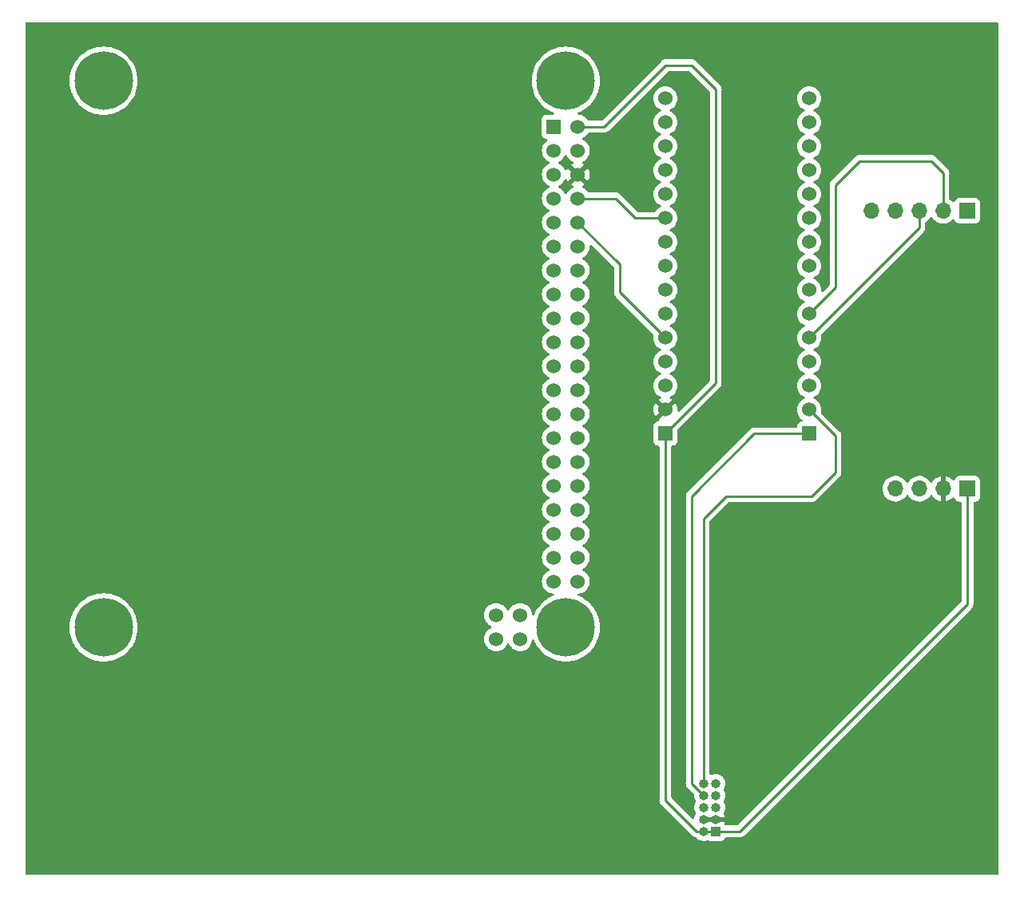
<source format=gbr>
%TF.GenerationSoftware,KiCad,Pcbnew,(6.0.6)*%
%TF.CreationDate,2023-03-15T14:09:07+01:00*%
%TF.ProjectId,Shield_Raspy,53686965-6c64-45f5-9261-7370792e6b69,rev?*%
%TF.SameCoordinates,Original*%
%TF.FileFunction,Copper,L2,Bot*%
%TF.FilePolarity,Positive*%
%FSLAX46Y46*%
G04 Gerber Fmt 4.6, Leading zero omitted, Abs format (unit mm)*
G04 Created by KiCad (PCBNEW (6.0.6)) date 2023-03-15 14:09:07*
%MOMM*%
%LPD*%
G01*
G04 APERTURE LIST*
%TA.AperFunction,ComponentPad*%
%ADD10R,1.530000X1.530000*%
%TD*%
%TA.AperFunction,ComponentPad*%
%ADD11C,1.530000*%
%TD*%
%TA.AperFunction,ComponentPad*%
%ADD12R,1.000000X1.000000*%
%TD*%
%TA.AperFunction,ComponentPad*%
%ADD13O,1.000000X1.000000*%
%TD*%
%TA.AperFunction,ComponentPad*%
%ADD14R,1.524000X1.524000*%
%TD*%
%TA.AperFunction,ComponentPad*%
%ADD15C,1.524000*%
%TD*%
%TA.AperFunction,ComponentPad*%
%ADD16C,6.200000*%
%TD*%
%TA.AperFunction,ComponentPad*%
%ADD17R,1.700000X1.700000*%
%TD*%
%TA.AperFunction,ComponentPad*%
%ADD18O,1.700000X1.700000*%
%TD*%
%TA.AperFunction,Conductor*%
%ADD19C,0.250000*%
%TD*%
G04 APERTURE END LIST*
D10*
%TO.P,U2,CN3_1,PA9*%
%TO.N,UART2_Nucleo_TX_PM25_RX*%
X180086000Y-87335000D03*
D11*
%TO.P,U2,CN3_2,PA10*%
%TO.N,UART2_Nucleo_RX_PM25_TX*%
X180086000Y-84795000D03*
%TO.P,U2,CN3_3,NRST_CN3*%
%TO.N,unconnected-(U2-PadCN3_3)*%
X180086000Y-82255000D03*
%TO.P,U2,CN3_4,GND_CN3*%
%TO.N,unconnected-(U2-PadCN3_4)*%
X180086000Y-79715000D03*
%TO.P,U2,CN3_5,PA12*%
%TO.N,UART3_Nucleo_RX_CO2_TX*%
X180086000Y-77175000D03*
%TO.P,U2,CN3_6,PB0*%
%TO.N,UART3_Nucleo_TX_CO2_RX*%
X180086000Y-74635000D03*
%TO.P,U2,CN3_7,PB7*%
%TO.N,unconnected-(U2-PadCN3_7)*%
X180086000Y-72095000D03*
%TO.P,U2,CN3_8,PB6*%
%TO.N,unconnected-(U2-PadCN3_8)*%
X180086000Y-69555000D03*
%TO.P,U2,CN3_9,PB1*%
%TO.N,unconnected-(U2-PadCN3_9)*%
X180086000Y-67015000D03*
%TO.P,U2,CN3_10,PC14*%
%TO.N,unconnected-(U2-PadCN3_10)*%
X180086000Y-64475000D03*
%TO.P,U2,CN3_11,PC15*%
%TO.N,unconnected-(U2-PadCN3_11)*%
X180086000Y-61935000D03*
%TO.P,U2,CN3_12,PA8*%
%TO.N,unconnected-(U2-PadCN3_12)*%
X180086000Y-59395000D03*
%TO.P,U2,CN3_13,PA11*%
%TO.N,unconnected-(U2-PadCN3_13)*%
X180086000Y-56855000D03*
%TO.P,U2,CN3_14,PB5*%
%TO.N,unconnected-(U2-PadCN3_14)*%
X180086000Y-54315000D03*
%TO.P,U2,CN3_15,PB4*%
%TO.N,unconnected-(U2-PadCN3_15)*%
X180086000Y-51775000D03*
D10*
%TO.P,U2,CN4_1,VIN*%
%TO.N,+5V*%
X164846000Y-87335000D03*
D11*
%TO.P,U2,CN4_2,GND_CN4*%
%TO.N,GND*%
X164846000Y-84795000D03*
%TO.P,U2,CN4_3,NRST_CN4*%
%TO.N,unconnected-(U2-PadCN4_3)*%
X164846000Y-82255000D03*
%TO.P,U2,CN4_4,+5V*%
%TO.N,unconnected-(U2-PadCN4_4)*%
X164846000Y-79715000D03*
%TO.P,U2,CN4_5,PA2*%
%TO.N,UART_Nucleo_TX_RPi_RX*%
X164846000Y-77175000D03*
%TO.P,U2,CN4_6,PA7*%
%TO.N,unconnected-(U2-PadCN4_6)*%
X164846000Y-74635000D03*
%TO.P,U2,CN4_7,PA6*%
%TO.N,unconnected-(U2-PadCN4_7)*%
X164846000Y-72095000D03*
%TO.P,U2,CN4_8,PA5*%
%TO.N,unconnected-(U2-PadCN4_8)*%
X164846000Y-69555000D03*
%TO.P,U2,CN4_9,PA4*%
%TO.N,unconnected-(U2-PadCN4_9)*%
X164846000Y-67015000D03*
%TO.P,U2,CN4_10,PA3*%
%TO.N,UART_Nucleo_RX_RPi_TX*%
X164846000Y-64475000D03*
%TO.P,U2,CN4_11,PA1*%
%TO.N,unconnected-(U2-PadCN4_11)*%
X164846000Y-61935000D03*
%TO.P,U2,CN4_12,PA0*%
%TO.N,unconnected-(U2-PadCN4_12)*%
X164846000Y-59395000D03*
%TO.P,U2,CN4_13,AREF*%
%TO.N,unconnected-(U2-PadCN4_13)*%
X164846000Y-56855000D03*
%TO.P,U2,CN4_14,+3V3*%
%TO.N,unconnected-(U2-PadCN4_14)*%
X164846000Y-54315000D03*
%TO.P,U2,CN4_15,PB3*%
%TO.N,unconnected-(U2-PadCN4_15)*%
X164846000Y-51775000D03*
%TD*%
D12*
%TO.P,K1,1*%
%TO.N,+5V*%
X170180000Y-129540000D03*
D13*
%TO.P,K1,2*%
X168910000Y-129540000D03*
%TO.P,K1,3*%
%TO.N,GND*%
X170180000Y-128270000D03*
%TO.P,K1,4*%
X168910000Y-128270000D03*
%TO.P,K1,5*%
%TO.N,unconnected-(K1-Pad5)*%
X170180000Y-127000000D03*
%TO.P,K1,6*%
%TO.N,unconnected-(K1-Pad6)*%
X168910000Y-127000000D03*
%TO.P,K1,7*%
%TO.N,unconnected-(K1-Pad7)*%
X170180000Y-125730000D03*
%TO.P,K1,8*%
%TO.N,UART2_Nucleo_TX_PM25_RX*%
X168910000Y-125730000D03*
%TO.P,K1,9*%
%TO.N,unconnected-(K1-Pad9)*%
X170180000Y-124460000D03*
%TO.P,K1,10*%
%TO.N,UART2_Nucleo_RX_PM25_TX*%
X168910000Y-124460000D03*
%TD*%
D14*
%TO.P,J1,1,3V3*%
%TO.N,unconnected-(J1-Pad1)*%
X153024000Y-54770000D03*
D15*
%TO.P,J1,2,5V*%
%TO.N,+5V*%
X155564000Y-54770000D03*
%TO.P,J1,3,SDA/GPIO2*%
%TO.N,unconnected-(J1-Pad3)*%
X153024000Y-57310000D03*
%TO.P,J1,4,5V*%
%TO.N,unconnected-(J1-Pad4)*%
X155564000Y-57310000D03*
%TO.P,J1,5,SCL/GPIO3*%
%TO.N,unconnected-(J1-Pad5)*%
X153024000Y-59850000D03*
%TO.P,J1,6,GND*%
%TO.N,GND*%
X155564000Y-59850000D03*
%TO.P,J1,7,GCLK0/GPIO4*%
%TO.N,unconnected-(J1-Pad7)*%
X153024000Y-62390000D03*
%TO.P,J1,8,GPIO14/TXD*%
%TO.N,UART_Nucleo_RX_RPi_TX*%
X155564000Y-62390000D03*
%TO.P,J1,9,GND*%
%TO.N,unconnected-(J1-Pad9)*%
X153024000Y-64930000D03*
%TO.P,J1,10,GPIO15/RXD*%
%TO.N,UART_Nucleo_TX_RPi_RX*%
X155564000Y-64930000D03*
%TO.P,J1,11,GPIO17*%
%TO.N,unconnected-(J1-Pad11)*%
X153024000Y-67470000D03*
%TO.P,J1,12,GPIO18/PWM0*%
%TO.N,unconnected-(J1-Pad12)*%
X155564000Y-67470000D03*
%TO.P,J1,13,GPIO27*%
%TO.N,unconnected-(J1-Pad13)*%
X153024000Y-70010000D03*
%TO.P,J1,14,GND*%
%TO.N,unconnected-(J1-Pad14)*%
X155564000Y-70010000D03*
%TO.P,J1,15,GPIO22*%
%TO.N,unconnected-(J1-Pad15)*%
X153024000Y-72550000D03*
%TO.P,J1,16,GPIO23*%
%TO.N,unconnected-(J1-Pad16)*%
X155564000Y-72550000D03*
%TO.P,J1,17,3V3*%
%TO.N,unconnected-(J1-Pad17)*%
X153024000Y-75090000D03*
%TO.P,J1,18,GPIO24*%
%TO.N,unconnected-(J1-Pad18)*%
X155564000Y-75090000D03*
%TO.P,J1,19,MOSI0/GPIO10*%
%TO.N,unconnected-(J1-Pad19)*%
X153024000Y-77630000D03*
%TO.P,J1,20,GND*%
%TO.N,unconnected-(J1-Pad20)*%
X155564000Y-77630000D03*
%TO.P,J1,21,MISO0/GPIO9*%
%TO.N,unconnected-(J1-Pad21)*%
X153024000Y-80170000D03*
%TO.P,J1,22,GPIO25*%
%TO.N,unconnected-(J1-Pad22)*%
X155564000Y-80170000D03*
%TO.P,J1,23,SCLK0/GPIO11*%
%TO.N,unconnected-(J1-Pad23)*%
X153024000Y-82710000D03*
%TO.P,J1,24,~{CE0}/GPIO8*%
%TO.N,unconnected-(J1-Pad24)*%
X155564000Y-82710000D03*
%TO.P,J1,25,GND*%
%TO.N,unconnected-(J1-Pad25)*%
X153024000Y-85250000D03*
%TO.P,J1,26,~{CE1}/GPIO7*%
%TO.N,unconnected-(J1-Pad26)*%
X155564000Y-85250000D03*
%TO.P,J1,27,ID_SD/GPIO0*%
%TO.N,unconnected-(J1-Pad27)*%
X153024000Y-87790000D03*
%TO.P,J1,28,ID_SC/GPIO1*%
%TO.N,unconnected-(J1-Pad28)*%
X155564000Y-87790000D03*
%TO.P,J1,29,GCLK1/GPIO5*%
%TO.N,unconnected-(J1-Pad29)*%
X153024000Y-90330000D03*
%TO.P,J1,30,GND*%
%TO.N,unconnected-(J1-Pad30)*%
X155564000Y-90330000D03*
%TO.P,J1,31,GCLK2/GPIO6*%
%TO.N,unconnected-(J1-Pad31)*%
X153024000Y-92870000D03*
%TO.P,J1,32,PWM0/GPIO12*%
%TO.N,unconnected-(J1-Pad32)*%
X155564000Y-92870000D03*
%TO.P,J1,33,PWM1/GPIO13*%
%TO.N,unconnected-(J1-Pad33)*%
X153024000Y-95410000D03*
%TO.P,J1,34,GND*%
%TO.N,unconnected-(J1-Pad34)*%
X155564000Y-95410000D03*
%TO.P,J1,35,GPIO19/MISO1*%
%TO.N,unconnected-(J1-Pad35)*%
X153024000Y-97950000D03*
%TO.P,J1,36,GPIO16*%
%TO.N,unconnected-(J1-Pad36)*%
X155564000Y-97950000D03*
%TO.P,J1,37,GPIO26*%
%TO.N,unconnected-(J1-Pad37)*%
X153024000Y-100490000D03*
%TO.P,J1,38,GPIO20/MOSI1*%
%TO.N,unconnected-(J1-Pad38)*%
X155564000Y-100490000D03*
%TO.P,J1,39,GND*%
%TO.N,unconnected-(J1-Pad39)*%
X153024000Y-103030000D03*
%TO.P,J1,40,GPIO21/SCLK1*%
%TO.N,unconnected-(J1-Pad40)*%
X155564000Y-103030000D03*
%TO.P,J1,41*%
%TO.N,N/C*%
X146901000Y-109130000D03*
%TO.P,J1,42*%
X149441000Y-109130000D03*
%TO.P,J1,43*%
X146901000Y-106590000D03*
%TO.P,J1,44*%
X149441000Y-106590000D03*
D16*
%TO.P,J1,S1*%
X154294000Y-49900000D03*
%TO.P,J1,S2*%
X154294000Y-107900000D03*
%TO.P,J1,S3*%
X105294000Y-107900000D03*
%TO.P,J1,S4*%
X105294000Y-49900000D03*
%TD*%
D17*
%TO.P,U1,1,Vin*%
%TO.N,+5V*%
X196852000Y-93196000D03*
D18*
%TO.P,U1,2,Rx*%
%TO.N,UART3_Nucleo_TX_CO2_RX*%
X194310000Y-63694000D03*
%TO.P,U1,3,Tx*%
%TO.N,UART3_Nucleo_RX_CO2_TX*%
X191770000Y-63694000D03*
%TO.P,U1,4,Gnd*%
%TO.N,GND*%
X194312000Y-93196000D03*
%TO.P,U1,5*%
%TO.N,N/C*%
X191772000Y-93196000D03*
%TO.P,U1,6*%
X189232000Y-93196000D03*
D17*
%TO.P,U1,7*%
X196850000Y-63694000D03*
D18*
%TO.P,U1,8*%
X189230000Y-63694000D03*
%TO.P,U1,9*%
X186690000Y-63694000D03*
%TD*%
D19*
%TO.N,+5V*%
X172720000Y-129540000D02*
X196852000Y-105408000D01*
X164846000Y-126242470D02*
X168143530Y-129540000D01*
X158347000Y-54770000D02*
X164857000Y-48260000D01*
X170180000Y-50800000D02*
X170180000Y-82001000D01*
X168143530Y-129540000D02*
X170180000Y-129540000D01*
X167640000Y-48260000D02*
X170180000Y-50800000D01*
X170180000Y-129540000D02*
X172720000Y-129540000D01*
X164857000Y-48260000D02*
X167640000Y-48260000D01*
X164846000Y-87335000D02*
X164846000Y-126242470D01*
X196852000Y-105408000D02*
X196852000Y-93196000D01*
X170180000Y-82001000D02*
X164846000Y-87335000D01*
X155564000Y-54770000D02*
X158347000Y-54770000D01*
%TO.N,UART_Nucleo_RX_RPi_TX*%
X155564000Y-62390000D02*
X159565500Y-62390000D01*
X161650500Y-64475000D02*
X164846000Y-64475000D01*
X159565500Y-62390000D02*
X161650500Y-64475000D01*
%TO.N,UART_Nucleo_TX_RPi_RX*%
X160020000Y-69386000D02*
X155564000Y-64930000D01*
X164846000Y-77175000D02*
X160020000Y-72349000D01*
X160020000Y-72349000D02*
X160020000Y-69386000D01*
%TO.N,UART2_Nucleo_RX_PM25_TX*%
X182880000Y-91440000D02*
X182880000Y-87589000D01*
X180340000Y-93980000D02*
X182880000Y-91440000D01*
X171261000Y-93980000D02*
X180340000Y-93980000D01*
X168910000Y-96331000D02*
X171261000Y-93980000D01*
X182880000Y-87589000D02*
X180086000Y-84795000D01*
X168910000Y-124460000D02*
X168910000Y-96331000D01*
%TO.N,UART2_Nucleo_TX_PM25_RX*%
X168910000Y-125730000D02*
X167640000Y-124460000D01*
X167640000Y-124460000D02*
X167640000Y-93980000D01*
X174285000Y-87335000D02*
X180086000Y-87335000D01*
X167640000Y-93980000D02*
X174285000Y-87335000D01*
%TO.N,UART3_Nucleo_TX_CO2_RX*%
X180086000Y-74635000D02*
X182880000Y-71841000D01*
X193040000Y-58420000D02*
X194310000Y-59690000D01*
X194310000Y-59690000D02*
X194310000Y-63694000D01*
X182880000Y-71841000D02*
X182880000Y-60960000D01*
X185420000Y-58420000D02*
X193040000Y-58420000D01*
X182880000Y-60960000D02*
X185420000Y-58420000D01*
%TO.N,UART3_Nucleo_RX_CO2_TX*%
X191770000Y-65491000D02*
X191770000Y-63694000D01*
X180086000Y-77175000D02*
X191770000Y-65491000D01*
%TD*%
%TA.AperFunction,Conductor*%
%TO.N,GND*%
G36*
X200093621Y-43708502D02*
G01*
X200140114Y-43762158D01*
X200151500Y-43814500D01*
X200151500Y-133985500D01*
X200131498Y-134053621D01*
X200077842Y-134100114D01*
X200025500Y-134111500D01*
X97154500Y-134111500D01*
X97086379Y-134091498D01*
X97039886Y-134037842D01*
X97028500Y-133985500D01*
X97028500Y-107900000D01*
X101680548Y-107900000D01*
X101700343Y-108277709D01*
X101700856Y-108280949D01*
X101700857Y-108280957D01*
X101723916Y-108426540D01*
X101759511Y-108651279D01*
X101857403Y-109016618D01*
X101858588Y-109019706D01*
X101858589Y-109019708D01*
X101900926Y-109130000D01*
X101992947Y-109369723D01*
X101994445Y-109372663D01*
X102139642Y-109657627D01*
X102164659Y-109706726D01*
X102166455Y-109709492D01*
X102166457Y-109709495D01*
X102301382Y-109917262D01*
X102370656Y-110023934D01*
X102608682Y-110317871D01*
X102876129Y-110585318D01*
X103170066Y-110823344D01*
X103487274Y-111029341D01*
X103490208Y-111030836D01*
X103490215Y-111030840D01*
X103821337Y-111199555D01*
X103824277Y-111201053D01*
X104177382Y-111336597D01*
X104542721Y-111434489D01*
X104741158Y-111465918D01*
X104913043Y-111493143D01*
X104913051Y-111493144D01*
X104916291Y-111493657D01*
X105294000Y-111513452D01*
X105671709Y-111493657D01*
X105674949Y-111493144D01*
X105674957Y-111493143D01*
X105846842Y-111465918D01*
X106045279Y-111434489D01*
X106410618Y-111336597D01*
X106763723Y-111201053D01*
X106766663Y-111199555D01*
X107097785Y-111030840D01*
X107097792Y-111030836D01*
X107100726Y-111029341D01*
X107417934Y-110823344D01*
X107711871Y-110585318D01*
X107979318Y-110317871D01*
X108217344Y-110023934D01*
X108286618Y-109917262D01*
X108421543Y-109709495D01*
X108421545Y-109709492D01*
X108423341Y-109706726D01*
X108448359Y-109657627D01*
X108593555Y-109372663D01*
X108595053Y-109369723D01*
X108687074Y-109130000D01*
X145625647Y-109130000D01*
X145645022Y-109351463D01*
X145702560Y-109566196D01*
X145704882Y-109571177D01*
X145704883Y-109571178D01*
X145794186Y-109762689D01*
X145794189Y-109762694D01*
X145796512Y-109767676D01*
X145924023Y-109949781D01*
X146081219Y-110106977D01*
X146085727Y-110110134D01*
X146085730Y-110110136D01*
X146161495Y-110163187D01*
X146263323Y-110234488D01*
X146268305Y-110236811D01*
X146268310Y-110236814D01*
X146447165Y-110320215D01*
X146464804Y-110328440D01*
X146470112Y-110329862D01*
X146470114Y-110329863D01*
X146535949Y-110347503D01*
X146679537Y-110385978D01*
X146901000Y-110405353D01*
X147122463Y-110385978D01*
X147266051Y-110347503D01*
X147331886Y-110329863D01*
X147331888Y-110329862D01*
X147337196Y-110328440D01*
X147354835Y-110320215D01*
X147533690Y-110236814D01*
X147533695Y-110236811D01*
X147538677Y-110234488D01*
X147640505Y-110163187D01*
X147716270Y-110110136D01*
X147716273Y-110110134D01*
X147720781Y-110106977D01*
X147877977Y-109949781D01*
X148005488Y-109767676D01*
X148007811Y-109762694D01*
X148007814Y-109762689D01*
X148056805Y-109657627D01*
X148103723Y-109604342D01*
X148172000Y-109584881D01*
X148239960Y-109605423D01*
X148285195Y-109657627D01*
X148334186Y-109762689D01*
X148334189Y-109762694D01*
X148336512Y-109767676D01*
X148464023Y-109949781D01*
X148621219Y-110106977D01*
X148625727Y-110110134D01*
X148625730Y-110110136D01*
X148701495Y-110163187D01*
X148803323Y-110234488D01*
X148808305Y-110236811D01*
X148808310Y-110236814D01*
X148987165Y-110320215D01*
X149004804Y-110328440D01*
X149010112Y-110329862D01*
X149010114Y-110329863D01*
X149075949Y-110347503D01*
X149219537Y-110385978D01*
X149441000Y-110405353D01*
X149662463Y-110385978D01*
X149806051Y-110347503D01*
X149871886Y-110329863D01*
X149871888Y-110329862D01*
X149877196Y-110328440D01*
X149894835Y-110320215D01*
X150073690Y-110236814D01*
X150073695Y-110236811D01*
X150078677Y-110234488D01*
X150180505Y-110163187D01*
X150256270Y-110110136D01*
X150256273Y-110110134D01*
X150260781Y-110106977D01*
X150417977Y-109949781D01*
X150545488Y-109767676D01*
X150547811Y-109762694D01*
X150547814Y-109762689D01*
X150637117Y-109571178D01*
X150637118Y-109571177D01*
X150639440Y-109566196D01*
X150696978Y-109351463D01*
X150697458Y-109345981D01*
X150697459Y-109345973D01*
X150703047Y-109282108D01*
X150728910Y-109215990D01*
X150786414Y-109174350D01*
X150857301Y-109170410D01*
X150919065Y-109205420D01*
X150946197Y-109247934D01*
X150992947Y-109369723D01*
X150994445Y-109372663D01*
X151139642Y-109657627D01*
X151164659Y-109706726D01*
X151166455Y-109709492D01*
X151166457Y-109709495D01*
X151301382Y-109917262D01*
X151370656Y-110023934D01*
X151608682Y-110317871D01*
X151876129Y-110585318D01*
X152170066Y-110823344D01*
X152487274Y-111029341D01*
X152490208Y-111030836D01*
X152490215Y-111030840D01*
X152821337Y-111199555D01*
X152824277Y-111201053D01*
X153177382Y-111336597D01*
X153542721Y-111434489D01*
X153741158Y-111465918D01*
X153913043Y-111493143D01*
X153913051Y-111493144D01*
X153916291Y-111493657D01*
X154294000Y-111513452D01*
X154671709Y-111493657D01*
X154674949Y-111493144D01*
X154674957Y-111493143D01*
X154846842Y-111465918D01*
X155045279Y-111434489D01*
X155410618Y-111336597D01*
X155763723Y-111201053D01*
X155766663Y-111199555D01*
X156097785Y-111030840D01*
X156097792Y-111030836D01*
X156100726Y-111029341D01*
X156417934Y-110823344D01*
X156711871Y-110585318D01*
X156979318Y-110317871D01*
X157217344Y-110023934D01*
X157286618Y-109917262D01*
X157421543Y-109709495D01*
X157421545Y-109709492D01*
X157423341Y-109706726D01*
X157448359Y-109657627D01*
X157593555Y-109372663D01*
X157595053Y-109369723D01*
X157687074Y-109130000D01*
X157729411Y-109019708D01*
X157729412Y-109019706D01*
X157730597Y-109016618D01*
X157828489Y-108651279D01*
X157864084Y-108426540D01*
X157887143Y-108280957D01*
X157887144Y-108280949D01*
X157887657Y-108277709D01*
X157907452Y-107900000D01*
X157887657Y-107522291D01*
X157828489Y-107148721D01*
X157730597Y-106783382D01*
X157595053Y-106430277D01*
X157560888Y-106363224D01*
X157424840Y-106096215D01*
X157424836Y-106096208D01*
X157423341Y-106093274D01*
X157217344Y-105776066D01*
X156979318Y-105482129D01*
X156711871Y-105214682D01*
X156417934Y-104976656D01*
X156100726Y-104770659D01*
X156097792Y-104769164D01*
X156097785Y-104769160D01*
X155766663Y-104600445D01*
X155763723Y-104598947D01*
X155613294Y-104541203D01*
X155556866Y-104498117D01*
X155532689Y-104431364D01*
X155548440Y-104362137D01*
X155599118Y-104312415D01*
X155647466Y-104298051D01*
X155686210Y-104294661D01*
X155785463Y-104285978D01*
X155929051Y-104247503D01*
X155994886Y-104229863D01*
X155994888Y-104229862D01*
X156000196Y-104228440D01*
X156005178Y-104226117D01*
X156196690Y-104136814D01*
X156196695Y-104136811D01*
X156201677Y-104134488D01*
X156303505Y-104063187D01*
X156379270Y-104010136D01*
X156379273Y-104010134D01*
X156383781Y-104006977D01*
X156540977Y-103849781D01*
X156668488Y-103667676D01*
X156670811Y-103662694D01*
X156670814Y-103662689D01*
X156760117Y-103471178D01*
X156760118Y-103471177D01*
X156762440Y-103466196D01*
X156819978Y-103251463D01*
X156839353Y-103030000D01*
X156819978Y-102808537D01*
X156762440Y-102593804D01*
X156719805Y-102502373D01*
X156670814Y-102397311D01*
X156670811Y-102397306D01*
X156668488Y-102392324D01*
X156540977Y-102210219D01*
X156383781Y-102053023D01*
X156379273Y-102049866D01*
X156379270Y-102049864D01*
X156303505Y-101996813D01*
X156201677Y-101925512D01*
X156196695Y-101923189D01*
X156196690Y-101923186D01*
X156091627Y-101874195D01*
X156038342Y-101827278D01*
X156018881Y-101759001D01*
X156039423Y-101691041D01*
X156091627Y-101645805D01*
X156196690Y-101596814D01*
X156196695Y-101596811D01*
X156201677Y-101594488D01*
X156303505Y-101523187D01*
X156379270Y-101470136D01*
X156379273Y-101470134D01*
X156383781Y-101466977D01*
X156540977Y-101309781D01*
X156668488Y-101127676D01*
X156670811Y-101122694D01*
X156670814Y-101122689D01*
X156760117Y-100931178D01*
X156760118Y-100931177D01*
X156762440Y-100926196D01*
X156819978Y-100711463D01*
X156839353Y-100490000D01*
X156819978Y-100268537D01*
X156762440Y-100053804D01*
X156719805Y-99962373D01*
X156670814Y-99857311D01*
X156670811Y-99857306D01*
X156668488Y-99852324D01*
X156540977Y-99670219D01*
X156383781Y-99513023D01*
X156379273Y-99509866D01*
X156379270Y-99509864D01*
X156303505Y-99456813D01*
X156201677Y-99385512D01*
X156196695Y-99383189D01*
X156196690Y-99383186D01*
X156091627Y-99334195D01*
X156038342Y-99287278D01*
X156018881Y-99219001D01*
X156039423Y-99151041D01*
X156091627Y-99105805D01*
X156196690Y-99056814D01*
X156196695Y-99056811D01*
X156201677Y-99054488D01*
X156303505Y-98983187D01*
X156379270Y-98930136D01*
X156379273Y-98930134D01*
X156383781Y-98926977D01*
X156540977Y-98769781D01*
X156668488Y-98587676D01*
X156670811Y-98582694D01*
X156670814Y-98582689D01*
X156760117Y-98391178D01*
X156760118Y-98391177D01*
X156762440Y-98386196D01*
X156819978Y-98171463D01*
X156839353Y-97950000D01*
X156819978Y-97728537D01*
X156762440Y-97513804D01*
X156719805Y-97422373D01*
X156670814Y-97317311D01*
X156670811Y-97317306D01*
X156668488Y-97312324D01*
X156540977Y-97130219D01*
X156383781Y-96973023D01*
X156379273Y-96969866D01*
X156379270Y-96969864D01*
X156303505Y-96916813D01*
X156201677Y-96845512D01*
X156196695Y-96843189D01*
X156196690Y-96843186D01*
X156091627Y-96794195D01*
X156038342Y-96747278D01*
X156018881Y-96679001D01*
X156039423Y-96611041D01*
X156091627Y-96565805D01*
X156196690Y-96516814D01*
X156196695Y-96516811D01*
X156201677Y-96514488D01*
X156303505Y-96443187D01*
X156379270Y-96390136D01*
X156379273Y-96390134D01*
X156383781Y-96386977D01*
X156540977Y-96229781D01*
X156634694Y-96095940D01*
X156665331Y-96052185D01*
X156665332Y-96052183D01*
X156668488Y-96047676D01*
X156670811Y-96042694D01*
X156670814Y-96042689D01*
X156760117Y-95851178D01*
X156760118Y-95851177D01*
X156762440Y-95846196D01*
X156819978Y-95631463D01*
X156839353Y-95410000D01*
X156819978Y-95188537D01*
X156762440Y-94973804D01*
X156719805Y-94882373D01*
X156670814Y-94777311D01*
X156670811Y-94777306D01*
X156668488Y-94772324D01*
X156665331Y-94767815D01*
X156544136Y-94594730D01*
X156544134Y-94594727D01*
X156540977Y-94590219D01*
X156383781Y-94433023D01*
X156379273Y-94429866D01*
X156379270Y-94429864D01*
X156284441Y-94363464D01*
X156201677Y-94305512D01*
X156196695Y-94303189D01*
X156196690Y-94303186D01*
X156091627Y-94254195D01*
X156038342Y-94207278D01*
X156018881Y-94139001D01*
X156039423Y-94071041D01*
X156091627Y-94025805D01*
X156196690Y-93976814D01*
X156196695Y-93976811D01*
X156201677Y-93974488D01*
X156349933Y-93870678D01*
X156379270Y-93850136D01*
X156379273Y-93850134D01*
X156383781Y-93846977D01*
X156540977Y-93689781D01*
X156595701Y-93611628D01*
X156665331Y-93512185D01*
X156665332Y-93512183D01*
X156668488Y-93507676D01*
X156670811Y-93502694D01*
X156670814Y-93502689D01*
X156760117Y-93311178D01*
X156760118Y-93311177D01*
X156762440Y-93306196D01*
X156819978Y-93091463D01*
X156839353Y-92870000D01*
X156819978Y-92648537D01*
X156762440Y-92433804D01*
X156716235Y-92334717D01*
X156670814Y-92237311D01*
X156670811Y-92237306D01*
X156668488Y-92232324D01*
X156665331Y-92227815D01*
X156544136Y-92054730D01*
X156544134Y-92054727D01*
X156540977Y-92050219D01*
X156383781Y-91893023D01*
X156379273Y-91889866D01*
X156379270Y-91889864D01*
X156262887Y-91808372D01*
X156201677Y-91765512D01*
X156196695Y-91763189D01*
X156196690Y-91763186D01*
X156091627Y-91714195D01*
X156038342Y-91667278D01*
X156018881Y-91599001D01*
X156039423Y-91531041D01*
X156091627Y-91485805D01*
X156196690Y-91436814D01*
X156196695Y-91436811D01*
X156201677Y-91434488D01*
X156303505Y-91363187D01*
X156379270Y-91310136D01*
X156379273Y-91310134D01*
X156383781Y-91306977D01*
X156540977Y-91149781D01*
X156558046Y-91125405D01*
X156665331Y-90972185D01*
X156665332Y-90972183D01*
X156668488Y-90967676D01*
X156670811Y-90962694D01*
X156670814Y-90962689D01*
X156760117Y-90771178D01*
X156760118Y-90771177D01*
X156762440Y-90766196D01*
X156819978Y-90551463D01*
X156839353Y-90330000D01*
X156819978Y-90108537D01*
X156762440Y-89893804D01*
X156719805Y-89802373D01*
X156670814Y-89697311D01*
X156670811Y-89697306D01*
X156668488Y-89692324D01*
X156540977Y-89510219D01*
X156383781Y-89353023D01*
X156379273Y-89349866D01*
X156379270Y-89349864D01*
X156303505Y-89296813D01*
X156201677Y-89225512D01*
X156196695Y-89223189D01*
X156196690Y-89223186D01*
X156091627Y-89174195D01*
X156038342Y-89127278D01*
X156018881Y-89059001D01*
X156039423Y-88991041D01*
X156091627Y-88945805D01*
X156196690Y-88896814D01*
X156196695Y-88896811D01*
X156201677Y-88894488D01*
X156303505Y-88823187D01*
X156379270Y-88770136D01*
X156379273Y-88770134D01*
X156383781Y-88766977D01*
X156540977Y-88609781D01*
X156548547Y-88598971D01*
X156665331Y-88432185D01*
X156665332Y-88432183D01*
X156668488Y-88427676D01*
X156670811Y-88422694D01*
X156670814Y-88422689D01*
X156760117Y-88231178D01*
X156760118Y-88231177D01*
X156762440Y-88226196D01*
X156764713Y-88217715D01*
X156818554Y-88016776D01*
X156819978Y-88011463D01*
X156839353Y-87790000D01*
X156819978Y-87568537D01*
X156780936Y-87422831D01*
X156763863Y-87359114D01*
X156763862Y-87359112D01*
X156762440Y-87353804D01*
X156732107Y-87288754D01*
X156670814Y-87157311D01*
X156670811Y-87157306D01*
X156668488Y-87152324D01*
X156665331Y-87147815D01*
X156544136Y-86974730D01*
X156544134Y-86974727D01*
X156540977Y-86970219D01*
X156383781Y-86813023D01*
X156379273Y-86809866D01*
X156379270Y-86809864D01*
X156269211Y-86732800D01*
X156201677Y-86685512D01*
X156196695Y-86683189D01*
X156196690Y-86683186D01*
X156091627Y-86634195D01*
X156038342Y-86587278D01*
X156018881Y-86519001D01*
X156039423Y-86451041D01*
X156091627Y-86405805D01*
X156196690Y-86356814D01*
X156196695Y-86356811D01*
X156201677Y-86354488D01*
X156303505Y-86283187D01*
X156379270Y-86230136D01*
X156379273Y-86230134D01*
X156383781Y-86226977D01*
X156540977Y-86069781D01*
X156546776Y-86061500D01*
X156665331Y-85892185D01*
X156665332Y-85892183D01*
X156668488Y-85887676D01*
X156670811Y-85882694D01*
X156670814Y-85882689D01*
X156760117Y-85691178D01*
X156760118Y-85691177D01*
X156762440Y-85686196D01*
X156819978Y-85471463D01*
X156839353Y-85250000D01*
X156819978Y-85028537D01*
X156762440Y-84813804D01*
X156756225Y-84800475D01*
X163568616Y-84800475D01*
X163587072Y-85011419D01*
X163588975Y-85022214D01*
X163643779Y-85226745D01*
X163647525Y-85237037D01*
X163737012Y-85428944D01*
X163742495Y-85438439D01*
X163773640Y-85482919D01*
X163784117Y-85491294D01*
X163797564Y-85484226D01*
X164473978Y-84807812D01*
X164481592Y-84793868D01*
X164481461Y-84792035D01*
X164477210Y-84785420D01*
X163796843Y-84105053D01*
X163785068Y-84098623D01*
X163773053Y-84107919D01*
X163742495Y-84151561D01*
X163737012Y-84161056D01*
X163647525Y-84352963D01*
X163643779Y-84363255D01*
X163588975Y-84567786D01*
X163587072Y-84578581D01*
X163568616Y-84789525D01*
X163568616Y-84800475D01*
X156756225Y-84800475D01*
X156752289Y-84792035D01*
X156670814Y-84617311D01*
X156670811Y-84617306D01*
X156668488Y-84612324D01*
X156540977Y-84430219D01*
X156383781Y-84273023D01*
X156379273Y-84269866D01*
X156379270Y-84269864D01*
X156223876Y-84161056D01*
X156201677Y-84145512D01*
X156196695Y-84143189D01*
X156196690Y-84143186D01*
X156091627Y-84094195D01*
X156038342Y-84047278D01*
X156018881Y-83979001D01*
X156039423Y-83911041D01*
X156091627Y-83865805D01*
X156196690Y-83816814D01*
X156196695Y-83816811D01*
X156201677Y-83814488D01*
X156316528Y-83734068D01*
X156379270Y-83690136D01*
X156379273Y-83690134D01*
X156383781Y-83686977D01*
X156540977Y-83529781D01*
X156545025Y-83524001D01*
X156665331Y-83352185D01*
X156665332Y-83352183D01*
X156668488Y-83347676D01*
X156670811Y-83342694D01*
X156670814Y-83342689D01*
X156760117Y-83151178D01*
X156760118Y-83151177D01*
X156762440Y-83146196D01*
X156819978Y-82931463D01*
X156839353Y-82710000D01*
X156819978Y-82488537D01*
X156762440Y-82273804D01*
X156753672Y-82255000D01*
X156670814Y-82077311D01*
X156670811Y-82077306D01*
X156668488Y-82072324D01*
X156660402Y-82060776D01*
X156544136Y-81894730D01*
X156544134Y-81894727D01*
X156540977Y-81890219D01*
X156383781Y-81733023D01*
X156379273Y-81729866D01*
X156379270Y-81729864D01*
X156303505Y-81676813D01*
X156201677Y-81605512D01*
X156196695Y-81603189D01*
X156196690Y-81603186D01*
X156091627Y-81554195D01*
X156038342Y-81507278D01*
X156018881Y-81439001D01*
X156039423Y-81371041D01*
X156091627Y-81325805D01*
X156196690Y-81276814D01*
X156196695Y-81276811D01*
X156201677Y-81274488D01*
X156377950Y-81151060D01*
X156379270Y-81150136D01*
X156379273Y-81150134D01*
X156383781Y-81146977D01*
X156540977Y-80989781D01*
X156545025Y-80984001D01*
X156665331Y-80812185D01*
X156665332Y-80812183D01*
X156668488Y-80807676D01*
X156670811Y-80802694D01*
X156670814Y-80802689D01*
X156760117Y-80611178D01*
X156760118Y-80611177D01*
X156762440Y-80606196D01*
X156819978Y-80391463D01*
X156839353Y-80170000D01*
X156819978Y-79948537D01*
X156762440Y-79733804D01*
X156753672Y-79715000D01*
X156670814Y-79537311D01*
X156670811Y-79537306D01*
X156668488Y-79532324D01*
X156540977Y-79350219D01*
X156383781Y-79193023D01*
X156379273Y-79189866D01*
X156379270Y-79189864D01*
X156303505Y-79136813D01*
X156201677Y-79065512D01*
X156196695Y-79063189D01*
X156196690Y-79063186D01*
X156091627Y-79014195D01*
X156038342Y-78967278D01*
X156018881Y-78899001D01*
X156039423Y-78831041D01*
X156091627Y-78785805D01*
X156196690Y-78736814D01*
X156196695Y-78736811D01*
X156201677Y-78734488D01*
X156377950Y-78611060D01*
X156379270Y-78610136D01*
X156379273Y-78610134D01*
X156383781Y-78606977D01*
X156540977Y-78449781D01*
X156545025Y-78444001D01*
X156665331Y-78272185D01*
X156665332Y-78272183D01*
X156668488Y-78267676D01*
X156670811Y-78262694D01*
X156670814Y-78262689D01*
X156760117Y-78071178D01*
X156760118Y-78071177D01*
X156762440Y-78066196D01*
X156819978Y-77851463D01*
X156839353Y-77630000D01*
X156819978Y-77408537D01*
X156762440Y-77193804D01*
X156753672Y-77175000D01*
X156670814Y-76997311D01*
X156670811Y-76997306D01*
X156668488Y-76992324D01*
X156612268Y-76912033D01*
X156544136Y-76814730D01*
X156544134Y-76814727D01*
X156540977Y-76810219D01*
X156383781Y-76653023D01*
X156379273Y-76649866D01*
X156379270Y-76649864D01*
X156303505Y-76596813D01*
X156201677Y-76525512D01*
X156196695Y-76523189D01*
X156196690Y-76523186D01*
X156091627Y-76474195D01*
X156038342Y-76427278D01*
X156018881Y-76359001D01*
X156039423Y-76291041D01*
X156091627Y-76245805D01*
X156196690Y-76196814D01*
X156196695Y-76196811D01*
X156201677Y-76194488D01*
X156377950Y-76071060D01*
X156379270Y-76070136D01*
X156379273Y-76070134D01*
X156383781Y-76066977D01*
X156540977Y-75909781D01*
X156545025Y-75904001D01*
X156665331Y-75732185D01*
X156665332Y-75732183D01*
X156668488Y-75727676D01*
X156670811Y-75722694D01*
X156670814Y-75722689D01*
X156760117Y-75531178D01*
X156760118Y-75531177D01*
X156762440Y-75526196D01*
X156819978Y-75311463D01*
X156839353Y-75090000D01*
X156819978Y-74868537D01*
X156762440Y-74653804D01*
X156753672Y-74635000D01*
X156670814Y-74457311D01*
X156670811Y-74457306D01*
X156668488Y-74452324D01*
X156563068Y-74301768D01*
X156544136Y-74274730D01*
X156544134Y-74274727D01*
X156540977Y-74270219D01*
X156383781Y-74113023D01*
X156379273Y-74109866D01*
X156379270Y-74109864D01*
X156303505Y-74056813D01*
X156201677Y-73985512D01*
X156196695Y-73983189D01*
X156196690Y-73983186D01*
X156091627Y-73934195D01*
X156038342Y-73887278D01*
X156018881Y-73819001D01*
X156039423Y-73751041D01*
X156091627Y-73705805D01*
X156196690Y-73656814D01*
X156196695Y-73656811D01*
X156201677Y-73654488D01*
X156377950Y-73531060D01*
X156379270Y-73530136D01*
X156379273Y-73530134D01*
X156383781Y-73526977D01*
X156540977Y-73369781D01*
X156545025Y-73364001D01*
X156665331Y-73192185D01*
X156665332Y-73192183D01*
X156668488Y-73187676D01*
X156670811Y-73182694D01*
X156670814Y-73182689D01*
X156760117Y-72991178D01*
X156760118Y-72991177D01*
X156762440Y-72986196D01*
X156819978Y-72771463D01*
X156839353Y-72550000D01*
X156819978Y-72328537D01*
X156762440Y-72113804D01*
X156753672Y-72095000D01*
X156670814Y-71917311D01*
X156670811Y-71917306D01*
X156668488Y-71912324D01*
X156660402Y-71900776D01*
X156544136Y-71734730D01*
X156544134Y-71734727D01*
X156540977Y-71730219D01*
X156383781Y-71573023D01*
X156379273Y-71569866D01*
X156379270Y-71569864D01*
X156303505Y-71516813D01*
X156201677Y-71445512D01*
X156196695Y-71443189D01*
X156196690Y-71443186D01*
X156091627Y-71394195D01*
X156038342Y-71347278D01*
X156018881Y-71279001D01*
X156039423Y-71211041D01*
X156091627Y-71165805D01*
X156196690Y-71116814D01*
X156196695Y-71116811D01*
X156201677Y-71114488D01*
X156377950Y-70991060D01*
X156379270Y-70990136D01*
X156379273Y-70990134D01*
X156383781Y-70986977D01*
X156540977Y-70829781D01*
X156545025Y-70824001D01*
X156665331Y-70652185D01*
X156665332Y-70652183D01*
X156668488Y-70647676D01*
X156670811Y-70642694D01*
X156670814Y-70642689D01*
X156760117Y-70451178D01*
X156760118Y-70451177D01*
X156762440Y-70446196D01*
X156819978Y-70231463D01*
X156839353Y-70010000D01*
X156819978Y-69788537D01*
X156781503Y-69644949D01*
X156763863Y-69579114D01*
X156763862Y-69579112D01*
X156762440Y-69573804D01*
X156753672Y-69555000D01*
X156670814Y-69377311D01*
X156670811Y-69377306D01*
X156668488Y-69372324D01*
X156640963Y-69333014D01*
X156544136Y-69194730D01*
X156544134Y-69194727D01*
X156540977Y-69190219D01*
X156383781Y-69033023D01*
X156379273Y-69029866D01*
X156379270Y-69029864D01*
X156298492Y-68973303D01*
X156201677Y-68905512D01*
X156196695Y-68903189D01*
X156196690Y-68903186D01*
X156091627Y-68854195D01*
X156038342Y-68807278D01*
X156018881Y-68739001D01*
X156039423Y-68671041D01*
X156091627Y-68625805D01*
X156196690Y-68576814D01*
X156196695Y-68576811D01*
X156201677Y-68574488D01*
X156377950Y-68451060D01*
X156379270Y-68450136D01*
X156379273Y-68450134D01*
X156383781Y-68446977D01*
X156540977Y-68289781D01*
X156545025Y-68284001D01*
X156665331Y-68112185D01*
X156665332Y-68112183D01*
X156668488Y-68107676D01*
X156670811Y-68102694D01*
X156670814Y-68102689D01*
X156760117Y-67911178D01*
X156760118Y-67911177D01*
X156762440Y-67906196D01*
X156819978Y-67691463D01*
X156839353Y-67470000D01*
X156834171Y-67410767D01*
X156848161Y-67341162D01*
X156897560Y-67290170D01*
X156966686Y-67273980D01*
X157033591Y-67297733D01*
X157048787Y-67310691D01*
X159349595Y-69611499D01*
X159383621Y-69673811D01*
X159386500Y-69700594D01*
X159386500Y-72270233D01*
X159385973Y-72281416D01*
X159384298Y-72288909D01*
X159384547Y-72296835D01*
X159384547Y-72296836D01*
X159386438Y-72356986D01*
X159386500Y-72360945D01*
X159386500Y-72388856D01*
X159386997Y-72392790D01*
X159386997Y-72392791D01*
X159387005Y-72392856D01*
X159387938Y-72404693D01*
X159389327Y-72448889D01*
X159394978Y-72468339D01*
X159398987Y-72487700D01*
X159401526Y-72507797D01*
X159404445Y-72515168D01*
X159404445Y-72515170D01*
X159417804Y-72548912D01*
X159421649Y-72560142D01*
X159433982Y-72602593D01*
X159438015Y-72609412D01*
X159438017Y-72609417D01*
X159444293Y-72620028D01*
X159452988Y-72637776D01*
X159460448Y-72656617D01*
X159465110Y-72663033D01*
X159465110Y-72663034D01*
X159486436Y-72692387D01*
X159492952Y-72702307D01*
X159508854Y-72729195D01*
X159515458Y-72740362D01*
X159529779Y-72754683D01*
X159542619Y-72769716D01*
X159554528Y-72786107D01*
X159560634Y-72791158D01*
X159588605Y-72814298D01*
X159597384Y-72822288D01*
X163565424Y-76790328D01*
X163599450Y-76852640D01*
X163598036Y-76912033D01*
X163588480Y-76947697D01*
X163588479Y-76947704D01*
X163587056Y-76953014D01*
X163567635Y-77175000D01*
X163587056Y-77396986D01*
X163644730Y-77612227D01*
X163647052Y-77617208D01*
X163647053Y-77617209D01*
X163736577Y-77809195D01*
X163736580Y-77809200D01*
X163738903Y-77814182D01*
X163866716Y-77996717D01*
X164024283Y-78154284D01*
X164206817Y-78282097D01*
X164211802Y-78284421D01*
X164211808Y-78284425D01*
X164311272Y-78330805D01*
X164364558Y-78377722D01*
X164384019Y-78445999D01*
X164363478Y-78513959D01*
X164311273Y-78559195D01*
X164211805Y-78605577D01*
X164211800Y-78605580D01*
X164206818Y-78607903D01*
X164024283Y-78735716D01*
X163866716Y-78893283D01*
X163863559Y-78897791D01*
X163863557Y-78897794D01*
X163861313Y-78900999D01*
X163738903Y-79075818D01*
X163736580Y-79080800D01*
X163736577Y-79080805D01*
X163682432Y-79196920D01*
X163644730Y-79277773D01*
X163587056Y-79493014D01*
X163567635Y-79715000D01*
X163587056Y-79936986D01*
X163644730Y-80152227D01*
X163647052Y-80157208D01*
X163647053Y-80157209D01*
X163736577Y-80349195D01*
X163736580Y-80349200D01*
X163738903Y-80354182D01*
X163866716Y-80536717D01*
X164024283Y-80694284D01*
X164206817Y-80822097D01*
X164211802Y-80824421D01*
X164211808Y-80824425D01*
X164311272Y-80870805D01*
X164364558Y-80917722D01*
X164384019Y-80985999D01*
X164363478Y-81053959D01*
X164311273Y-81099195D01*
X164211805Y-81145577D01*
X164211800Y-81145580D01*
X164206818Y-81147903D01*
X164024283Y-81275716D01*
X163866716Y-81433283D01*
X163863559Y-81437791D01*
X163863557Y-81437794D01*
X163861313Y-81440999D01*
X163738903Y-81615818D01*
X163736580Y-81620800D01*
X163736577Y-81620805D01*
X163674222Y-81754527D01*
X163644730Y-81817773D01*
X163587056Y-82033014D01*
X163567635Y-82255000D01*
X163587056Y-82476986D01*
X163644730Y-82692227D01*
X163647052Y-82697208D01*
X163647053Y-82697209D01*
X163736577Y-82889195D01*
X163736580Y-82889200D01*
X163738903Y-82894182D01*
X163866716Y-83076717D01*
X164024283Y-83234284D01*
X164206817Y-83362097D01*
X164211802Y-83364421D01*
X164211808Y-83364425D01*
X164311864Y-83411081D01*
X164365150Y-83457998D01*
X164384611Y-83526275D01*
X164364070Y-83594235D01*
X164311865Y-83639471D01*
X164212056Y-83686012D01*
X164202561Y-83691495D01*
X164158081Y-83722640D01*
X164149706Y-83733117D01*
X164156774Y-83746564D01*
X164833188Y-84422978D01*
X164847132Y-84430592D01*
X164848965Y-84430461D01*
X164855580Y-84426210D01*
X165535947Y-83745843D01*
X165542377Y-83734068D01*
X165533084Y-83722055D01*
X165489431Y-83691488D01*
X165479953Y-83686016D01*
X165380136Y-83639471D01*
X165326851Y-83592554D01*
X165307390Y-83524277D01*
X165327932Y-83456317D01*
X165380136Y-83411081D01*
X165480196Y-83364423D01*
X165480201Y-83364420D01*
X165485183Y-83362097D01*
X165667717Y-83234284D01*
X165825284Y-83076717D01*
X165953097Y-82894182D01*
X165955420Y-82889200D01*
X165955423Y-82889195D01*
X166044947Y-82697209D01*
X166044948Y-82697208D01*
X166047270Y-82692227D01*
X166104944Y-82476986D01*
X166124365Y-82255000D01*
X166104944Y-82033014D01*
X166047270Y-81817773D01*
X166017778Y-81754527D01*
X165955423Y-81620805D01*
X165955420Y-81620800D01*
X165953097Y-81615818D01*
X165830687Y-81440999D01*
X165828443Y-81437794D01*
X165828441Y-81437791D01*
X165825284Y-81433283D01*
X165667717Y-81275716D01*
X165485183Y-81147903D01*
X165480201Y-81145580D01*
X165480196Y-81145577D01*
X165380728Y-81099195D01*
X165327443Y-81052278D01*
X165307982Y-80984001D01*
X165328524Y-80916041D01*
X165380728Y-80870805D01*
X165480196Y-80824423D01*
X165480201Y-80824420D01*
X165485183Y-80822097D01*
X165667717Y-80694284D01*
X165825284Y-80536717D01*
X165953097Y-80354182D01*
X165955420Y-80349200D01*
X165955423Y-80349195D01*
X166044947Y-80157209D01*
X166044948Y-80157208D01*
X166047270Y-80152227D01*
X166104944Y-79936986D01*
X166124365Y-79715000D01*
X166104944Y-79493014D01*
X166047270Y-79277773D01*
X166009568Y-79196920D01*
X165955423Y-79080805D01*
X165955420Y-79080800D01*
X165953097Y-79075818D01*
X165830687Y-78900999D01*
X165828443Y-78897794D01*
X165828441Y-78897791D01*
X165825284Y-78893283D01*
X165667717Y-78735716D01*
X165485183Y-78607903D01*
X165480201Y-78605580D01*
X165480196Y-78605577D01*
X165380728Y-78559195D01*
X165327443Y-78512278D01*
X165307982Y-78444001D01*
X165328524Y-78376041D01*
X165380728Y-78330805D01*
X165480196Y-78284423D01*
X165480201Y-78284420D01*
X165485183Y-78282097D01*
X165667717Y-78154284D01*
X165825284Y-77996717D01*
X165953097Y-77814182D01*
X165955420Y-77809200D01*
X165955423Y-77809195D01*
X166044947Y-77617209D01*
X166044948Y-77617208D01*
X166047270Y-77612227D01*
X166104944Y-77396986D01*
X166124365Y-77175000D01*
X166104944Y-76953014D01*
X166047270Y-76737773D01*
X166009568Y-76656920D01*
X165955423Y-76540805D01*
X165955420Y-76540800D01*
X165953097Y-76535818D01*
X165830687Y-76360999D01*
X165828443Y-76357794D01*
X165828441Y-76357791D01*
X165825284Y-76353283D01*
X165667717Y-76195716D01*
X165485183Y-76067903D01*
X165480201Y-76065580D01*
X165480196Y-76065577D01*
X165380728Y-76019195D01*
X165327443Y-75972278D01*
X165307982Y-75904001D01*
X165328524Y-75836041D01*
X165380728Y-75790805D01*
X165480196Y-75744423D01*
X165480201Y-75744420D01*
X165485183Y-75742097D01*
X165667717Y-75614284D01*
X165825284Y-75456717D01*
X165953097Y-75274182D01*
X165955420Y-75269200D01*
X165955423Y-75269195D01*
X166044947Y-75077209D01*
X166044948Y-75077208D01*
X166047270Y-75072227D01*
X166104944Y-74856986D01*
X166124365Y-74635000D01*
X166104944Y-74413014D01*
X166047270Y-74197773D01*
X166009568Y-74116920D01*
X165955423Y-74000805D01*
X165955420Y-74000800D01*
X165953097Y-73995818D01*
X165830687Y-73820999D01*
X165828443Y-73817794D01*
X165828441Y-73817791D01*
X165825284Y-73813283D01*
X165667717Y-73655716D01*
X165485183Y-73527903D01*
X165480201Y-73525580D01*
X165480196Y-73525577D01*
X165380728Y-73479195D01*
X165327443Y-73432278D01*
X165307982Y-73364001D01*
X165328524Y-73296041D01*
X165380728Y-73250805D01*
X165480196Y-73204423D01*
X165480201Y-73204420D01*
X165485183Y-73202097D01*
X165667717Y-73074284D01*
X165825284Y-72916717D01*
X165953097Y-72734182D01*
X165955420Y-72729200D01*
X165955423Y-72729195D01*
X166044947Y-72537209D01*
X166044948Y-72537208D01*
X166047270Y-72532227D01*
X166051841Y-72515170D01*
X166081441Y-72404699D01*
X166104944Y-72316986D01*
X166124365Y-72095000D01*
X166104944Y-71873014D01*
X166047270Y-71657773D01*
X166027558Y-71615500D01*
X165955423Y-71460805D01*
X165955420Y-71460800D01*
X165953097Y-71455818D01*
X165830687Y-71280999D01*
X165828443Y-71277794D01*
X165828441Y-71277791D01*
X165825284Y-71273283D01*
X165667717Y-71115716D01*
X165485183Y-70987903D01*
X165480201Y-70985580D01*
X165480196Y-70985577D01*
X165380728Y-70939195D01*
X165327443Y-70892278D01*
X165307982Y-70824001D01*
X165328524Y-70756041D01*
X165380728Y-70710805D01*
X165480196Y-70664423D01*
X165480201Y-70664420D01*
X165485183Y-70662097D01*
X165667717Y-70534284D01*
X165825284Y-70376717D01*
X165953097Y-70194182D01*
X165955420Y-70189200D01*
X165955423Y-70189195D01*
X166044947Y-69997209D01*
X166044948Y-69997208D01*
X166047270Y-69992227D01*
X166104944Y-69776986D01*
X166124365Y-69555000D01*
X166104944Y-69333014D01*
X166047270Y-69117773D01*
X166009568Y-69036920D01*
X165955423Y-68920805D01*
X165955420Y-68920800D01*
X165953097Y-68915818D01*
X165830687Y-68740999D01*
X165828443Y-68737794D01*
X165828441Y-68737791D01*
X165825284Y-68733283D01*
X165667717Y-68575716D01*
X165485183Y-68447903D01*
X165480201Y-68445580D01*
X165480196Y-68445577D01*
X165380728Y-68399195D01*
X165327443Y-68352278D01*
X165307982Y-68284001D01*
X165328524Y-68216041D01*
X165380728Y-68170805D01*
X165480196Y-68124423D01*
X165480201Y-68124420D01*
X165485183Y-68122097D01*
X165667717Y-67994284D01*
X165825284Y-67836717D01*
X165953097Y-67654182D01*
X165955420Y-67649200D01*
X165955423Y-67649195D01*
X166044947Y-67457209D01*
X166044948Y-67457208D01*
X166047270Y-67452227D01*
X166104944Y-67236986D01*
X166124365Y-67015000D01*
X166104944Y-66793014D01*
X166047270Y-66577773D01*
X166009568Y-66496920D01*
X165955423Y-66380805D01*
X165955420Y-66380800D01*
X165953097Y-66375818D01*
X165830687Y-66200999D01*
X165828443Y-66197794D01*
X165828441Y-66197791D01*
X165825284Y-66193283D01*
X165667717Y-66035716D01*
X165485183Y-65907903D01*
X165480201Y-65905580D01*
X165480196Y-65905577D01*
X165380728Y-65859195D01*
X165327443Y-65812278D01*
X165307982Y-65744001D01*
X165328524Y-65676041D01*
X165380728Y-65630805D01*
X165480196Y-65584423D01*
X165480201Y-65584420D01*
X165485183Y-65582097D01*
X165597908Y-65503165D01*
X165663206Y-65457443D01*
X165663208Y-65457441D01*
X165667717Y-65454284D01*
X165825284Y-65296717D01*
X165847143Y-65265500D01*
X165881528Y-65216392D01*
X165953097Y-65114182D01*
X165955420Y-65109200D01*
X165955423Y-65109195D01*
X166044947Y-64917209D01*
X166044948Y-64917208D01*
X166047270Y-64912227D01*
X166051487Y-64896491D01*
X166093908Y-64738171D01*
X166104944Y-64696986D01*
X166124365Y-64475000D01*
X166104944Y-64253014D01*
X166047270Y-64037773D01*
X166009568Y-63956920D01*
X165955423Y-63840805D01*
X165955420Y-63840800D01*
X165953097Y-63835818D01*
X165839806Y-63674022D01*
X165828443Y-63657794D01*
X165828441Y-63657791D01*
X165825284Y-63653283D01*
X165667717Y-63495716D01*
X165485183Y-63367903D01*
X165480201Y-63365580D01*
X165480196Y-63365577D01*
X165380728Y-63319195D01*
X165327443Y-63272278D01*
X165307982Y-63204001D01*
X165328524Y-63136041D01*
X165380728Y-63090805D01*
X165480196Y-63044423D01*
X165480201Y-63044420D01*
X165485183Y-63042097D01*
X165667717Y-62914284D01*
X165825284Y-62756717D01*
X165953097Y-62574182D01*
X165955420Y-62569200D01*
X165955423Y-62569195D01*
X166044947Y-62377209D01*
X166044948Y-62377208D01*
X166047270Y-62372227D01*
X166104944Y-62156986D01*
X166124365Y-61935000D01*
X166104944Y-61713014D01*
X166047270Y-61497773D01*
X166009568Y-61416920D01*
X165955423Y-61300805D01*
X165955420Y-61300800D01*
X165953097Y-61295818D01*
X165830494Y-61120723D01*
X165828443Y-61117794D01*
X165828441Y-61117791D01*
X165825284Y-61113283D01*
X165667717Y-60955716D01*
X165660837Y-60950898D01*
X165570865Y-60887899D01*
X165485183Y-60827903D01*
X165480201Y-60825580D01*
X165480196Y-60825577D01*
X165380728Y-60779195D01*
X165327443Y-60732278D01*
X165307982Y-60664001D01*
X165328524Y-60596041D01*
X165380728Y-60550805D01*
X165480196Y-60504423D01*
X165480201Y-60504420D01*
X165485183Y-60502097D01*
X165667717Y-60374284D01*
X165825284Y-60216717D01*
X165953097Y-60034182D01*
X165955420Y-60029200D01*
X165955423Y-60029195D01*
X166044947Y-59837209D01*
X166044948Y-59837208D01*
X166047270Y-59832227D01*
X166104944Y-59616986D01*
X166124365Y-59395000D01*
X166104944Y-59173014D01*
X166047270Y-58957773D01*
X166009568Y-58876920D01*
X165955423Y-58760805D01*
X165955420Y-58760800D01*
X165953097Y-58755818D01*
X165830687Y-58580999D01*
X165828443Y-58577794D01*
X165828441Y-58577791D01*
X165825284Y-58573283D01*
X165667717Y-58415716D01*
X165485183Y-58287903D01*
X165480201Y-58285580D01*
X165480196Y-58285577D01*
X165380728Y-58239195D01*
X165327443Y-58192278D01*
X165307982Y-58124001D01*
X165328524Y-58056041D01*
X165380728Y-58010805D01*
X165480196Y-57964423D01*
X165480201Y-57964420D01*
X165485183Y-57962097D01*
X165616159Y-57870386D01*
X165663206Y-57837443D01*
X165663208Y-57837441D01*
X165667717Y-57834284D01*
X165825284Y-57676717D01*
X165953097Y-57494182D01*
X165955420Y-57489200D01*
X165955423Y-57489195D01*
X166044947Y-57297209D01*
X166044948Y-57297208D01*
X166047270Y-57292227D01*
X166104944Y-57076986D01*
X166124365Y-56855000D01*
X166104944Y-56633014D01*
X166047270Y-56417773D01*
X166009568Y-56336920D01*
X165955423Y-56220805D01*
X165955420Y-56220800D01*
X165953097Y-56215818D01*
X165830687Y-56040999D01*
X165828443Y-56037794D01*
X165828441Y-56037791D01*
X165825284Y-56033283D01*
X165667717Y-55875716D01*
X165485183Y-55747903D01*
X165480201Y-55745580D01*
X165480196Y-55745577D01*
X165380728Y-55699195D01*
X165327443Y-55652278D01*
X165307982Y-55584001D01*
X165328524Y-55516041D01*
X165380728Y-55470805D01*
X165480196Y-55424423D01*
X165480201Y-55424420D01*
X165485183Y-55422097D01*
X165667717Y-55294284D01*
X165825284Y-55136717D01*
X165953097Y-54954182D01*
X165955420Y-54949200D01*
X165955423Y-54949195D01*
X166044947Y-54757209D01*
X166044948Y-54757208D01*
X166047270Y-54752227D01*
X166104944Y-54536986D01*
X166124365Y-54315000D01*
X166104944Y-54093014D01*
X166047270Y-53877773D01*
X166009568Y-53796920D01*
X165955423Y-53680805D01*
X165955420Y-53680800D01*
X165953097Y-53675818D01*
X165839806Y-53514022D01*
X165828443Y-53497794D01*
X165828441Y-53497791D01*
X165825284Y-53493283D01*
X165667717Y-53335716D01*
X165615218Y-53298955D01*
X165553685Y-53255869D01*
X165485183Y-53207903D01*
X165480201Y-53205580D01*
X165480196Y-53205577D01*
X165380728Y-53159195D01*
X165327443Y-53112278D01*
X165307982Y-53044001D01*
X165328524Y-52976041D01*
X165380728Y-52930805D01*
X165480196Y-52884423D01*
X165480201Y-52884420D01*
X165485183Y-52882097D01*
X165667717Y-52754284D01*
X165825284Y-52596717D01*
X165953097Y-52414182D01*
X165955420Y-52409200D01*
X165955423Y-52409195D01*
X166044947Y-52217209D01*
X166044948Y-52217208D01*
X166047270Y-52212227D01*
X166104944Y-51996986D01*
X166124365Y-51775000D01*
X166104944Y-51553014D01*
X166055831Y-51369723D01*
X166048693Y-51343083D01*
X166048692Y-51343081D01*
X166047270Y-51337773D01*
X166044947Y-51332791D01*
X165955423Y-51140805D01*
X165955420Y-51140800D01*
X165953097Y-51135818D01*
X165825284Y-50953283D01*
X165667717Y-50795716D01*
X165662458Y-50792033D01*
X165587890Y-50739820D01*
X165485183Y-50667903D01*
X165480201Y-50665580D01*
X165480196Y-50665577D01*
X165288209Y-50576053D01*
X165288208Y-50576053D01*
X165283227Y-50573730D01*
X165277919Y-50572308D01*
X165277917Y-50572307D01*
X165181253Y-50546406D01*
X165067986Y-50516056D01*
X164846000Y-50496635D01*
X164624014Y-50516056D01*
X164510747Y-50546406D01*
X164414083Y-50572307D01*
X164414081Y-50572308D01*
X164408773Y-50573730D01*
X164403792Y-50576052D01*
X164403791Y-50576053D01*
X164211805Y-50665577D01*
X164211800Y-50665580D01*
X164206818Y-50667903D01*
X164171700Y-50692493D01*
X164029543Y-50792033D01*
X164024283Y-50795716D01*
X163866716Y-50953283D01*
X163738903Y-51135818D01*
X163736580Y-51140800D01*
X163736577Y-51140805D01*
X163647053Y-51332791D01*
X163644730Y-51337773D01*
X163643308Y-51343081D01*
X163643307Y-51343083D01*
X163636169Y-51369723D01*
X163587056Y-51553014D01*
X163567635Y-51775000D01*
X163587056Y-51996986D01*
X163644730Y-52212227D01*
X163647052Y-52217208D01*
X163647053Y-52217209D01*
X163736577Y-52409195D01*
X163736580Y-52409200D01*
X163738903Y-52414182D01*
X163866716Y-52596717D01*
X164024283Y-52754284D01*
X164206817Y-52882097D01*
X164211802Y-52884421D01*
X164211808Y-52884425D01*
X164311272Y-52930805D01*
X164364558Y-52977722D01*
X164384019Y-53045999D01*
X164363478Y-53113959D01*
X164311273Y-53159195D01*
X164211805Y-53205577D01*
X164211800Y-53205580D01*
X164206818Y-53207903D01*
X164024283Y-53335716D01*
X163866716Y-53493283D01*
X163863559Y-53497791D01*
X163863557Y-53497794D01*
X163852194Y-53514022D01*
X163738903Y-53675818D01*
X163736580Y-53680800D01*
X163736577Y-53680805D01*
X163682432Y-53796920D01*
X163644730Y-53877773D01*
X163587056Y-54093014D01*
X163567635Y-54315000D01*
X163587056Y-54536986D01*
X163644730Y-54752227D01*
X163647052Y-54757208D01*
X163647053Y-54757209D01*
X163736577Y-54949195D01*
X163736580Y-54949200D01*
X163738903Y-54954182D01*
X163866716Y-55136717D01*
X164024283Y-55294284D01*
X164206817Y-55422097D01*
X164211802Y-55424421D01*
X164211808Y-55424425D01*
X164311272Y-55470805D01*
X164364558Y-55517722D01*
X164384019Y-55585999D01*
X164363478Y-55653959D01*
X164311273Y-55699195D01*
X164211805Y-55745577D01*
X164211800Y-55745580D01*
X164206818Y-55747903D01*
X164024283Y-55875716D01*
X163866716Y-56033283D01*
X163863559Y-56037791D01*
X163863557Y-56037794D01*
X163861313Y-56040999D01*
X163738903Y-56215818D01*
X163736580Y-56220800D01*
X163736577Y-56220805D01*
X163682432Y-56336920D01*
X163644730Y-56417773D01*
X163587056Y-56633014D01*
X163567635Y-56855000D01*
X163587056Y-57076986D01*
X163644730Y-57292227D01*
X163647052Y-57297208D01*
X163647053Y-57297209D01*
X163736577Y-57489195D01*
X163736580Y-57489200D01*
X163738903Y-57494182D01*
X163866716Y-57676717D01*
X164024283Y-57834284D01*
X164028792Y-57837441D01*
X164028794Y-57837443D01*
X164075841Y-57870386D01*
X164206817Y-57962097D01*
X164211802Y-57964421D01*
X164211808Y-57964425D01*
X164311272Y-58010805D01*
X164364558Y-58057722D01*
X164384019Y-58125999D01*
X164363478Y-58193959D01*
X164311273Y-58239195D01*
X164211805Y-58285577D01*
X164211800Y-58285580D01*
X164206818Y-58287903D01*
X164024283Y-58415716D01*
X163866716Y-58573283D01*
X163863559Y-58577791D01*
X163863557Y-58577794D01*
X163861313Y-58580999D01*
X163738903Y-58755818D01*
X163736580Y-58760800D01*
X163736577Y-58760805D01*
X163682432Y-58876920D01*
X163644730Y-58957773D01*
X163587056Y-59173014D01*
X163567635Y-59395000D01*
X163587056Y-59616986D01*
X163644730Y-59832227D01*
X163647052Y-59837208D01*
X163647053Y-59837209D01*
X163736577Y-60029195D01*
X163736580Y-60029200D01*
X163738903Y-60034182D01*
X163866716Y-60216717D01*
X164024283Y-60374284D01*
X164206817Y-60502097D01*
X164211802Y-60504421D01*
X164211808Y-60504425D01*
X164311272Y-60550805D01*
X164364558Y-60597722D01*
X164384019Y-60665999D01*
X164363478Y-60733959D01*
X164311273Y-60779195D01*
X164297886Y-60785437D01*
X164211805Y-60825577D01*
X164211800Y-60825580D01*
X164206818Y-60827903D01*
X164201840Y-60831389D01*
X164031164Y-60950898D01*
X164024283Y-60955716D01*
X163866716Y-61113283D01*
X163863559Y-61117791D01*
X163863557Y-61117794D01*
X163861506Y-61120723D01*
X163738903Y-61295818D01*
X163736580Y-61300800D01*
X163736577Y-61300805D01*
X163682432Y-61416920D01*
X163644730Y-61497773D01*
X163587056Y-61713014D01*
X163567635Y-61935000D01*
X163587056Y-62156986D01*
X163644730Y-62372227D01*
X163647052Y-62377208D01*
X163647053Y-62377209D01*
X163736577Y-62569195D01*
X163736580Y-62569200D01*
X163738903Y-62574182D01*
X163866716Y-62756717D01*
X164024283Y-62914284D01*
X164206817Y-63042097D01*
X164211802Y-63044421D01*
X164211808Y-63044425D01*
X164311272Y-63090805D01*
X164364558Y-63137722D01*
X164384019Y-63205999D01*
X164363478Y-63273959D01*
X164311273Y-63319195D01*
X164211805Y-63365577D01*
X164211800Y-63365580D01*
X164206818Y-63367903D01*
X164024283Y-63495716D01*
X163866716Y-63653283D01*
X163863559Y-63657791D01*
X163863557Y-63657794D01*
X163772546Y-63787771D01*
X163717089Y-63832099D01*
X163669333Y-63841500D01*
X161965095Y-63841500D01*
X161896974Y-63821498D01*
X161876000Y-63804595D01*
X160069152Y-61997747D01*
X160061612Y-61989461D01*
X160057500Y-61982982D01*
X160007848Y-61936356D01*
X160005007Y-61933602D01*
X159985270Y-61913865D01*
X159982073Y-61911385D01*
X159973051Y-61903680D01*
X159946600Y-61878841D01*
X159940821Y-61873414D01*
X159933875Y-61869595D01*
X159933872Y-61869593D01*
X159923066Y-61863652D01*
X159906547Y-61852801D01*
X159906083Y-61852441D01*
X159890541Y-61840386D01*
X159883272Y-61837241D01*
X159883268Y-61837238D01*
X159849963Y-61822826D01*
X159839313Y-61817609D01*
X159800560Y-61796305D01*
X159780937Y-61791267D01*
X159762234Y-61784863D01*
X159750920Y-61779967D01*
X159750919Y-61779967D01*
X159743645Y-61776819D01*
X159735822Y-61775580D01*
X159735812Y-61775577D01*
X159699976Y-61769901D01*
X159688356Y-61767495D01*
X159653211Y-61758472D01*
X159653210Y-61758472D01*
X159645530Y-61756500D01*
X159625276Y-61756500D01*
X159605565Y-61754949D01*
X159593386Y-61753020D01*
X159585557Y-61751780D01*
X159577665Y-61752526D01*
X159541539Y-61755941D01*
X159529681Y-61756500D01*
X156737004Y-61756500D01*
X156668883Y-61736498D01*
X156633791Y-61702771D01*
X156544136Y-61574730D01*
X156544134Y-61574727D01*
X156540977Y-61570219D01*
X156383781Y-61413023D01*
X156379273Y-61409866D01*
X156379270Y-61409864D01*
X156303505Y-61356813D01*
X156201677Y-61285512D01*
X156196695Y-61283189D01*
X156196690Y-61283186D01*
X156091035Y-61233919D01*
X156037750Y-61187002D01*
X156018289Y-61118725D01*
X156038831Y-61050765D01*
X156091035Y-61005529D01*
X156196445Y-60956376D01*
X156205931Y-60950898D01*
X156249764Y-60920207D01*
X156258139Y-60909729D01*
X156251071Y-60896281D01*
X155576812Y-60222022D01*
X155562868Y-60214408D01*
X155561035Y-60214539D01*
X155554420Y-60218790D01*
X154876207Y-60897003D01*
X154869777Y-60908777D01*
X154879074Y-60920793D01*
X154922069Y-60950898D01*
X154931555Y-60956376D01*
X155036965Y-61005529D01*
X155090250Y-61052446D01*
X155109711Y-61120723D01*
X155089169Y-61188683D01*
X155036965Y-61233919D01*
X154931311Y-61283186D01*
X154931306Y-61283189D01*
X154926324Y-61285512D01*
X154921817Y-61288668D01*
X154921815Y-61288669D01*
X154748730Y-61409864D01*
X154748727Y-61409866D01*
X154744219Y-61413023D01*
X154587023Y-61570219D01*
X154459512Y-61752324D01*
X154457189Y-61757306D01*
X154457186Y-61757311D01*
X154408195Y-61862373D01*
X154361277Y-61915658D01*
X154293000Y-61935119D01*
X154225040Y-61914577D01*
X154179805Y-61862373D01*
X154130814Y-61757311D01*
X154130811Y-61757306D01*
X154128488Y-61752324D01*
X154000977Y-61570219D01*
X153843781Y-61413023D01*
X153839273Y-61409866D01*
X153839270Y-61409864D01*
X153763505Y-61356813D01*
X153661677Y-61285512D01*
X153656695Y-61283189D01*
X153656690Y-61283186D01*
X153551627Y-61234195D01*
X153498342Y-61187278D01*
X153478881Y-61119001D01*
X153499423Y-61051041D01*
X153551627Y-61005805D01*
X153656690Y-60956814D01*
X153656695Y-60956811D01*
X153661677Y-60954488D01*
X153779069Y-60872289D01*
X153839270Y-60830136D01*
X153839273Y-60830134D01*
X153843781Y-60826977D01*
X154000977Y-60669781D01*
X154005025Y-60664001D01*
X154125331Y-60492185D01*
X154125332Y-60492183D01*
X154128488Y-60487676D01*
X154130811Y-60482694D01*
X154130814Y-60482689D01*
X154180081Y-60377035D01*
X154226999Y-60323750D01*
X154295276Y-60304289D01*
X154363236Y-60324831D01*
X154408471Y-60377035D01*
X154457623Y-60482441D01*
X154463103Y-60491932D01*
X154493794Y-60535765D01*
X154504271Y-60544140D01*
X154517718Y-60537072D01*
X155191978Y-59862812D01*
X155198356Y-59851132D01*
X155928408Y-59851132D01*
X155928539Y-59852965D01*
X155932790Y-59859580D01*
X156611003Y-60537793D01*
X156622777Y-60544223D01*
X156634793Y-60534926D01*
X156664897Y-60491932D01*
X156670377Y-60482441D01*
X156759645Y-60291007D01*
X156763391Y-60280715D01*
X156818059Y-60076691D01*
X156819962Y-60065896D01*
X156838372Y-59855475D01*
X156838372Y-59844525D01*
X156819962Y-59634104D01*
X156818059Y-59623309D01*
X156763391Y-59419285D01*
X156759645Y-59408993D01*
X156670377Y-59217559D01*
X156664897Y-59208068D01*
X156634206Y-59164235D01*
X156623729Y-59155860D01*
X156610282Y-59162928D01*
X155936022Y-59837188D01*
X155928408Y-59851132D01*
X155198356Y-59851132D01*
X155199592Y-59848868D01*
X155199461Y-59847035D01*
X155195210Y-59840420D01*
X154516997Y-59162207D01*
X154505223Y-59155777D01*
X154493207Y-59165074D01*
X154463103Y-59208068D01*
X154457623Y-59217559D01*
X154408471Y-59322965D01*
X154361553Y-59376250D01*
X154293276Y-59395711D01*
X154225316Y-59375169D01*
X154180081Y-59322965D01*
X154130814Y-59217311D01*
X154130811Y-59217306D01*
X154128488Y-59212324D01*
X154097243Y-59167701D01*
X154004136Y-59034730D01*
X154004134Y-59034727D01*
X154000977Y-59030219D01*
X153843781Y-58873023D01*
X153839273Y-58869866D01*
X153839270Y-58869864D01*
X153763505Y-58816813D01*
X153661677Y-58745512D01*
X153656695Y-58743189D01*
X153656690Y-58743186D01*
X153551627Y-58694195D01*
X153498342Y-58647278D01*
X153478881Y-58579001D01*
X153499423Y-58511041D01*
X153551627Y-58465805D01*
X153656690Y-58416814D01*
X153656695Y-58416811D01*
X153661677Y-58414488D01*
X153837950Y-58291060D01*
X153839270Y-58290136D01*
X153839273Y-58290134D01*
X153843781Y-58286977D01*
X154000977Y-58129781D01*
X154005025Y-58124001D01*
X154125331Y-57952185D01*
X154125332Y-57952183D01*
X154128488Y-57947676D01*
X154130811Y-57942694D01*
X154130814Y-57942689D01*
X154179805Y-57837627D01*
X154226723Y-57784342D01*
X154295000Y-57764881D01*
X154362960Y-57785423D01*
X154408195Y-57837627D01*
X154457186Y-57942689D01*
X154457189Y-57942694D01*
X154459512Y-57947676D01*
X154462668Y-57952183D01*
X154462669Y-57952185D01*
X154582976Y-58124001D01*
X154587023Y-58129781D01*
X154744219Y-58286977D01*
X154748727Y-58290134D01*
X154748730Y-58290136D01*
X154750050Y-58291060D01*
X154926323Y-58414488D01*
X154931305Y-58416811D01*
X154931310Y-58416814D01*
X155036965Y-58466081D01*
X155090250Y-58512998D01*
X155109711Y-58581275D01*
X155089169Y-58649235D01*
X155036965Y-58694471D01*
X154931559Y-58743623D01*
X154922068Y-58749103D01*
X154878235Y-58779794D01*
X154869860Y-58790271D01*
X154876928Y-58803718D01*
X155551188Y-59477978D01*
X155565132Y-59485592D01*
X155566965Y-59485461D01*
X155573580Y-59481210D01*
X156251793Y-58802997D01*
X156258223Y-58791223D01*
X156248926Y-58779207D01*
X156205931Y-58749102D01*
X156196445Y-58743624D01*
X156091035Y-58694471D01*
X156037750Y-58647554D01*
X156018289Y-58579277D01*
X156038831Y-58511317D01*
X156091035Y-58466081D01*
X156196690Y-58416814D01*
X156196695Y-58416811D01*
X156201677Y-58414488D01*
X156377950Y-58291060D01*
X156379270Y-58290136D01*
X156379273Y-58290134D01*
X156383781Y-58286977D01*
X156540977Y-58129781D01*
X156545025Y-58124001D01*
X156665331Y-57952185D01*
X156665332Y-57952183D01*
X156668488Y-57947676D01*
X156670811Y-57942694D01*
X156670814Y-57942689D01*
X156760117Y-57751178D01*
X156760118Y-57751177D01*
X156762440Y-57746196D01*
X156819978Y-57531463D01*
X156839353Y-57310000D01*
X156819978Y-57088537D01*
X156762440Y-56873804D01*
X156753672Y-56855000D01*
X156670814Y-56677311D01*
X156670811Y-56677306D01*
X156668488Y-56672324D01*
X156540977Y-56490219D01*
X156383781Y-56333023D01*
X156379273Y-56329866D01*
X156379270Y-56329864D01*
X156263801Y-56249012D01*
X156201677Y-56205512D01*
X156196695Y-56203189D01*
X156196690Y-56203186D01*
X156091627Y-56154195D01*
X156038342Y-56107278D01*
X156018881Y-56039001D01*
X156039423Y-55971041D01*
X156091627Y-55925805D01*
X156196690Y-55876814D01*
X156196695Y-55876811D01*
X156201677Y-55874488D01*
X156377950Y-55751060D01*
X156379270Y-55750136D01*
X156379273Y-55750134D01*
X156383781Y-55746977D01*
X156540977Y-55589781D01*
X156545025Y-55584001D01*
X156633791Y-55457229D01*
X156689248Y-55412901D01*
X156737004Y-55403500D01*
X158268233Y-55403500D01*
X158279416Y-55404027D01*
X158286909Y-55405702D01*
X158294835Y-55405453D01*
X158294836Y-55405453D01*
X158354986Y-55403562D01*
X158358945Y-55403500D01*
X158386856Y-55403500D01*
X158390791Y-55403003D01*
X158390856Y-55402995D01*
X158402693Y-55402062D01*
X158434951Y-55401048D01*
X158438970Y-55400922D01*
X158446889Y-55400673D01*
X158466343Y-55395021D01*
X158485700Y-55391013D01*
X158497930Y-55389468D01*
X158497931Y-55389468D01*
X158505797Y-55388474D01*
X158513168Y-55385555D01*
X158513170Y-55385555D01*
X158546912Y-55372196D01*
X158558142Y-55368351D01*
X158592983Y-55358229D01*
X158592984Y-55358229D01*
X158600593Y-55356018D01*
X158607412Y-55351985D01*
X158607417Y-55351983D01*
X158618028Y-55345707D01*
X158635776Y-55337012D01*
X158654617Y-55329552D01*
X158690387Y-55303564D01*
X158700307Y-55297048D01*
X158731535Y-55278580D01*
X158731538Y-55278578D01*
X158738362Y-55274542D01*
X158752683Y-55260221D01*
X158767717Y-55247380D01*
X158777694Y-55240131D01*
X158784107Y-55235472D01*
X158812298Y-55201395D01*
X158820288Y-55192616D01*
X165082499Y-48930405D01*
X165144811Y-48896379D01*
X165171594Y-48893500D01*
X167325406Y-48893500D01*
X167393527Y-48913502D01*
X167414501Y-48930405D01*
X169509595Y-51025499D01*
X169543621Y-51087811D01*
X169546500Y-51114594D01*
X169546500Y-81686406D01*
X169526498Y-81754527D01*
X169509595Y-81775501D01*
X166333537Y-84951558D01*
X166271225Y-84985584D01*
X166200409Y-84980519D01*
X166143574Y-84937972D01*
X166118763Y-84871452D01*
X166118922Y-84851480D01*
X166123384Y-84800485D01*
X166123384Y-84789525D01*
X166104928Y-84578581D01*
X166103025Y-84567786D01*
X166048221Y-84363255D01*
X166044475Y-84352963D01*
X165954988Y-84161056D01*
X165949505Y-84151561D01*
X165918360Y-84107081D01*
X165907883Y-84098706D01*
X165894436Y-84105774D01*
X164156053Y-85844157D01*
X164149623Y-85855933D01*
X164151533Y-85858402D01*
X164177395Y-85924521D01*
X164163405Y-85994125D01*
X164114004Y-86045117D01*
X164051874Y-86061500D01*
X164032866Y-86061500D01*
X163970684Y-86068255D01*
X163834295Y-86119385D01*
X163717739Y-86206739D01*
X163630385Y-86323295D01*
X163579255Y-86459684D01*
X163572500Y-86521866D01*
X163572500Y-88148134D01*
X163579255Y-88210316D01*
X163630385Y-88346705D01*
X163717739Y-88463261D01*
X163834295Y-88550615D01*
X163970684Y-88601745D01*
X164032866Y-88608500D01*
X164086500Y-88608500D01*
X164154621Y-88628502D01*
X164201114Y-88682158D01*
X164212500Y-88734500D01*
X164212500Y-126163703D01*
X164211973Y-126174886D01*
X164210298Y-126182379D01*
X164210547Y-126190305D01*
X164210547Y-126190306D01*
X164212438Y-126250456D01*
X164212500Y-126254415D01*
X164212500Y-126282326D01*
X164212997Y-126286260D01*
X164212997Y-126286261D01*
X164213005Y-126286326D01*
X164213938Y-126298163D01*
X164215327Y-126342359D01*
X164220978Y-126361809D01*
X164224987Y-126381170D01*
X164227526Y-126401267D01*
X164230445Y-126408638D01*
X164230445Y-126408640D01*
X164243804Y-126442382D01*
X164247649Y-126453612D01*
X164259982Y-126496063D01*
X164264015Y-126502882D01*
X164264017Y-126502887D01*
X164270293Y-126513498D01*
X164278988Y-126531246D01*
X164286448Y-126550087D01*
X164291110Y-126556503D01*
X164291110Y-126556504D01*
X164312436Y-126585857D01*
X164318952Y-126595777D01*
X164333119Y-126619731D01*
X164341458Y-126633832D01*
X164355779Y-126648153D01*
X164368619Y-126663186D01*
X164380528Y-126679577D01*
X164386634Y-126684628D01*
X164414605Y-126707768D01*
X164423384Y-126715758D01*
X167639873Y-129932247D01*
X167647417Y-129940537D01*
X167651530Y-129947018D01*
X167657307Y-129952443D01*
X167701197Y-129993658D01*
X167704039Y-129996413D01*
X167723761Y-130016135D01*
X167726885Y-130018558D01*
X167726889Y-130018562D01*
X167726954Y-130018612D01*
X167735975Y-130026317D01*
X167768209Y-130056586D01*
X167775157Y-130060405D01*
X167775159Y-130060407D01*
X167785962Y-130066346D01*
X167802489Y-130077202D01*
X167812228Y-130084757D01*
X167812230Y-130084758D01*
X167818490Y-130089614D01*
X167859070Y-130107174D01*
X167869718Y-130112391D01*
X167894506Y-130126018D01*
X167908470Y-130133695D01*
X167916146Y-130135666D01*
X167916149Y-130135667D01*
X167928092Y-130138733D01*
X167946797Y-130145137D01*
X167965385Y-130153181D01*
X167973208Y-130154420D01*
X167973218Y-130154423D01*
X168009054Y-130160099D01*
X168020674Y-130162505D01*
X168052489Y-130170673D01*
X168063500Y-130173500D01*
X168071429Y-130173500D01*
X168079290Y-130174493D01*
X168078874Y-130177784D01*
X168132405Y-130193502D01*
X168163030Y-130221236D01*
X168177207Y-130239124D01*
X168177210Y-130239127D01*
X168181035Y-130243953D01*
X168185728Y-130247947D01*
X168185729Y-130247948D01*
X168231269Y-130286705D01*
X168331650Y-130372136D01*
X168504294Y-130468624D01*
X168692392Y-130529740D01*
X168888777Y-130553158D01*
X168894912Y-130552686D01*
X168894914Y-130552686D01*
X169079830Y-130538457D01*
X169079834Y-130538456D01*
X169085972Y-130537984D01*
X169276463Y-130484798D01*
X169281959Y-130482022D01*
X169281961Y-130482021D01*
X169295716Y-130475073D01*
X169365538Y-130462214D01*
X169417368Y-130482514D01*
X169418240Y-130480921D01*
X169426109Y-130485229D01*
X169433295Y-130490615D01*
X169569684Y-130541745D01*
X169631866Y-130548500D01*
X170728134Y-130548500D01*
X170790316Y-130541745D01*
X170926705Y-130490615D01*
X171043261Y-130403261D01*
X171130615Y-130286705D01*
X171133769Y-130278293D01*
X171142401Y-130255269D01*
X171185043Y-130198505D01*
X171251605Y-130173806D01*
X171260382Y-130173500D01*
X172641233Y-130173500D01*
X172652416Y-130174027D01*
X172659909Y-130175702D01*
X172667835Y-130175453D01*
X172667836Y-130175453D01*
X172727986Y-130173562D01*
X172731945Y-130173500D01*
X172759856Y-130173500D01*
X172763791Y-130173003D01*
X172763856Y-130172995D01*
X172775693Y-130172062D01*
X172807951Y-130171048D01*
X172811970Y-130170922D01*
X172819889Y-130170673D01*
X172839343Y-130165021D01*
X172858700Y-130161013D01*
X172870930Y-130159468D01*
X172870931Y-130159468D01*
X172878797Y-130158474D01*
X172886168Y-130155555D01*
X172886170Y-130155555D01*
X172919912Y-130142196D01*
X172931142Y-130138351D01*
X172965983Y-130128229D01*
X172965984Y-130128229D01*
X172973593Y-130126018D01*
X172980412Y-130121985D01*
X172980417Y-130121983D01*
X172991028Y-130115707D01*
X173008776Y-130107012D01*
X173027617Y-130099552D01*
X173063387Y-130073564D01*
X173073307Y-130067048D01*
X173104535Y-130048580D01*
X173104538Y-130048578D01*
X173111362Y-130044542D01*
X173125683Y-130030221D01*
X173140717Y-130017380D01*
X173142431Y-130016135D01*
X173157107Y-130005472D01*
X173185298Y-129971395D01*
X173193288Y-129962616D01*
X197244247Y-105911657D01*
X197252537Y-105904113D01*
X197259018Y-105900000D01*
X197305659Y-105850332D01*
X197308413Y-105847491D01*
X197328135Y-105827769D01*
X197330619Y-105824567D01*
X197338317Y-105815555D01*
X197363161Y-105789098D01*
X197368586Y-105783321D01*
X197372575Y-105776066D01*
X197378345Y-105765569D01*
X197389198Y-105749047D01*
X197401614Y-105733041D01*
X197419174Y-105692463D01*
X197424391Y-105681813D01*
X197445695Y-105643060D01*
X197450733Y-105623437D01*
X197457137Y-105604734D01*
X197462033Y-105593420D01*
X197462033Y-105593419D01*
X197465181Y-105586145D01*
X197466420Y-105578322D01*
X197466423Y-105578312D01*
X197472099Y-105542476D01*
X197474505Y-105530856D01*
X197483528Y-105495711D01*
X197483528Y-105495710D01*
X197485500Y-105488030D01*
X197485500Y-105467776D01*
X197487051Y-105448065D01*
X197488980Y-105435886D01*
X197490220Y-105428057D01*
X197486059Y-105384038D01*
X197485500Y-105372181D01*
X197485500Y-94680500D01*
X197505502Y-94612379D01*
X197559158Y-94565886D01*
X197611500Y-94554500D01*
X197750134Y-94554500D01*
X197812316Y-94547745D01*
X197948705Y-94496615D01*
X198065261Y-94409261D01*
X198152615Y-94292705D01*
X198203745Y-94156316D01*
X198210500Y-94094134D01*
X198210500Y-92297866D01*
X198203745Y-92235684D01*
X198152615Y-92099295D01*
X198065261Y-91982739D01*
X197948705Y-91895385D01*
X197812316Y-91844255D01*
X197750134Y-91837500D01*
X195953866Y-91837500D01*
X195891684Y-91844255D01*
X195755295Y-91895385D01*
X195638739Y-91982739D01*
X195551385Y-92099295D01*
X195548233Y-92107703D01*
X195548232Y-92107705D01*
X195506722Y-92218433D01*
X195464081Y-92275198D01*
X195397519Y-92299898D01*
X195328170Y-92284691D01*
X195295546Y-92259004D01*
X195244799Y-92203234D01*
X195237273Y-92196215D01*
X195070139Y-92064222D01*
X195061552Y-92058517D01*
X194875117Y-91955599D01*
X194865705Y-91951369D01*
X194664959Y-91880280D01*
X194654988Y-91877646D01*
X194583837Y-91864972D01*
X194570540Y-91866432D01*
X194566000Y-91880989D01*
X194566000Y-94514517D01*
X194570064Y-94528359D01*
X194583478Y-94530393D01*
X194590184Y-94529534D01*
X194600262Y-94527392D01*
X194804255Y-94466191D01*
X194813842Y-94462433D01*
X195005095Y-94368739D01*
X195013945Y-94363464D01*
X195187328Y-94239792D01*
X195195193Y-94233145D01*
X195299897Y-94128805D01*
X195362268Y-94094889D01*
X195433075Y-94100077D01*
X195489837Y-94142723D01*
X195506819Y-94173826D01*
X195551385Y-94292705D01*
X195638739Y-94409261D01*
X195755295Y-94496615D01*
X195891684Y-94547745D01*
X195953866Y-94554500D01*
X196092500Y-94554500D01*
X196160621Y-94574502D01*
X196207114Y-94628158D01*
X196218500Y-94680500D01*
X196218500Y-105093406D01*
X196198498Y-105161527D01*
X196181595Y-105182501D01*
X172494500Y-128869595D01*
X172432188Y-128903621D01*
X172405405Y-128906500D01*
X171260382Y-128906500D01*
X171192261Y-128886498D01*
X171145768Y-128832842D01*
X171142401Y-128824731D01*
X171133769Y-128801707D01*
X171133768Y-128801704D01*
X171130615Y-128793295D01*
X171125229Y-128786108D01*
X171120921Y-128778240D01*
X171122789Y-128777217D01*
X171102139Y-128721945D01*
X171108255Y-128673117D01*
X171152142Y-128541189D01*
X171152643Y-128527097D01*
X171146454Y-128524000D01*
X168782000Y-128524000D01*
X168713879Y-128503998D01*
X168667386Y-128450342D01*
X168656000Y-128398000D01*
X168656000Y-128142000D01*
X168676002Y-128073879D01*
X168729658Y-128027386D01*
X168782000Y-128016000D01*
X171138183Y-128016000D01*
X171151714Y-128012027D01*
X171152806Y-128004433D01*
X171118231Y-127889919D01*
X171113560Y-127878586D01*
X171026537Y-127714918D01*
X171019435Y-127704228D01*
X170998398Y-127636420D01*
X171014827Y-127572264D01*
X171022327Y-127559063D01*
X171048783Y-127512492D01*
X171102723Y-127417542D01*
X171102725Y-127417537D01*
X171105769Y-127412179D01*
X171168197Y-127224513D01*
X171192985Y-127028295D01*
X171193380Y-127000000D01*
X171174080Y-126803167D01*
X171116916Y-126613831D01*
X171024066Y-126439204D01*
X171020167Y-126434424D01*
X171019715Y-126433743D01*
X170998676Y-126365935D01*
X171015105Y-126301775D01*
X171020528Y-126292230D01*
X171082932Y-126182379D01*
X171102723Y-126147542D01*
X171102725Y-126147537D01*
X171105769Y-126142179D01*
X171168197Y-125954513D01*
X171192985Y-125758295D01*
X171193380Y-125730000D01*
X171174080Y-125533167D01*
X171116916Y-125343831D01*
X171024066Y-125169204D01*
X171020167Y-125164424D01*
X171019715Y-125163743D01*
X170998676Y-125095935D01*
X171015105Y-125031775D01*
X171102723Y-124877542D01*
X171102725Y-124877537D01*
X171105769Y-124872179D01*
X171168197Y-124684513D01*
X171192985Y-124488295D01*
X171193380Y-124460000D01*
X171174080Y-124263167D01*
X171116916Y-124073831D01*
X171024066Y-123899204D01*
X170953709Y-123812938D01*
X170902960Y-123750713D01*
X170902957Y-123750710D01*
X170899065Y-123745938D01*
X170894316Y-123742009D01*
X170751425Y-123623799D01*
X170751421Y-123623797D01*
X170746675Y-123619870D01*
X170572701Y-123525802D01*
X170383768Y-123467318D01*
X170377643Y-123466674D01*
X170377642Y-123466674D01*
X170193204Y-123447289D01*
X170193202Y-123447289D01*
X170187075Y-123446645D01*
X170104576Y-123454153D01*
X169996251Y-123464011D01*
X169996248Y-123464012D01*
X169990112Y-123464570D01*
X169984206Y-123466308D01*
X169984202Y-123466309D01*
X169908657Y-123488543D01*
X169800381Y-123520410D01*
X169794917Y-123523267D01*
X169794911Y-123523269D01*
X169727876Y-123558314D01*
X169658240Y-123572149D01*
X169592179Y-123546139D01*
X169550667Y-123488543D01*
X169543500Y-123446653D01*
X169543500Y-96645594D01*
X169563502Y-96577473D01*
X169580405Y-96556499D01*
X171486500Y-94650405D01*
X171548812Y-94616379D01*
X171575595Y-94613500D01*
X180261233Y-94613500D01*
X180272416Y-94614027D01*
X180279909Y-94615702D01*
X180287835Y-94615453D01*
X180287836Y-94615453D01*
X180347986Y-94613562D01*
X180351945Y-94613500D01*
X180379856Y-94613500D01*
X180383791Y-94613003D01*
X180383856Y-94612995D01*
X180395693Y-94612062D01*
X180427951Y-94611048D01*
X180431970Y-94610922D01*
X180439889Y-94610673D01*
X180459343Y-94605021D01*
X180478700Y-94601013D01*
X180490930Y-94599468D01*
X180490931Y-94599468D01*
X180498797Y-94598474D01*
X180506168Y-94595555D01*
X180506170Y-94595555D01*
X180539912Y-94582196D01*
X180551142Y-94578351D01*
X180585983Y-94568229D01*
X180585984Y-94568229D01*
X180593593Y-94566018D01*
X180600412Y-94561985D01*
X180600417Y-94561983D01*
X180611028Y-94555707D01*
X180628776Y-94547012D01*
X180647617Y-94539552D01*
X180660224Y-94530393D01*
X180683387Y-94513564D01*
X180693307Y-94507048D01*
X180724535Y-94488580D01*
X180724538Y-94488578D01*
X180731362Y-94484542D01*
X180745683Y-94470221D01*
X180760717Y-94457380D01*
X180770694Y-94450131D01*
X180777107Y-94445472D01*
X180805298Y-94411395D01*
X180813288Y-94402616D01*
X182053209Y-93162695D01*
X187869251Y-93162695D01*
X187882110Y-93385715D01*
X187883247Y-93390761D01*
X187883248Y-93390767D01*
X187890988Y-93425110D01*
X187931222Y-93603639D01*
X187972867Y-93706198D01*
X188011709Y-93801855D01*
X188015266Y-93810616D01*
X188065315Y-93892289D01*
X188129291Y-93996688D01*
X188131987Y-94001088D01*
X188278250Y-94169938D01*
X188354846Y-94233529D01*
X188445353Y-94308669D01*
X188450126Y-94312632D01*
X188643000Y-94425338D01*
X188647825Y-94427180D01*
X188647826Y-94427181D01*
X188707926Y-94450131D01*
X188851692Y-94505030D01*
X188856760Y-94506061D01*
X188856763Y-94506062D01*
X188951862Y-94525410D01*
X189070597Y-94549567D01*
X189075772Y-94549757D01*
X189075774Y-94549757D01*
X189288673Y-94557564D01*
X189288677Y-94557564D01*
X189293837Y-94557753D01*
X189298957Y-94557097D01*
X189298959Y-94557097D01*
X189510288Y-94530025D01*
X189510289Y-94530025D01*
X189515416Y-94529368D01*
X189520366Y-94527883D01*
X189724429Y-94466661D01*
X189724434Y-94466659D01*
X189729384Y-94465174D01*
X189929994Y-94366896D01*
X190111860Y-94237173D01*
X190122598Y-94226473D01*
X190255400Y-94094134D01*
X190270096Y-94079489D01*
X190276167Y-94071041D01*
X190400453Y-93898077D01*
X190401776Y-93899028D01*
X190448645Y-93855857D01*
X190518580Y-93843625D01*
X190584026Y-93871144D01*
X190611875Y-93902994D01*
X190671987Y-94001088D01*
X190818250Y-94169938D01*
X190894846Y-94233529D01*
X190985353Y-94308669D01*
X190990126Y-94312632D01*
X191183000Y-94425338D01*
X191187825Y-94427180D01*
X191187826Y-94427181D01*
X191247926Y-94450131D01*
X191391692Y-94505030D01*
X191396760Y-94506061D01*
X191396763Y-94506062D01*
X191491862Y-94525410D01*
X191610597Y-94549567D01*
X191615772Y-94549757D01*
X191615774Y-94549757D01*
X191828673Y-94557564D01*
X191828677Y-94557564D01*
X191833837Y-94557753D01*
X191838957Y-94557097D01*
X191838959Y-94557097D01*
X192050288Y-94530025D01*
X192050289Y-94530025D01*
X192055416Y-94529368D01*
X192060366Y-94527883D01*
X192264429Y-94466661D01*
X192264434Y-94466659D01*
X192269384Y-94465174D01*
X192469994Y-94366896D01*
X192651860Y-94237173D01*
X192662598Y-94226473D01*
X192795400Y-94094134D01*
X192810096Y-94079489D01*
X192816167Y-94071041D01*
X192940453Y-93898077D01*
X192941640Y-93898930D01*
X192988960Y-93855362D01*
X193058897Y-93843145D01*
X193124338Y-93870678D01*
X193152166Y-93902511D01*
X193209694Y-93996388D01*
X193215777Y-94004699D01*
X193355213Y-94165667D01*
X193362580Y-94172883D01*
X193526434Y-94308916D01*
X193534881Y-94314831D01*
X193718756Y-94422279D01*
X193728042Y-94426729D01*
X193927001Y-94502703D01*
X193936899Y-94505579D01*
X194040250Y-94526606D01*
X194054299Y-94525410D01*
X194058000Y-94515065D01*
X194058000Y-91879102D01*
X194054082Y-91865758D01*
X194039806Y-91863771D01*
X194001324Y-91869660D01*
X193991288Y-91872051D01*
X193788868Y-91938212D01*
X193779359Y-91942209D01*
X193590463Y-92040542D01*
X193581738Y-92046036D01*
X193411433Y-92173905D01*
X193403726Y-92180748D01*
X193256590Y-92334717D01*
X193250109Y-92342722D01*
X193145498Y-92496074D01*
X193090587Y-92541076D01*
X193020062Y-92549247D01*
X192956315Y-92517993D01*
X192935618Y-92493509D01*
X192854822Y-92368617D01*
X192854820Y-92368614D01*
X192852014Y-92364277D01*
X192701670Y-92199051D01*
X192697619Y-92195852D01*
X192697615Y-92195848D01*
X192530414Y-92063800D01*
X192530410Y-92063798D01*
X192526359Y-92060598D01*
X192507558Y-92050219D01*
X192474136Y-92031769D01*
X192330789Y-91952638D01*
X192325920Y-91950914D01*
X192325916Y-91950912D01*
X192125087Y-91879795D01*
X192125083Y-91879794D01*
X192120212Y-91878069D01*
X192115119Y-91877162D01*
X192115116Y-91877161D01*
X191905373Y-91839800D01*
X191905367Y-91839799D01*
X191900284Y-91838894D01*
X191826452Y-91837992D01*
X191682081Y-91836228D01*
X191682079Y-91836228D01*
X191676911Y-91836165D01*
X191456091Y-91869955D01*
X191243756Y-91939357D01*
X191045607Y-92042507D01*
X191041474Y-92045610D01*
X191041471Y-92045612D01*
X190958771Y-92107705D01*
X190866965Y-92176635D01*
X190712629Y-92338138D01*
X190605201Y-92495621D01*
X190550293Y-92540621D01*
X190479768Y-92548792D01*
X190416021Y-92517538D01*
X190395324Y-92493054D01*
X190314822Y-92368617D01*
X190314820Y-92368614D01*
X190312014Y-92364277D01*
X190161670Y-92199051D01*
X190157619Y-92195852D01*
X190157615Y-92195848D01*
X189990414Y-92063800D01*
X189990410Y-92063798D01*
X189986359Y-92060598D01*
X189967558Y-92050219D01*
X189934136Y-92031769D01*
X189790789Y-91952638D01*
X189785920Y-91950914D01*
X189785916Y-91950912D01*
X189585087Y-91879795D01*
X189585083Y-91879794D01*
X189580212Y-91878069D01*
X189575119Y-91877162D01*
X189575116Y-91877161D01*
X189365373Y-91839800D01*
X189365367Y-91839799D01*
X189360284Y-91838894D01*
X189286452Y-91837992D01*
X189142081Y-91836228D01*
X189142079Y-91836228D01*
X189136911Y-91836165D01*
X188916091Y-91869955D01*
X188703756Y-91939357D01*
X188505607Y-92042507D01*
X188501474Y-92045610D01*
X188501471Y-92045612D01*
X188418771Y-92107705D01*
X188326965Y-92176635D01*
X188172629Y-92338138D01*
X188169720Y-92342403D01*
X188169714Y-92342411D01*
X188120116Y-92415119D01*
X188046743Y-92522680D01*
X187952688Y-92725305D01*
X187892989Y-92940570D01*
X187869251Y-93162695D01*
X182053209Y-93162695D01*
X183272247Y-91943657D01*
X183280537Y-91936113D01*
X183287018Y-91932000D01*
X183333659Y-91882332D01*
X183336413Y-91879491D01*
X183356134Y-91859770D01*
X183358612Y-91856575D01*
X183366318Y-91847553D01*
X183374449Y-91838894D01*
X183396586Y-91815321D01*
X183406346Y-91797568D01*
X183417199Y-91781045D01*
X183424753Y-91771306D01*
X183429613Y-91765041D01*
X183447176Y-91724457D01*
X183452383Y-91713827D01*
X183473695Y-91675060D01*
X183475666Y-91667383D01*
X183475668Y-91667378D01*
X183478732Y-91655442D01*
X183485138Y-91636730D01*
X183490034Y-91625417D01*
X183493181Y-91618145D01*
X183500097Y-91574481D01*
X183502504Y-91562860D01*
X183511528Y-91527711D01*
X183511528Y-91527710D01*
X183513500Y-91520030D01*
X183513500Y-91499769D01*
X183515051Y-91480058D01*
X183516979Y-91467885D01*
X183518219Y-91460057D01*
X183514059Y-91416046D01*
X183513500Y-91404189D01*
X183513500Y-87667768D01*
X183514027Y-87656585D01*
X183515702Y-87649092D01*
X183513562Y-87581001D01*
X183513500Y-87577044D01*
X183513500Y-87549144D01*
X183512996Y-87545153D01*
X183512063Y-87533311D01*
X183510923Y-87497036D01*
X183510674Y-87489111D01*
X183508462Y-87481497D01*
X183508461Y-87481492D01*
X183505023Y-87469659D01*
X183501012Y-87450295D01*
X183499467Y-87438064D01*
X183498474Y-87430203D01*
X183495557Y-87422836D01*
X183495556Y-87422831D01*
X183482198Y-87389092D01*
X183478354Y-87377865D01*
X183471363Y-87353804D01*
X183466018Y-87335407D01*
X183455707Y-87317972D01*
X183447012Y-87300224D01*
X183439552Y-87281383D01*
X183430261Y-87268594D01*
X183413564Y-87245613D01*
X183407048Y-87235693D01*
X183388580Y-87204465D01*
X183388578Y-87204462D01*
X183384542Y-87197638D01*
X183370221Y-87183317D01*
X183357380Y-87168283D01*
X183350131Y-87158306D01*
X183345472Y-87151893D01*
X183311395Y-87123702D01*
X183302616Y-87115712D01*
X181366576Y-85179671D01*
X181332550Y-85117359D01*
X181333964Y-85057966D01*
X181343520Y-85022303D01*
X181343521Y-85022296D01*
X181344944Y-85016986D01*
X181364365Y-84795000D01*
X181344944Y-84573014D01*
X181287270Y-84357773D01*
X181249568Y-84276920D01*
X181195423Y-84160805D01*
X181195420Y-84160800D01*
X181193097Y-84155818D01*
X181070687Y-83980999D01*
X181068443Y-83977794D01*
X181068441Y-83977791D01*
X181065284Y-83973283D01*
X180907717Y-83815716D01*
X180725183Y-83687903D01*
X180720201Y-83685580D01*
X180720196Y-83685577D01*
X180620728Y-83639195D01*
X180567443Y-83592278D01*
X180547982Y-83524001D01*
X180568524Y-83456041D01*
X180620728Y-83410805D01*
X180720196Y-83364423D01*
X180720201Y-83364420D01*
X180725183Y-83362097D01*
X180907717Y-83234284D01*
X181065284Y-83076717D01*
X181193097Y-82894182D01*
X181195420Y-82889200D01*
X181195423Y-82889195D01*
X181284947Y-82697209D01*
X181284948Y-82697208D01*
X181287270Y-82692227D01*
X181344944Y-82476986D01*
X181364365Y-82255000D01*
X181344944Y-82033014D01*
X181287270Y-81817773D01*
X181257778Y-81754527D01*
X181195423Y-81620805D01*
X181195420Y-81620800D01*
X181193097Y-81615818D01*
X181070687Y-81440999D01*
X181068443Y-81437794D01*
X181068441Y-81437791D01*
X181065284Y-81433283D01*
X180907717Y-81275716D01*
X180725183Y-81147903D01*
X180720201Y-81145580D01*
X180720196Y-81145577D01*
X180620728Y-81099195D01*
X180567443Y-81052278D01*
X180547982Y-80984001D01*
X180568524Y-80916041D01*
X180620728Y-80870805D01*
X180720196Y-80824423D01*
X180720201Y-80824420D01*
X180725183Y-80822097D01*
X180907717Y-80694284D01*
X181065284Y-80536717D01*
X181193097Y-80354182D01*
X181195420Y-80349200D01*
X181195423Y-80349195D01*
X181284947Y-80157209D01*
X181284948Y-80157208D01*
X181287270Y-80152227D01*
X181344944Y-79936986D01*
X181364365Y-79715000D01*
X181344944Y-79493014D01*
X181287270Y-79277773D01*
X181249568Y-79196920D01*
X181195423Y-79080805D01*
X181195420Y-79080800D01*
X181193097Y-79075818D01*
X181070687Y-78900999D01*
X181068443Y-78897794D01*
X181068441Y-78897791D01*
X181065284Y-78893283D01*
X180907717Y-78735716D01*
X180725183Y-78607903D01*
X180720201Y-78605580D01*
X180720196Y-78605577D01*
X180620728Y-78559195D01*
X180567443Y-78512278D01*
X180547982Y-78444001D01*
X180568524Y-78376041D01*
X180620728Y-78330805D01*
X180720196Y-78284423D01*
X180720201Y-78284420D01*
X180725183Y-78282097D01*
X180907717Y-78154284D01*
X181065284Y-77996717D01*
X181193097Y-77814182D01*
X181195420Y-77809200D01*
X181195423Y-77809195D01*
X181284947Y-77617209D01*
X181284948Y-77617208D01*
X181287270Y-77612227D01*
X181344944Y-77396986D01*
X181364365Y-77175000D01*
X181344944Y-76953014D01*
X181343521Y-76947704D01*
X181343520Y-76947697D01*
X181333964Y-76912033D01*
X181335654Y-76841056D01*
X181366576Y-76790328D01*
X192162247Y-65994657D01*
X192170537Y-65987113D01*
X192177018Y-65983000D01*
X192223659Y-65933332D01*
X192226413Y-65930491D01*
X192246134Y-65910770D01*
X192248612Y-65907575D01*
X192256318Y-65898553D01*
X192281158Y-65872101D01*
X192286586Y-65866321D01*
X192296346Y-65848568D01*
X192307199Y-65832045D01*
X192314753Y-65822306D01*
X192319613Y-65816041D01*
X192337176Y-65775457D01*
X192342383Y-65764827D01*
X192363695Y-65726060D01*
X192365666Y-65718383D01*
X192365668Y-65718378D01*
X192368732Y-65706442D01*
X192375138Y-65687730D01*
X192380033Y-65676419D01*
X192383181Y-65669145D01*
X192384421Y-65661317D01*
X192384423Y-65661310D01*
X192390099Y-65625476D01*
X192392505Y-65613856D01*
X192401528Y-65578711D01*
X192401528Y-65578710D01*
X192403500Y-65571030D01*
X192403500Y-65550776D01*
X192405051Y-65531065D01*
X192406980Y-65518886D01*
X192408220Y-65511057D01*
X192404059Y-65467038D01*
X192403500Y-65455181D01*
X192403500Y-64974427D01*
X192423502Y-64906306D01*
X192464618Y-64866550D01*
X192467994Y-64864896D01*
X192649860Y-64735173D01*
X192808096Y-64577489D01*
X192867594Y-64494689D01*
X192938453Y-64396077D01*
X192939776Y-64397028D01*
X192986645Y-64353857D01*
X193056580Y-64341625D01*
X193122026Y-64369144D01*
X193149875Y-64400994D01*
X193209987Y-64499088D01*
X193356250Y-64667938D01*
X193528126Y-64810632D01*
X193721000Y-64923338D01*
X193725825Y-64925180D01*
X193725826Y-64925181D01*
X193786453Y-64948332D01*
X193929692Y-65003030D01*
X193934760Y-65004061D01*
X193934763Y-65004062D01*
X194035775Y-65024613D01*
X194148597Y-65047567D01*
X194153772Y-65047757D01*
X194153774Y-65047757D01*
X194366673Y-65055564D01*
X194366677Y-65055564D01*
X194371837Y-65055753D01*
X194376957Y-65055097D01*
X194376959Y-65055097D01*
X194588288Y-65028025D01*
X194588289Y-65028025D01*
X194593416Y-65027368D01*
X194618798Y-65019753D01*
X194802429Y-64964661D01*
X194802434Y-64964659D01*
X194807384Y-64963174D01*
X195007994Y-64864896D01*
X195189860Y-64735173D01*
X195298091Y-64627319D01*
X195360462Y-64593404D01*
X195431268Y-64598592D01*
X195488030Y-64641238D01*
X195505012Y-64672341D01*
X195527201Y-64731529D01*
X195549385Y-64790705D01*
X195636739Y-64907261D01*
X195753295Y-64994615D01*
X195889684Y-65045745D01*
X195951866Y-65052500D01*
X197748134Y-65052500D01*
X197810316Y-65045745D01*
X197946705Y-64994615D01*
X198063261Y-64907261D01*
X198150615Y-64790705D01*
X198201745Y-64654316D01*
X198208500Y-64592134D01*
X198208500Y-62795866D01*
X198201745Y-62733684D01*
X198150615Y-62597295D01*
X198063261Y-62480739D01*
X197946705Y-62393385D01*
X197810316Y-62342255D01*
X197748134Y-62335500D01*
X195951866Y-62335500D01*
X195889684Y-62342255D01*
X195753295Y-62393385D01*
X195636739Y-62480739D01*
X195549385Y-62597295D01*
X195546233Y-62605703D01*
X195504919Y-62715907D01*
X195462277Y-62772671D01*
X195395716Y-62797371D01*
X195326367Y-62782163D01*
X195293743Y-62756476D01*
X195243151Y-62700875D01*
X195243142Y-62700866D01*
X195239670Y-62697051D01*
X195235619Y-62693852D01*
X195235615Y-62693848D01*
X195068414Y-62561800D01*
X195068410Y-62561798D01*
X195064359Y-62558598D01*
X195059835Y-62556101D01*
X195059831Y-62556098D01*
X195008608Y-62527822D01*
X194958636Y-62477390D01*
X194943500Y-62417513D01*
X194943500Y-59768767D01*
X194944027Y-59757584D01*
X194945702Y-59750091D01*
X194943562Y-59682014D01*
X194943500Y-59678055D01*
X194943500Y-59650144D01*
X194942995Y-59646144D01*
X194942062Y-59634301D01*
X194940922Y-59598029D01*
X194940673Y-59590110D01*
X194935022Y-59570658D01*
X194931014Y-59551306D01*
X194929467Y-59539063D01*
X194928474Y-59531203D01*
X194925556Y-59523832D01*
X194912200Y-59490097D01*
X194908355Y-59478870D01*
X194907721Y-59476687D01*
X194896018Y-59436407D01*
X194891984Y-59429585D01*
X194891981Y-59429579D01*
X194885706Y-59418968D01*
X194877010Y-59401218D01*
X194872472Y-59389756D01*
X194872469Y-59389751D01*
X194869552Y-59382383D01*
X194843573Y-59346625D01*
X194837057Y-59336707D01*
X194818575Y-59305457D01*
X194814542Y-59298637D01*
X194800218Y-59284313D01*
X194787376Y-59269278D01*
X194775472Y-59252893D01*
X194741406Y-59224711D01*
X194732627Y-59216722D01*
X193543652Y-58027747D01*
X193536112Y-58019461D01*
X193532000Y-58012982D01*
X193482348Y-57966356D01*
X193479507Y-57963602D01*
X193459770Y-57943865D01*
X193456573Y-57941385D01*
X193447551Y-57933680D01*
X193434116Y-57921064D01*
X193415321Y-57903414D01*
X193408375Y-57899595D01*
X193408372Y-57899593D01*
X193397566Y-57893652D01*
X193381047Y-57882801D01*
X193380583Y-57882441D01*
X193365041Y-57870386D01*
X193357772Y-57867241D01*
X193357768Y-57867238D01*
X193324463Y-57852826D01*
X193313813Y-57847609D01*
X193275060Y-57826305D01*
X193255437Y-57821267D01*
X193236734Y-57814863D01*
X193225420Y-57809967D01*
X193225419Y-57809967D01*
X193218145Y-57806819D01*
X193210322Y-57805580D01*
X193210312Y-57805577D01*
X193174476Y-57799901D01*
X193162856Y-57797495D01*
X193127711Y-57788472D01*
X193127710Y-57788472D01*
X193120030Y-57786500D01*
X193099776Y-57786500D01*
X193080065Y-57784949D01*
X193077534Y-57784548D01*
X193060057Y-57781780D01*
X193021519Y-57785423D01*
X193016039Y-57785941D01*
X193004181Y-57786500D01*
X185498763Y-57786500D01*
X185487579Y-57785973D01*
X185480091Y-57784299D01*
X185472168Y-57784548D01*
X185412033Y-57786438D01*
X185408075Y-57786500D01*
X185380144Y-57786500D01*
X185376229Y-57786995D01*
X185376225Y-57786995D01*
X185376167Y-57787003D01*
X185376138Y-57787006D01*
X185364296Y-57787939D01*
X185320110Y-57789327D01*
X185302744Y-57794372D01*
X185300658Y-57794978D01*
X185281306Y-57798986D01*
X185269068Y-57800532D01*
X185269066Y-57800533D01*
X185261203Y-57801526D01*
X185220086Y-57817806D01*
X185208885Y-57821641D01*
X185166406Y-57833982D01*
X185159587Y-57838015D01*
X185159582Y-57838017D01*
X185148971Y-57844293D01*
X185131221Y-57852990D01*
X185112383Y-57860448D01*
X185105967Y-57865109D01*
X185105966Y-57865110D01*
X185076625Y-57886428D01*
X185066701Y-57892947D01*
X185035460Y-57911422D01*
X185035455Y-57911426D01*
X185028637Y-57915458D01*
X185014313Y-57929782D01*
X184999281Y-57942621D01*
X184982893Y-57954528D01*
X184954712Y-57988593D01*
X184946722Y-57997373D01*
X182487747Y-60456348D01*
X182479461Y-60463888D01*
X182472982Y-60468000D01*
X182467557Y-60473777D01*
X182426357Y-60517651D01*
X182423602Y-60520493D01*
X182403865Y-60540230D01*
X182401385Y-60543427D01*
X182393682Y-60552447D01*
X182363414Y-60584679D01*
X182359595Y-60591625D01*
X182359593Y-60591628D01*
X182353652Y-60602434D01*
X182342801Y-60618953D01*
X182330386Y-60634959D01*
X182327241Y-60642228D01*
X182327238Y-60642232D01*
X182312826Y-60675537D01*
X182307609Y-60686187D01*
X182286305Y-60724940D01*
X182284334Y-60732615D01*
X182284334Y-60732616D01*
X182281267Y-60744562D01*
X182274863Y-60763266D01*
X182266819Y-60781855D01*
X182265580Y-60789678D01*
X182265577Y-60789688D01*
X182259901Y-60825524D01*
X182257495Y-60837144D01*
X182246500Y-60879970D01*
X182246500Y-60900224D01*
X182244949Y-60919934D01*
X182241780Y-60939943D01*
X182242526Y-60947835D01*
X182245941Y-60983961D01*
X182246500Y-60995819D01*
X182246500Y-71526405D01*
X182226498Y-71594526D01*
X182209595Y-71615500D01*
X181574088Y-72251007D01*
X181511776Y-72285033D01*
X181440961Y-72279968D01*
X181384125Y-72237421D01*
X181359314Y-72170901D01*
X181359472Y-72150931D01*
X181363886Y-72100475D01*
X181364365Y-72095000D01*
X181344944Y-71873014D01*
X181287270Y-71657773D01*
X181267558Y-71615500D01*
X181195423Y-71460805D01*
X181195420Y-71460800D01*
X181193097Y-71455818D01*
X181070687Y-71280999D01*
X181068443Y-71277794D01*
X181068441Y-71277791D01*
X181065284Y-71273283D01*
X180907717Y-71115716D01*
X180725183Y-70987903D01*
X180720201Y-70985580D01*
X180720196Y-70985577D01*
X180620728Y-70939195D01*
X180567443Y-70892278D01*
X180547982Y-70824001D01*
X180568524Y-70756041D01*
X180620728Y-70710805D01*
X180720196Y-70664423D01*
X180720201Y-70664420D01*
X180725183Y-70662097D01*
X180907717Y-70534284D01*
X181065284Y-70376717D01*
X181193097Y-70194182D01*
X181195420Y-70189200D01*
X181195423Y-70189195D01*
X181284947Y-69997209D01*
X181284948Y-69997208D01*
X181287270Y-69992227D01*
X181344944Y-69776986D01*
X181364365Y-69555000D01*
X181344944Y-69333014D01*
X181287270Y-69117773D01*
X181249568Y-69036920D01*
X181195423Y-68920805D01*
X181195420Y-68920800D01*
X181193097Y-68915818D01*
X181070687Y-68740999D01*
X181068443Y-68737794D01*
X181068441Y-68737791D01*
X181065284Y-68733283D01*
X180907717Y-68575716D01*
X180725183Y-68447903D01*
X180720201Y-68445580D01*
X180720196Y-68445577D01*
X180620728Y-68399195D01*
X180567443Y-68352278D01*
X180547982Y-68284001D01*
X180568524Y-68216041D01*
X180620728Y-68170805D01*
X180720196Y-68124423D01*
X180720201Y-68124420D01*
X180725183Y-68122097D01*
X180907717Y-67994284D01*
X181065284Y-67836717D01*
X181193097Y-67654182D01*
X181195420Y-67649200D01*
X181195423Y-67649195D01*
X181284947Y-67457209D01*
X181284948Y-67457208D01*
X181287270Y-67452227D01*
X181344944Y-67236986D01*
X181364365Y-67015000D01*
X181344944Y-66793014D01*
X181287270Y-66577773D01*
X181249568Y-66496920D01*
X181195423Y-66380805D01*
X181195420Y-66380800D01*
X181193097Y-66375818D01*
X181070687Y-66200999D01*
X181068443Y-66197794D01*
X181068441Y-66197791D01*
X181065284Y-66193283D01*
X180907717Y-66035716D01*
X180725183Y-65907903D01*
X180720201Y-65905580D01*
X180720196Y-65905577D01*
X180620728Y-65859195D01*
X180567443Y-65812278D01*
X180547982Y-65744001D01*
X180568524Y-65676041D01*
X180620728Y-65630805D01*
X180720196Y-65584423D01*
X180720201Y-65584420D01*
X180725183Y-65582097D01*
X180837908Y-65503165D01*
X180903206Y-65457443D01*
X180903208Y-65457441D01*
X180907717Y-65454284D01*
X181065284Y-65296717D01*
X181087143Y-65265500D01*
X181121528Y-65216392D01*
X181193097Y-65114182D01*
X181195420Y-65109200D01*
X181195423Y-65109195D01*
X181284947Y-64917209D01*
X181284948Y-64917208D01*
X181287270Y-64912227D01*
X181291487Y-64896491D01*
X181333908Y-64738171D01*
X181344944Y-64696986D01*
X181364365Y-64475000D01*
X181344944Y-64253014D01*
X181287270Y-64037773D01*
X181249568Y-63956920D01*
X181195423Y-63840805D01*
X181195420Y-63840800D01*
X181193097Y-63835818D01*
X181079806Y-63674022D01*
X181068443Y-63657794D01*
X181068441Y-63657791D01*
X181065284Y-63653283D01*
X180907717Y-63495716D01*
X180725183Y-63367903D01*
X180720201Y-63365580D01*
X180720196Y-63365577D01*
X180620728Y-63319195D01*
X180567443Y-63272278D01*
X180547982Y-63204001D01*
X180568524Y-63136041D01*
X180620728Y-63090805D01*
X180720196Y-63044423D01*
X180720201Y-63044420D01*
X180725183Y-63042097D01*
X180907717Y-62914284D01*
X181065284Y-62756717D01*
X181193097Y-62574182D01*
X181195420Y-62569200D01*
X181195423Y-62569195D01*
X181284947Y-62377209D01*
X181284948Y-62377208D01*
X181287270Y-62372227D01*
X181344944Y-62156986D01*
X181364365Y-61935000D01*
X181344944Y-61713014D01*
X181287270Y-61497773D01*
X181249568Y-61416920D01*
X181195423Y-61300805D01*
X181195420Y-61300800D01*
X181193097Y-61295818D01*
X181070494Y-61120723D01*
X181068443Y-61117794D01*
X181068441Y-61117791D01*
X181065284Y-61113283D01*
X180907717Y-60955716D01*
X180900837Y-60950898D01*
X180810865Y-60887899D01*
X180725183Y-60827903D01*
X180720201Y-60825580D01*
X180720196Y-60825577D01*
X180620728Y-60779195D01*
X180567443Y-60732278D01*
X180547982Y-60664001D01*
X180568524Y-60596041D01*
X180620728Y-60550805D01*
X180720196Y-60504423D01*
X180720201Y-60504420D01*
X180725183Y-60502097D01*
X180907717Y-60374284D01*
X181065284Y-60216717D01*
X181193097Y-60034182D01*
X181195420Y-60029200D01*
X181195423Y-60029195D01*
X181284947Y-59837209D01*
X181284948Y-59837208D01*
X181287270Y-59832227D01*
X181344944Y-59616986D01*
X181364365Y-59395000D01*
X181344944Y-59173014D01*
X181287270Y-58957773D01*
X181249568Y-58876920D01*
X181195423Y-58760805D01*
X181195420Y-58760800D01*
X181193097Y-58755818D01*
X181070687Y-58580999D01*
X181068443Y-58577794D01*
X181068441Y-58577791D01*
X181065284Y-58573283D01*
X180907717Y-58415716D01*
X180725183Y-58287903D01*
X180720201Y-58285580D01*
X180720196Y-58285577D01*
X180620728Y-58239195D01*
X180567443Y-58192278D01*
X180547982Y-58124001D01*
X180568524Y-58056041D01*
X180620728Y-58010805D01*
X180720196Y-57964423D01*
X180720201Y-57964420D01*
X180725183Y-57962097D01*
X180856159Y-57870386D01*
X180903206Y-57837443D01*
X180903208Y-57837441D01*
X180907717Y-57834284D01*
X181065284Y-57676717D01*
X181193097Y-57494182D01*
X181195420Y-57489200D01*
X181195423Y-57489195D01*
X181284947Y-57297209D01*
X181284948Y-57297208D01*
X181287270Y-57292227D01*
X181344944Y-57076986D01*
X181364365Y-56855000D01*
X181344944Y-56633014D01*
X181287270Y-56417773D01*
X181249568Y-56336920D01*
X181195423Y-56220805D01*
X181195420Y-56220800D01*
X181193097Y-56215818D01*
X181070687Y-56040999D01*
X181068443Y-56037794D01*
X181068441Y-56037791D01*
X181065284Y-56033283D01*
X180907717Y-55875716D01*
X180725183Y-55747903D01*
X180720201Y-55745580D01*
X180720196Y-55745577D01*
X180620728Y-55699195D01*
X180567443Y-55652278D01*
X180547982Y-55584001D01*
X180568524Y-55516041D01*
X180620728Y-55470805D01*
X180720196Y-55424423D01*
X180720201Y-55424420D01*
X180725183Y-55422097D01*
X180907717Y-55294284D01*
X181065284Y-55136717D01*
X181193097Y-54954182D01*
X181195420Y-54949200D01*
X181195423Y-54949195D01*
X181284947Y-54757209D01*
X181284948Y-54757208D01*
X181287270Y-54752227D01*
X181344944Y-54536986D01*
X181364365Y-54315000D01*
X181344944Y-54093014D01*
X181287270Y-53877773D01*
X181249568Y-53796920D01*
X181195423Y-53680805D01*
X181195420Y-53680800D01*
X181193097Y-53675818D01*
X181079806Y-53514022D01*
X181068443Y-53497794D01*
X181068441Y-53497791D01*
X181065284Y-53493283D01*
X180907717Y-53335716D01*
X180855218Y-53298955D01*
X180793685Y-53255869D01*
X180725183Y-53207903D01*
X180720201Y-53205580D01*
X180720196Y-53205577D01*
X180620728Y-53159195D01*
X180567443Y-53112278D01*
X180547982Y-53044001D01*
X180568524Y-52976041D01*
X180620728Y-52930805D01*
X180720196Y-52884423D01*
X180720201Y-52884420D01*
X180725183Y-52882097D01*
X180907717Y-52754284D01*
X181065284Y-52596717D01*
X181193097Y-52414182D01*
X181195420Y-52409200D01*
X181195423Y-52409195D01*
X181284947Y-52217209D01*
X181284948Y-52217208D01*
X181287270Y-52212227D01*
X181344944Y-51996986D01*
X181364365Y-51775000D01*
X181344944Y-51553014D01*
X181295831Y-51369723D01*
X181288693Y-51343083D01*
X181288692Y-51343081D01*
X181287270Y-51337773D01*
X181284947Y-51332791D01*
X181195423Y-51140805D01*
X181195420Y-51140800D01*
X181193097Y-51135818D01*
X181065284Y-50953283D01*
X180907717Y-50795716D01*
X180902458Y-50792033D01*
X180827890Y-50739820D01*
X180725183Y-50667903D01*
X180720201Y-50665580D01*
X180720196Y-50665577D01*
X180528209Y-50576053D01*
X180528208Y-50576053D01*
X180523227Y-50573730D01*
X180517919Y-50572308D01*
X180517917Y-50572307D01*
X180421253Y-50546406D01*
X180307986Y-50516056D01*
X180086000Y-50496635D01*
X179864014Y-50516056D01*
X179750747Y-50546406D01*
X179654083Y-50572307D01*
X179654081Y-50572308D01*
X179648773Y-50573730D01*
X179643792Y-50576052D01*
X179643791Y-50576053D01*
X179451805Y-50665577D01*
X179451800Y-50665580D01*
X179446818Y-50667903D01*
X179411700Y-50692493D01*
X179269543Y-50792033D01*
X179264283Y-50795716D01*
X179106716Y-50953283D01*
X178978903Y-51135818D01*
X178976580Y-51140800D01*
X178976577Y-51140805D01*
X178887053Y-51332791D01*
X178884730Y-51337773D01*
X178883308Y-51343081D01*
X178883307Y-51343083D01*
X178876169Y-51369723D01*
X178827056Y-51553014D01*
X178807635Y-51775000D01*
X178827056Y-51996986D01*
X178884730Y-52212227D01*
X178887052Y-52217208D01*
X178887053Y-52217209D01*
X178976577Y-52409195D01*
X178976580Y-52409200D01*
X178978903Y-52414182D01*
X179106716Y-52596717D01*
X179264283Y-52754284D01*
X179446817Y-52882097D01*
X179451802Y-52884421D01*
X179451808Y-52884425D01*
X179551272Y-52930805D01*
X179604558Y-52977722D01*
X179624019Y-53045999D01*
X179603478Y-53113959D01*
X179551273Y-53159195D01*
X179451805Y-53205577D01*
X179451800Y-53205580D01*
X179446818Y-53207903D01*
X179264283Y-53335716D01*
X179106716Y-53493283D01*
X179103559Y-53497791D01*
X179103557Y-53497794D01*
X179092194Y-53514022D01*
X178978903Y-53675818D01*
X178976580Y-53680800D01*
X178976577Y-53680805D01*
X178922432Y-53796920D01*
X178884730Y-53877773D01*
X178827056Y-54093014D01*
X178807635Y-54315000D01*
X178827056Y-54536986D01*
X178884730Y-54752227D01*
X178887052Y-54757208D01*
X178887053Y-54757209D01*
X178976577Y-54949195D01*
X178976580Y-54949200D01*
X178978903Y-54954182D01*
X179106716Y-55136717D01*
X179264283Y-55294284D01*
X179446817Y-55422097D01*
X179451802Y-55424421D01*
X179451808Y-55424425D01*
X179551272Y-55470805D01*
X179604558Y-55517722D01*
X179624019Y-55585999D01*
X179603478Y-55653959D01*
X179551273Y-55699195D01*
X179451805Y-55745577D01*
X179451800Y-55745580D01*
X179446818Y-55747903D01*
X179264283Y-55875716D01*
X179106716Y-56033283D01*
X179103559Y-56037791D01*
X179103557Y-56037794D01*
X179101313Y-56040999D01*
X178978903Y-56215818D01*
X178976580Y-56220800D01*
X178976577Y-56220805D01*
X178922432Y-56336920D01*
X178884730Y-56417773D01*
X178827056Y-56633014D01*
X178807635Y-56855000D01*
X178827056Y-57076986D01*
X178884730Y-57292227D01*
X178887052Y-57297208D01*
X178887053Y-57297209D01*
X178976577Y-57489195D01*
X178976580Y-57489200D01*
X178978903Y-57494182D01*
X179106716Y-57676717D01*
X179264283Y-57834284D01*
X179268792Y-57837441D01*
X179268794Y-57837443D01*
X179315841Y-57870386D01*
X179446817Y-57962097D01*
X179451802Y-57964421D01*
X179451808Y-57964425D01*
X179551272Y-58010805D01*
X179604558Y-58057722D01*
X179624019Y-58125999D01*
X179603478Y-58193959D01*
X179551273Y-58239195D01*
X179451805Y-58285577D01*
X179451800Y-58285580D01*
X179446818Y-58287903D01*
X179264283Y-58415716D01*
X179106716Y-58573283D01*
X179103559Y-58577791D01*
X179103557Y-58577794D01*
X179101313Y-58580999D01*
X178978903Y-58755818D01*
X178976580Y-58760800D01*
X178976577Y-58760805D01*
X178922432Y-58876920D01*
X178884730Y-58957773D01*
X178827056Y-59173014D01*
X178807635Y-59395000D01*
X178827056Y-59616986D01*
X178884730Y-59832227D01*
X178887052Y-59837208D01*
X178887053Y-59837209D01*
X178976577Y-60029195D01*
X178976580Y-60029200D01*
X178978903Y-60034182D01*
X179106716Y-60216717D01*
X179264283Y-60374284D01*
X179446817Y-60502097D01*
X179451802Y-60504421D01*
X179451808Y-60504425D01*
X179551272Y-60550805D01*
X179604558Y-60597722D01*
X179624019Y-60665999D01*
X179603478Y-60733959D01*
X179551273Y-60779195D01*
X179537886Y-60785437D01*
X179451805Y-60825577D01*
X179451800Y-60825580D01*
X179446818Y-60827903D01*
X179441840Y-60831389D01*
X179271164Y-60950898D01*
X179264283Y-60955716D01*
X179106716Y-61113283D01*
X179103559Y-61117791D01*
X179103557Y-61117794D01*
X179101506Y-61120723D01*
X178978903Y-61295818D01*
X178976580Y-61300800D01*
X178976577Y-61300805D01*
X178922432Y-61416920D01*
X178884730Y-61497773D01*
X178827056Y-61713014D01*
X178807635Y-61935000D01*
X178827056Y-62156986D01*
X178884730Y-62372227D01*
X178887052Y-62377208D01*
X178887053Y-62377209D01*
X178976577Y-62569195D01*
X178976580Y-62569200D01*
X178978903Y-62574182D01*
X179106716Y-62756717D01*
X179264283Y-62914284D01*
X179446817Y-63042097D01*
X179451802Y-63044421D01*
X179451808Y-63044425D01*
X179551272Y-63090805D01*
X179604558Y-63137722D01*
X179624019Y-63205999D01*
X179603478Y-63273959D01*
X179551273Y-63319195D01*
X179451805Y-63365577D01*
X179451800Y-63365580D01*
X179446818Y-63367903D01*
X179264283Y-63495716D01*
X179106716Y-63653283D01*
X179103559Y-63657791D01*
X179103557Y-63657794D01*
X179092194Y-63674022D01*
X178978903Y-63835818D01*
X178976580Y-63840800D01*
X178976577Y-63840805D01*
X178922432Y-63956920D01*
X178884730Y-64037773D01*
X178827056Y-64253014D01*
X178807635Y-64475000D01*
X178827056Y-64696986D01*
X178838092Y-64738171D01*
X178880514Y-64896491D01*
X178884730Y-64912227D01*
X178887052Y-64917208D01*
X178887053Y-64917209D01*
X178976577Y-65109195D01*
X178976580Y-65109200D01*
X178978903Y-65114182D01*
X179050472Y-65216392D01*
X179084858Y-65265500D01*
X179106716Y-65296717D01*
X179264283Y-65454284D01*
X179268792Y-65457441D01*
X179268794Y-65457443D01*
X179334092Y-65503165D01*
X179446817Y-65582097D01*
X179451802Y-65584421D01*
X179451808Y-65584425D01*
X179551272Y-65630805D01*
X179604558Y-65677722D01*
X179624019Y-65745999D01*
X179603478Y-65813959D01*
X179551273Y-65859195D01*
X179451805Y-65905577D01*
X179451800Y-65905580D01*
X179446818Y-65907903D01*
X179264283Y-66035716D01*
X179106716Y-66193283D01*
X179103559Y-66197791D01*
X179103557Y-66197794D01*
X179101313Y-66200999D01*
X178978903Y-66375818D01*
X178976580Y-66380800D01*
X178976577Y-66380805D01*
X178922432Y-66496920D01*
X178884730Y-66577773D01*
X178827056Y-66793014D01*
X178807635Y-67015000D01*
X178827056Y-67236986D01*
X178884730Y-67452227D01*
X178887052Y-67457208D01*
X178887053Y-67457209D01*
X178976577Y-67649195D01*
X178976580Y-67649200D01*
X178978903Y-67654182D01*
X179106716Y-67836717D01*
X179264283Y-67994284D01*
X179446817Y-68122097D01*
X179451802Y-68124421D01*
X179451808Y-68124425D01*
X179551272Y-68170805D01*
X179604558Y-68217722D01*
X179624019Y-68285999D01*
X179603478Y-68353959D01*
X179551273Y-68399195D01*
X179451805Y-68445577D01*
X179451800Y-68445580D01*
X179446818Y-68447903D01*
X179264283Y-68575716D01*
X179106716Y-68733283D01*
X179103559Y-68737791D01*
X179103557Y-68737794D01*
X179101313Y-68740999D01*
X178978903Y-68915818D01*
X178976580Y-68920800D01*
X178976577Y-68920805D01*
X178922432Y-69036920D01*
X178884730Y-69117773D01*
X178827056Y-69333014D01*
X178807635Y-69555000D01*
X178827056Y-69776986D01*
X178884730Y-69992227D01*
X178887052Y-69997208D01*
X178887053Y-69997209D01*
X178976577Y-70189195D01*
X178976580Y-70189200D01*
X178978903Y-70194182D01*
X179106716Y-70376717D01*
X179264283Y-70534284D01*
X179446817Y-70662097D01*
X179451802Y-70664421D01*
X179451808Y-70664425D01*
X179551272Y-70710805D01*
X179604558Y-70757722D01*
X179624019Y-70825999D01*
X179603478Y-70893959D01*
X179551273Y-70939195D01*
X179451805Y-70985577D01*
X179451800Y-70985580D01*
X179446818Y-70987903D01*
X179264283Y-71115716D01*
X179106716Y-71273283D01*
X179103559Y-71277791D01*
X179103557Y-71277794D01*
X179101313Y-71280999D01*
X178978903Y-71455818D01*
X178976580Y-71460800D01*
X178976577Y-71460805D01*
X178904442Y-71615500D01*
X178884730Y-71657773D01*
X178827056Y-71873014D01*
X178807635Y-72095000D01*
X178827056Y-72316986D01*
X178850559Y-72404699D01*
X178880160Y-72515170D01*
X178884730Y-72532227D01*
X178887052Y-72537208D01*
X178887053Y-72537209D01*
X178976577Y-72729195D01*
X178976580Y-72729200D01*
X178978903Y-72734182D01*
X179106716Y-72916717D01*
X179264283Y-73074284D01*
X179446817Y-73202097D01*
X179451802Y-73204421D01*
X179451808Y-73204425D01*
X179551272Y-73250805D01*
X179604558Y-73297722D01*
X179624019Y-73365999D01*
X179603478Y-73433959D01*
X179551273Y-73479195D01*
X179451805Y-73525577D01*
X179451800Y-73525580D01*
X179446818Y-73527903D01*
X179264283Y-73655716D01*
X179106716Y-73813283D01*
X179103559Y-73817791D01*
X179103557Y-73817794D01*
X179101313Y-73820999D01*
X178978903Y-73995818D01*
X178976580Y-74000800D01*
X178976577Y-74000805D01*
X178922432Y-74116920D01*
X178884730Y-74197773D01*
X178827056Y-74413014D01*
X178807635Y-74635000D01*
X178827056Y-74856986D01*
X178884730Y-75072227D01*
X178887052Y-75077208D01*
X178887053Y-75077209D01*
X178976577Y-75269195D01*
X178976580Y-75269200D01*
X178978903Y-75274182D01*
X179106716Y-75456717D01*
X179264283Y-75614284D01*
X179446817Y-75742097D01*
X179451802Y-75744421D01*
X179451808Y-75744425D01*
X179551272Y-75790805D01*
X179604558Y-75837722D01*
X179624019Y-75905999D01*
X179603478Y-75973959D01*
X179551273Y-76019195D01*
X179451805Y-76065577D01*
X179451800Y-76065580D01*
X179446818Y-76067903D01*
X179264283Y-76195716D01*
X179106716Y-76353283D01*
X179103559Y-76357791D01*
X179103557Y-76357794D01*
X179101313Y-76360999D01*
X178978903Y-76535818D01*
X178976580Y-76540800D01*
X178976577Y-76540805D01*
X178922432Y-76656920D01*
X178884730Y-76737773D01*
X178827056Y-76953014D01*
X178807635Y-77175000D01*
X178827056Y-77396986D01*
X178884730Y-77612227D01*
X178887052Y-77617208D01*
X178887053Y-77617209D01*
X178976577Y-77809195D01*
X178976580Y-77809200D01*
X178978903Y-77814182D01*
X179106716Y-77996717D01*
X179264283Y-78154284D01*
X179446817Y-78282097D01*
X179451802Y-78284421D01*
X179451808Y-78284425D01*
X179551272Y-78330805D01*
X179604558Y-78377722D01*
X179624019Y-78445999D01*
X179603478Y-78513959D01*
X179551273Y-78559195D01*
X179451805Y-78605577D01*
X179451800Y-78605580D01*
X179446818Y-78607903D01*
X179264283Y-78735716D01*
X179106716Y-78893283D01*
X179103559Y-78897791D01*
X179103557Y-78897794D01*
X179101313Y-78900999D01*
X178978903Y-79075818D01*
X178976580Y-79080800D01*
X178976577Y-79080805D01*
X178922432Y-79196920D01*
X178884730Y-79277773D01*
X178827056Y-79493014D01*
X178807635Y-79715000D01*
X178827056Y-79936986D01*
X178884730Y-80152227D01*
X178887052Y-80157208D01*
X178887053Y-80157209D01*
X178976577Y-80349195D01*
X178976580Y-80349200D01*
X178978903Y-80354182D01*
X179106716Y-80536717D01*
X179264283Y-80694284D01*
X179446817Y-80822097D01*
X179451802Y-80824421D01*
X179451808Y-80824425D01*
X179551272Y-80870805D01*
X179604558Y-80917722D01*
X179624019Y-80985999D01*
X179603478Y-81053959D01*
X179551273Y-81099195D01*
X179451805Y-81145577D01*
X179451800Y-81145580D01*
X179446818Y-81147903D01*
X179264283Y-81275716D01*
X179106716Y-81433283D01*
X179103559Y-81437791D01*
X179103557Y-81437794D01*
X179101313Y-81440999D01*
X178978903Y-81615818D01*
X178976580Y-81620800D01*
X178976577Y-81620805D01*
X178914222Y-81754527D01*
X178884730Y-81817773D01*
X178827056Y-82033014D01*
X178807635Y-82255000D01*
X178827056Y-82476986D01*
X178884730Y-82692227D01*
X178887052Y-82697208D01*
X178887053Y-82697209D01*
X178976577Y-82889195D01*
X178976580Y-82889200D01*
X178978903Y-82894182D01*
X179106716Y-83076717D01*
X179264283Y-83234284D01*
X179446817Y-83362097D01*
X179451802Y-83364421D01*
X179451808Y-83364425D01*
X179551272Y-83410805D01*
X179604558Y-83457722D01*
X179624019Y-83525999D01*
X179603478Y-83593959D01*
X179551273Y-83639195D01*
X179451805Y-83685577D01*
X179451800Y-83685580D01*
X179446818Y-83687903D01*
X179264283Y-83815716D01*
X179106716Y-83973283D01*
X179103559Y-83977791D01*
X179103557Y-83977794D01*
X179101313Y-83980999D01*
X178978903Y-84155818D01*
X178976580Y-84160800D01*
X178976577Y-84160805D01*
X178922432Y-84276920D01*
X178884730Y-84357773D01*
X178827056Y-84573014D01*
X178807635Y-84795000D01*
X178827056Y-85016986D01*
X178884730Y-85232227D01*
X178887052Y-85237208D01*
X178887053Y-85237209D01*
X178976577Y-85429195D01*
X178976580Y-85429200D01*
X178978903Y-85434182D01*
X179106716Y-85616717D01*
X179264283Y-85774284D01*
X179268792Y-85777441D01*
X179268794Y-85777443D01*
X179347119Y-85832287D01*
X179391447Y-85887745D01*
X179398756Y-85958364D01*
X179366725Y-86021724D01*
X179305523Y-86057709D01*
X179279658Y-86060906D01*
X179279680Y-86061316D01*
X179276282Y-86061500D01*
X179272866Y-86061500D01*
X179210684Y-86068255D01*
X179074295Y-86119385D01*
X178957739Y-86206739D01*
X178870385Y-86323295D01*
X178819255Y-86459684D01*
X178812500Y-86521866D01*
X178812500Y-86575500D01*
X178792498Y-86643621D01*
X178738842Y-86690114D01*
X178686500Y-86701500D01*
X174363767Y-86701500D01*
X174352584Y-86700973D01*
X174345091Y-86699298D01*
X174337165Y-86699547D01*
X174337164Y-86699547D01*
X174277014Y-86701438D01*
X174273055Y-86701500D01*
X174245144Y-86701500D01*
X174241210Y-86701997D01*
X174241209Y-86701997D01*
X174241144Y-86702005D01*
X174229307Y-86702938D01*
X174197490Y-86703938D01*
X174193029Y-86704078D01*
X174185110Y-86704327D01*
X174167454Y-86709456D01*
X174165658Y-86709978D01*
X174146306Y-86713986D01*
X174139235Y-86714880D01*
X174126203Y-86716526D01*
X174118834Y-86719443D01*
X174118832Y-86719444D01*
X174085097Y-86732800D01*
X174073869Y-86736645D01*
X174031407Y-86748982D01*
X174024584Y-86753017D01*
X174024582Y-86753018D01*
X174013972Y-86759293D01*
X173996224Y-86767988D01*
X173977383Y-86775448D01*
X173970967Y-86780110D01*
X173970966Y-86780110D01*
X173941613Y-86801436D01*
X173931693Y-86807952D01*
X173900465Y-86826420D01*
X173900462Y-86826422D01*
X173893638Y-86830458D01*
X173879317Y-86844779D01*
X173864284Y-86857619D01*
X173847893Y-86869528D01*
X173842842Y-86875634D01*
X173819702Y-86903605D01*
X173811712Y-86912384D01*
X167247747Y-93476348D01*
X167239461Y-93483888D01*
X167232982Y-93488000D01*
X167227557Y-93493777D01*
X167186357Y-93537651D01*
X167183602Y-93540493D01*
X167163865Y-93560230D01*
X167161385Y-93563427D01*
X167153682Y-93572447D01*
X167123414Y-93604679D01*
X167119595Y-93611625D01*
X167119593Y-93611628D01*
X167113652Y-93622434D01*
X167102801Y-93638953D01*
X167090386Y-93654959D01*
X167087241Y-93662228D01*
X167087238Y-93662232D01*
X167072826Y-93695537D01*
X167067609Y-93706187D01*
X167046305Y-93744940D01*
X167044334Y-93752615D01*
X167044334Y-93752616D01*
X167041267Y-93764562D01*
X167034863Y-93783266D01*
X167026819Y-93801855D01*
X167025580Y-93809678D01*
X167025577Y-93809688D01*
X167019901Y-93845524D01*
X167017495Y-93857144D01*
X167013901Y-93871144D01*
X167006500Y-93899970D01*
X167006500Y-93920224D01*
X167004949Y-93939934D01*
X167001780Y-93959943D01*
X167002526Y-93967835D01*
X167005941Y-94003961D01*
X167006500Y-94015819D01*
X167006500Y-124381233D01*
X167005973Y-124392416D01*
X167004298Y-124399909D01*
X167004547Y-124407835D01*
X167004547Y-124407836D01*
X167006438Y-124467986D01*
X167006500Y-124471945D01*
X167006500Y-124499856D01*
X167006997Y-124503790D01*
X167006997Y-124503791D01*
X167007005Y-124503856D01*
X167007938Y-124515693D01*
X167009327Y-124559889D01*
X167014978Y-124579339D01*
X167018987Y-124598700D01*
X167021526Y-124618797D01*
X167024445Y-124626168D01*
X167024445Y-124626170D01*
X167037804Y-124659912D01*
X167041649Y-124671142D01*
X167053982Y-124713593D01*
X167058015Y-124720412D01*
X167058017Y-124720417D01*
X167064293Y-124731028D01*
X167072988Y-124748776D01*
X167080448Y-124767617D01*
X167085110Y-124774033D01*
X167085110Y-124774034D01*
X167106436Y-124803387D01*
X167112952Y-124813307D01*
X167135458Y-124851362D01*
X167149779Y-124865683D01*
X167162619Y-124880716D01*
X167174528Y-124897107D01*
X167180634Y-124902158D01*
X167208605Y-124925298D01*
X167217384Y-124933288D01*
X167864251Y-125580155D01*
X167898277Y-125642467D01*
X167900371Y-125683294D01*
X167896719Y-125715851D01*
X167913268Y-125912934D01*
X167967783Y-126103050D01*
X167970602Y-126108535D01*
X168045575Y-126254415D01*
X168058187Y-126278956D01*
X168062016Y-126283787D01*
X168063839Y-126286088D01*
X168064414Y-126287509D01*
X168065353Y-126288966D01*
X168065076Y-126289144D01*
X168090474Y-126351898D01*
X168077301Y-126421662D01*
X168073846Y-126427474D01*
X167978567Y-126600787D01*
X167976706Y-126606654D01*
X167976705Y-126606656D01*
X167953573Y-126679577D01*
X167918765Y-126789306D01*
X167896719Y-126985851D01*
X167913268Y-127182934D01*
X167967783Y-127373050D01*
X168058187Y-127548956D01*
X168064164Y-127556497D01*
X168064843Y-127558174D01*
X168065353Y-127558966D01*
X168065203Y-127559063D01*
X168090802Y-127622304D01*
X168077633Y-127692069D01*
X168074254Y-127697754D01*
X168074262Y-127697758D01*
X167981998Y-127865585D01*
X167977166Y-127876858D01*
X167921120Y-128053538D01*
X167918570Y-128065532D01*
X167912091Y-128123297D01*
X167884620Y-128188764D01*
X167826116Y-128228986D01*
X167755154Y-128231193D01*
X167697781Y-128198347D01*
X166866558Y-127367123D01*
X165516405Y-126016970D01*
X165482379Y-125954658D01*
X165479500Y-125927875D01*
X165479500Y-88734500D01*
X165499502Y-88666379D01*
X165553158Y-88619886D01*
X165605500Y-88608500D01*
X165659134Y-88608500D01*
X165721316Y-88601745D01*
X165857705Y-88550615D01*
X165974261Y-88463261D01*
X166061615Y-88346705D01*
X166112745Y-88210316D01*
X166119500Y-88148134D01*
X166119500Y-87009594D01*
X166139502Y-86941473D01*
X166156405Y-86920499D01*
X170572247Y-82504657D01*
X170580537Y-82497113D01*
X170587018Y-82493000D01*
X170633659Y-82443332D01*
X170636413Y-82440491D01*
X170656134Y-82420770D01*
X170658612Y-82417575D01*
X170666318Y-82408553D01*
X170691158Y-82382101D01*
X170696586Y-82376321D01*
X170706346Y-82358568D01*
X170717199Y-82342045D01*
X170724753Y-82332306D01*
X170729613Y-82326041D01*
X170747176Y-82285457D01*
X170752383Y-82274827D01*
X170773695Y-82236060D01*
X170775666Y-82228383D01*
X170775668Y-82228378D01*
X170778732Y-82216442D01*
X170785138Y-82197730D01*
X170790033Y-82186419D01*
X170793181Y-82179145D01*
X170794421Y-82171317D01*
X170794423Y-82171310D01*
X170800099Y-82135476D01*
X170802505Y-82123856D01*
X170811528Y-82088711D01*
X170811528Y-82088710D01*
X170813500Y-82081030D01*
X170813500Y-82060776D01*
X170815051Y-82041065D01*
X170816980Y-82028886D01*
X170818220Y-82021057D01*
X170814059Y-81977038D01*
X170813500Y-81965181D01*
X170813500Y-50878763D01*
X170814027Y-50867579D01*
X170815701Y-50860091D01*
X170813562Y-50792032D01*
X170813500Y-50788075D01*
X170813500Y-50760144D01*
X170812994Y-50756138D01*
X170812061Y-50744292D01*
X170810922Y-50708037D01*
X170810673Y-50700110D01*
X170805022Y-50680658D01*
X170801014Y-50661306D01*
X170799468Y-50649068D01*
X170799467Y-50649066D01*
X170798474Y-50641203D01*
X170782194Y-50600086D01*
X170778359Y-50588885D01*
X170766018Y-50546406D01*
X170761985Y-50539587D01*
X170761983Y-50539582D01*
X170755707Y-50528971D01*
X170747010Y-50511221D01*
X170739552Y-50492383D01*
X170713571Y-50456623D01*
X170707053Y-50446701D01*
X170688578Y-50415460D01*
X170688574Y-50415455D01*
X170684542Y-50408637D01*
X170670218Y-50394313D01*
X170657376Y-50379278D01*
X170645472Y-50362893D01*
X170611406Y-50334711D01*
X170602627Y-50326722D01*
X168143652Y-47867747D01*
X168136112Y-47859461D01*
X168132000Y-47852982D01*
X168082348Y-47806356D01*
X168079507Y-47803602D01*
X168059770Y-47783865D01*
X168056573Y-47781385D01*
X168047551Y-47773680D01*
X168034116Y-47761064D01*
X168015321Y-47743414D01*
X168008375Y-47739595D01*
X168008372Y-47739593D01*
X167997566Y-47733652D01*
X167981047Y-47722801D01*
X167980583Y-47722441D01*
X167965041Y-47710386D01*
X167957772Y-47707241D01*
X167957768Y-47707238D01*
X167924463Y-47692826D01*
X167913813Y-47687609D01*
X167875060Y-47666305D01*
X167855437Y-47661267D01*
X167836734Y-47654863D01*
X167825420Y-47649967D01*
X167825419Y-47649967D01*
X167818145Y-47646819D01*
X167810322Y-47645580D01*
X167810312Y-47645577D01*
X167774476Y-47639901D01*
X167762856Y-47637495D01*
X167727711Y-47628472D01*
X167727710Y-47628472D01*
X167720030Y-47626500D01*
X167699776Y-47626500D01*
X167680065Y-47624949D01*
X167667886Y-47623020D01*
X167660057Y-47621780D01*
X167630786Y-47624547D01*
X167616039Y-47625941D01*
X167604181Y-47626500D01*
X164935767Y-47626500D01*
X164924584Y-47625973D01*
X164917091Y-47624298D01*
X164909165Y-47624547D01*
X164909164Y-47624547D01*
X164849014Y-47626438D01*
X164845055Y-47626500D01*
X164817144Y-47626500D01*
X164813210Y-47626997D01*
X164813209Y-47626997D01*
X164813144Y-47627005D01*
X164801307Y-47627938D01*
X164769490Y-47628938D01*
X164765029Y-47629078D01*
X164757110Y-47629327D01*
X164739454Y-47634456D01*
X164737658Y-47634978D01*
X164718306Y-47638986D01*
X164711235Y-47639880D01*
X164698203Y-47641526D01*
X164690834Y-47644443D01*
X164690832Y-47644444D01*
X164657097Y-47657800D01*
X164645869Y-47661645D01*
X164603407Y-47673982D01*
X164596585Y-47678016D01*
X164596579Y-47678019D01*
X164585968Y-47684294D01*
X164568218Y-47692990D01*
X164556756Y-47697528D01*
X164556751Y-47697531D01*
X164549383Y-47700448D01*
X164531970Y-47713099D01*
X164513625Y-47726427D01*
X164503707Y-47732943D01*
X164492463Y-47739593D01*
X164465637Y-47755458D01*
X164451313Y-47769782D01*
X164436281Y-47782621D01*
X164419893Y-47794528D01*
X164391712Y-47828593D01*
X164383722Y-47837373D01*
X158121500Y-54099595D01*
X158059188Y-54133621D01*
X158032405Y-54136500D01*
X156737004Y-54136500D01*
X156668883Y-54116498D01*
X156633791Y-54082771D01*
X156544136Y-53954730D01*
X156544134Y-53954727D01*
X156540977Y-53950219D01*
X156383781Y-53793023D01*
X156379273Y-53789866D01*
X156379270Y-53789864D01*
X156271983Y-53714741D01*
X156201677Y-53665512D01*
X156196695Y-53663189D01*
X156196690Y-53663186D01*
X156005178Y-53573883D01*
X156005177Y-53573882D01*
X156000196Y-53571560D01*
X155994888Y-53570138D01*
X155994886Y-53570137D01*
X155850702Y-53531503D01*
X155785463Y-53514022D01*
X155686210Y-53505339D01*
X155647466Y-53501949D01*
X155581348Y-53476086D01*
X155539709Y-53418582D01*
X155535768Y-53347695D01*
X155570777Y-53285930D01*
X155613294Y-53258797D01*
X155620922Y-53255869D01*
X155763723Y-53201053D01*
X155845874Y-53159195D01*
X156097785Y-53030840D01*
X156097792Y-53030836D01*
X156100726Y-53029341D01*
X156180213Y-52977722D01*
X156415159Y-52825146D01*
X156417934Y-52823344D01*
X156711871Y-52585318D01*
X156979318Y-52317871D01*
X157217344Y-52023934D01*
X157375448Y-51780475D01*
X157421543Y-51709495D01*
X157421545Y-51709492D01*
X157423341Y-51706726D01*
X157501662Y-51553014D01*
X157593555Y-51372663D01*
X157595053Y-51369723D01*
X157703269Y-51087811D01*
X157729411Y-51019708D01*
X157729412Y-51019706D01*
X157730597Y-51016618D01*
X157828489Y-50651279D01*
X157874165Y-50362893D01*
X157887143Y-50280957D01*
X157887144Y-50280949D01*
X157887657Y-50277709D01*
X157907452Y-49900000D01*
X157887657Y-49522291D01*
X157828489Y-49148721D01*
X157730597Y-48783382D01*
X157595053Y-48430277D01*
X157423341Y-48093274D01*
X157217344Y-47776066D01*
X156979318Y-47482129D01*
X156711871Y-47214682D01*
X156417934Y-46976656D01*
X156100726Y-46770659D01*
X156097792Y-46769164D01*
X156097785Y-46769160D01*
X155766663Y-46600445D01*
X155763723Y-46598947D01*
X155410618Y-46463403D01*
X155045279Y-46365511D01*
X154846842Y-46334082D01*
X154674957Y-46306857D01*
X154674949Y-46306856D01*
X154671709Y-46306343D01*
X154294000Y-46286548D01*
X153916291Y-46306343D01*
X153913051Y-46306856D01*
X153913043Y-46306857D01*
X153741158Y-46334082D01*
X153542721Y-46365511D01*
X153177382Y-46463403D01*
X152824277Y-46598947D01*
X152821337Y-46600445D01*
X152490215Y-46769160D01*
X152490208Y-46769164D01*
X152487274Y-46770659D01*
X152170066Y-46976656D01*
X151876129Y-47214682D01*
X151608682Y-47482129D01*
X151370656Y-47776066D01*
X151164659Y-48093274D01*
X150992947Y-48430277D01*
X150857403Y-48783382D01*
X150759511Y-49148721D01*
X150700343Y-49522291D01*
X150680548Y-49900000D01*
X150700343Y-50277709D01*
X150700856Y-50280949D01*
X150700857Y-50280957D01*
X150713835Y-50362893D01*
X150759511Y-50651279D01*
X150857403Y-51016618D01*
X150858588Y-51019706D01*
X150858589Y-51019708D01*
X150884731Y-51087811D01*
X150992947Y-51369723D01*
X150994445Y-51372663D01*
X151086339Y-51553014D01*
X151164659Y-51706726D01*
X151166455Y-51709492D01*
X151166457Y-51709495D01*
X151212552Y-51780475D01*
X151370656Y-52023934D01*
X151608682Y-52317871D01*
X151876129Y-52585318D01*
X152170066Y-52823344D01*
X152172841Y-52825146D01*
X152407788Y-52977722D01*
X152487274Y-53029341D01*
X152490208Y-53030836D01*
X152490215Y-53030840D01*
X152742126Y-53159195D01*
X152824277Y-53201053D01*
X152967078Y-53255869D01*
X153023506Y-53298955D01*
X153047683Y-53365708D01*
X153031932Y-53434935D01*
X152981254Y-53484657D01*
X152921924Y-53499500D01*
X152213866Y-53499500D01*
X152151684Y-53506255D01*
X152015295Y-53557385D01*
X151898739Y-53644739D01*
X151811385Y-53761295D01*
X151760255Y-53897684D01*
X151753500Y-53959866D01*
X151753500Y-55580134D01*
X151760255Y-55642316D01*
X151811385Y-55778705D01*
X151898739Y-55895261D01*
X152015295Y-55982615D01*
X152151684Y-56033745D01*
X152213866Y-56040500D01*
X152222364Y-56040500D01*
X152290485Y-56060502D01*
X152336978Y-56114158D01*
X152347082Y-56184432D01*
X152317588Y-56249012D01*
X152294635Y-56269713D01*
X152208730Y-56329864D01*
X152208727Y-56329866D01*
X152204219Y-56333023D01*
X152047023Y-56490219D01*
X151919512Y-56672324D01*
X151917189Y-56677306D01*
X151917186Y-56677311D01*
X151834328Y-56855000D01*
X151825560Y-56873804D01*
X151768022Y-57088537D01*
X151748647Y-57310000D01*
X151768022Y-57531463D01*
X151825560Y-57746196D01*
X151827882Y-57751177D01*
X151827883Y-57751178D01*
X151917186Y-57942689D01*
X151917189Y-57942694D01*
X151919512Y-57947676D01*
X151922668Y-57952183D01*
X151922669Y-57952185D01*
X152042976Y-58124001D01*
X152047023Y-58129781D01*
X152204219Y-58286977D01*
X152208727Y-58290134D01*
X152208730Y-58290136D01*
X152210050Y-58291060D01*
X152386323Y-58414488D01*
X152391305Y-58416811D01*
X152391310Y-58416814D01*
X152496373Y-58465805D01*
X152549658Y-58512722D01*
X152569119Y-58580999D01*
X152548577Y-58648959D01*
X152496373Y-58694195D01*
X152391311Y-58743186D01*
X152391306Y-58743189D01*
X152386324Y-58745512D01*
X152381817Y-58748668D01*
X152381815Y-58748669D01*
X152208730Y-58869864D01*
X152208727Y-58869866D01*
X152204219Y-58873023D01*
X152047023Y-59030219D01*
X152043866Y-59034727D01*
X152043864Y-59034730D01*
X151950757Y-59167701D01*
X151919512Y-59212324D01*
X151917189Y-59217306D01*
X151917186Y-59217311D01*
X151836774Y-59389756D01*
X151825560Y-59413804D01*
X151768022Y-59628537D01*
X151748647Y-59850000D01*
X151768022Y-60071463D01*
X151825560Y-60286196D01*
X151827882Y-60291177D01*
X151827883Y-60291178D01*
X151917186Y-60482689D01*
X151917189Y-60482694D01*
X151919512Y-60487676D01*
X151922668Y-60492183D01*
X151922669Y-60492185D01*
X152042976Y-60664001D01*
X152047023Y-60669781D01*
X152204219Y-60826977D01*
X152208727Y-60830134D01*
X152208730Y-60830136D01*
X152268931Y-60872289D01*
X152386323Y-60954488D01*
X152391305Y-60956811D01*
X152391310Y-60956814D01*
X152496373Y-61005805D01*
X152549658Y-61052722D01*
X152569119Y-61120999D01*
X152548577Y-61188959D01*
X152496373Y-61234195D01*
X152391311Y-61283186D01*
X152391306Y-61283189D01*
X152386324Y-61285512D01*
X152381817Y-61288668D01*
X152381815Y-61288669D01*
X152208730Y-61409864D01*
X152208727Y-61409866D01*
X152204219Y-61413023D01*
X152047023Y-61570219D01*
X151919512Y-61752324D01*
X151917189Y-61757306D01*
X151917186Y-61757311D01*
X151834980Y-61933602D01*
X151825560Y-61953804D01*
X151768022Y-62168537D01*
X151748647Y-62390000D01*
X151768022Y-62611463D01*
X151825560Y-62826196D01*
X151827882Y-62831177D01*
X151827883Y-62831178D01*
X151917186Y-63022689D01*
X151917189Y-63022694D01*
X151919512Y-63027676D01*
X151922668Y-63032183D01*
X151922669Y-63032185D01*
X152042976Y-63204001D01*
X152047023Y-63209781D01*
X152204219Y-63366977D01*
X152208727Y-63370134D01*
X152208730Y-63370136D01*
X152210050Y-63371060D01*
X152386323Y-63494488D01*
X152391305Y-63496811D01*
X152391310Y-63496814D01*
X152496373Y-63545805D01*
X152549658Y-63592722D01*
X152569119Y-63660999D01*
X152548577Y-63728959D01*
X152496373Y-63774195D01*
X152391311Y-63823186D01*
X152391306Y-63823189D01*
X152386324Y-63825512D01*
X152381817Y-63828668D01*
X152381815Y-63828669D01*
X152208730Y-63949864D01*
X152208727Y-63949866D01*
X152204219Y-63953023D01*
X152047023Y-64110219D01*
X152043866Y-64114727D01*
X152043864Y-64114730D01*
X151987091Y-64195811D01*
X151919512Y-64292324D01*
X151917189Y-64297306D01*
X151917186Y-64297311D01*
X151834328Y-64475000D01*
X151825560Y-64493804D01*
X151824138Y-64499112D01*
X151824137Y-64499114D01*
X151806497Y-64564949D01*
X151768022Y-64708537D01*
X151748647Y-64930000D01*
X151768022Y-65151463D01*
X151825560Y-65366196D01*
X151827882Y-65371177D01*
X151827883Y-65371178D01*
X151917186Y-65562689D01*
X151917189Y-65562694D01*
X151919512Y-65567676D01*
X151922668Y-65572183D01*
X151922669Y-65572185D01*
X152042976Y-65744001D01*
X152047023Y-65749781D01*
X152204219Y-65906977D01*
X152208727Y-65910134D01*
X152208730Y-65910136D01*
X152241859Y-65933333D01*
X152386323Y-66034488D01*
X152391305Y-66036811D01*
X152391310Y-66036814D01*
X152496373Y-66085805D01*
X152549658Y-66132722D01*
X152569119Y-66200999D01*
X152548577Y-66268959D01*
X152496373Y-66314195D01*
X152391311Y-66363186D01*
X152391306Y-66363189D01*
X152386324Y-66365512D01*
X152381817Y-66368668D01*
X152381815Y-66368669D01*
X152208730Y-66489864D01*
X152208727Y-66489866D01*
X152204219Y-66493023D01*
X152047023Y-66650219D01*
X151919512Y-66832324D01*
X151917189Y-66837306D01*
X151917186Y-66837311D01*
X151834328Y-67015000D01*
X151825560Y-67033804D01*
X151768022Y-67248537D01*
X151748647Y-67470000D01*
X151768022Y-67691463D01*
X151825560Y-67906196D01*
X151827882Y-67911177D01*
X151827883Y-67911178D01*
X151917186Y-68102689D01*
X151917189Y-68102694D01*
X151919512Y-68107676D01*
X151922668Y-68112183D01*
X151922669Y-68112185D01*
X152042976Y-68284001D01*
X152047023Y-68289781D01*
X152204219Y-68446977D01*
X152208727Y-68450134D01*
X152208730Y-68450136D01*
X152210050Y-68451060D01*
X152386323Y-68574488D01*
X152391305Y-68576811D01*
X152391310Y-68576814D01*
X152496373Y-68625805D01*
X152549658Y-68672722D01*
X152569119Y-68740999D01*
X152548577Y-68808959D01*
X152496373Y-68854195D01*
X152391311Y-68903186D01*
X152391306Y-68903189D01*
X152386324Y-68905512D01*
X152381817Y-68908668D01*
X152381815Y-68908669D01*
X152208730Y-69029864D01*
X152208727Y-69029866D01*
X152204219Y-69033023D01*
X152047023Y-69190219D01*
X152043866Y-69194727D01*
X152043864Y-69194730D01*
X151947037Y-69333014D01*
X151919512Y-69372324D01*
X151917189Y-69377306D01*
X151917186Y-69377311D01*
X151834328Y-69555000D01*
X151825560Y-69573804D01*
X151824138Y-69579112D01*
X151824137Y-69579114D01*
X151806497Y-69644949D01*
X151768022Y-69788537D01*
X151748647Y-70010000D01*
X151768022Y-70231463D01*
X151825560Y-70446196D01*
X151827882Y-70451177D01*
X151827883Y-70451178D01*
X151917186Y-70642689D01*
X151917189Y-70642694D01*
X151919512Y-70647676D01*
X151922668Y-70652183D01*
X151922669Y-70652185D01*
X152042976Y-70824001D01*
X152047023Y-70829781D01*
X152204219Y-70986977D01*
X152208727Y-70990134D01*
X152208730Y-70990136D01*
X152210050Y-70991060D01*
X152386323Y-71114488D01*
X152391305Y-71116811D01*
X152391310Y-71116814D01*
X152496373Y-71165805D01*
X152549658Y-71212722D01*
X152569119Y-71280999D01*
X152548577Y-71348959D01*
X152496373Y-71394195D01*
X152391311Y-71443186D01*
X152391306Y-71443189D01*
X152386324Y-71445512D01*
X152381817Y-71448668D01*
X152381815Y-71448669D01*
X152208730Y-71569864D01*
X152208727Y-71569866D01*
X152204219Y-71573023D01*
X152047023Y-71730219D01*
X152043866Y-71734727D01*
X152043864Y-71734730D01*
X151927598Y-71900776D01*
X151919512Y-71912324D01*
X151917189Y-71917306D01*
X151917186Y-71917311D01*
X151834328Y-72095000D01*
X151825560Y-72113804D01*
X151768022Y-72328537D01*
X151748647Y-72550000D01*
X151768022Y-72771463D01*
X151825560Y-72986196D01*
X151827882Y-72991177D01*
X151827883Y-72991178D01*
X151917186Y-73182689D01*
X151917189Y-73182694D01*
X151919512Y-73187676D01*
X151922668Y-73192183D01*
X151922669Y-73192185D01*
X152042976Y-73364001D01*
X152047023Y-73369781D01*
X152204219Y-73526977D01*
X152208727Y-73530134D01*
X152208730Y-73530136D01*
X152210050Y-73531060D01*
X152386323Y-73654488D01*
X152391305Y-73656811D01*
X152391310Y-73656814D01*
X152496373Y-73705805D01*
X152549658Y-73752722D01*
X152569119Y-73820999D01*
X152548577Y-73888959D01*
X152496373Y-73934195D01*
X152391311Y-73983186D01*
X152391306Y-73983189D01*
X152386324Y-73985512D01*
X152381817Y-73988668D01*
X152381815Y-73988669D01*
X152208730Y-74109864D01*
X152208727Y-74109866D01*
X152204219Y-74113023D01*
X152047023Y-74270219D01*
X152043866Y-74274727D01*
X152043864Y-74274730D01*
X152024932Y-74301768D01*
X151919512Y-74452324D01*
X151917189Y-74457306D01*
X151917186Y-74457311D01*
X151834328Y-74635000D01*
X151825560Y-74653804D01*
X151768022Y-74868537D01*
X151748647Y-75090000D01*
X151768022Y-75311463D01*
X151825560Y-75526196D01*
X151827882Y-75531177D01*
X151827883Y-75531178D01*
X151917186Y-75722689D01*
X151917189Y-75722694D01*
X151919512Y-75727676D01*
X151922668Y-75732183D01*
X151922669Y-75732185D01*
X152042976Y-75904001D01*
X152047023Y-75909781D01*
X152204219Y-76066977D01*
X152208727Y-76070134D01*
X152208730Y-76070136D01*
X152210050Y-76071060D01*
X152386323Y-76194488D01*
X152391305Y-76196811D01*
X152391310Y-76196814D01*
X152496373Y-76245805D01*
X152549658Y-76292722D01*
X152569119Y-76360999D01*
X152548577Y-76428959D01*
X152496373Y-76474195D01*
X152391311Y-76523186D01*
X152391306Y-76523189D01*
X152386324Y-76525512D01*
X152381817Y-76528668D01*
X152381815Y-76528669D01*
X152208730Y-76649864D01*
X152208727Y-76649866D01*
X152204219Y-76653023D01*
X152047023Y-76810219D01*
X152043866Y-76814727D01*
X152043864Y-76814730D01*
X151975732Y-76912033D01*
X151919512Y-76992324D01*
X151917189Y-76997306D01*
X151917186Y-76997311D01*
X151834328Y-77175000D01*
X151825560Y-77193804D01*
X151768022Y-77408537D01*
X151748647Y-77630000D01*
X151768022Y-77851463D01*
X151825560Y-78066196D01*
X151827882Y-78071177D01*
X151827883Y-78071178D01*
X151917186Y-78262689D01*
X151917189Y-78262694D01*
X151919512Y-78267676D01*
X151922668Y-78272183D01*
X151922669Y-78272185D01*
X152042976Y-78444001D01*
X152047023Y-78449781D01*
X152204219Y-78606977D01*
X152208727Y-78610134D01*
X152208730Y-78610136D01*
X152210050Y-78611060D01*
X152386323Y-78734488D01*
X152391305Y-78736811D01*
X152391310Y-78736814D01*
X152496373Y-78785805D01*
X152549658Y-78832722D01*
X152569119Y-78900999D01*
X152548577Y-78968959D01*
X152496373Y-79014195D01*
X152391311Y-79063186D01*
X152391306Y-79063189D01*
X152386324Y-79065512D01*
X152381817Y-79068668D01*
X152381815Y-79068669D01*
X152208730Y-79189864D01*
X152208727Y-79189866D01*
X152204219Y-79193023D01*
X152047023Y-79350219D01*
X151919512Y-79532324D01*
X151917189Y-79537306D01*
X151917186Y-79537311D01*
X151834328Y-79715000D01*
X151825560Y-79733804D01*
X151768022Y-79948537D01*
X151748647Y-80170000D01*
X151768022Y-80391463D01*
X151825560Y-80606196D01*
X151827882Y-80611177D01*
X151827883Y-80611178D01*
X151917186Y-80802689D01*
X151917189Y-80802694D01*
X151919512Y-80807676D01*
X151922668Y-80812183D01*
X151922669Y-80812185D01*
X152042976Y-80984001D01*
X152047023Y-80989781D01*
X152204219Y-81146977D01*
X152208727Y-81150134D01*
X152208730Y-81150136D01*
X152210050Y-81151060D01*
X152386323Y-81274488D01*
X152391305Y-81276811D01*
X152391310Y-81276814D01*
X152496373Y-81325805D01*
X152549658Y-81372722D01*
X152569119Y-81440999D01*
X152548577Y-81508959D01*
X152496373Y-81554195D01*
X152391311Y-81603186D01*
X152391306Y-81603189D01*
X152386324Y-81605512D01*
X152381817Y-81608668D01*
X152381815Y-81608669D01*
X152208730Y-81729864D01*
X152208727Y-81729866D01*
X152204219Y-81733023D01*
X152047023Y-81890219D01*
X152043866Y-81894727D01*
X152043864Y-81894730D01*
X151927598Y-82060776D01*
X151919512Y-82072324D01*
X151917189Y-82077306D01*
X151917186Y-82077311D01*
X151834328Y-82255000D01*
X151825560Y-82273804D01*
X151768022Y-82488537D01*
X151748647Y-82710000D01*
X151768022Y-82931463D01*
X151825560Y-83146196D01*
X151827882Y-83151177D01*
X151827883Y-83151178D01*
X151917186Y-83342689D01*
X151917189Y-83342694D01*
X151919512Y-83347676D01*
X151922668Y-83352183D01*
X151922669Y-83352185D01*
X152042976Y-83524001D01*
X152047023Y-83529781D01*
X152204219Y-83686977D01*
X152208727Y-83690134D01*
X152208730Y-83690136D01*
X152271472Y-83734068D01*
X152386323Y-83814488D01*
X152391305Y-83816811D01*
X152391310Y-83816814D01*
X152496373Y-83865805D01*
X152549658Y-83912722D01*
X152569119Y-83980999D01*
X152548577Y-84048959D01*
X152496373Y-84094195D01*
X152391311Y-84143186D01*
X152391306Y-84143189D01*
X152386324Y-84145512D01*
X152381817Y-84148668D01*
X152381815Y-84148669D01*
X152208730Y-84269864D01*
X152208727Y-84269866D01*
X152204219Y-84273023D01*
X152047023Y-84430219D01*
X151919512Y-84612324D01*
X151917189Y-84617306D01*
X151917186Y-84617311D01*
X151835711Y-84792035D01*
X151825560Y-84813804D01*
X151768022Y-85028537D01*
X151748647Y-85250000D01*
X151768022Y-85471463D01*
X151825560Y-85686196D01*
X151827882Y-85691177D01*
X151827883Y-85691178D01*
X151917186Y-85882689D01*
X151917189Y-85882694D01*
X151919512Y-85887676D01*
X151922668Y-85892183D01*
X151922669Y-85892185D01*
X152041225Y-86061500D01*
X152047023Y-86069781D01*
X152204219Y-86226977D01*
X152208727Y-86230134D01*
X152208730Y-86230136D01*
X152284495Y-86283187D01*
X152386323Y-86354488D01*
X152391305Y-86356811D01*
X152391310Y-86356814D01*
X152496373Y-86405805D01*
X152549658Y-86452722D01*
X152569119Y-86520999D01*
X152548577Y-86588959D01*
X152496373Y-86634195D01*
X152391311Y-86683186D01*
X152391306Y-86683189D01*
X152386324Y-86685512D01*
X152381817Y-86688668D01*
X152381815Y-86688669D01*
X152208730Y-86809864D01*
X152208727Y-86809866D01*
X152204219Y-86813023D01*
X152047023Y-86970219D01*
X152043866Y-86974727D01*
X152043864Y-86974730D01*
X151922669Y-87147815D01*
X151919512Y-87152324D01*
X151917189Y-87157306D01*
X151917186Y-87157311D01*
X151855893Y-87288754D01*
X151825560Y-87353804D01*
X151824138Y-87359112D01*
X151824137Y-87359114D01*
X151807064Y-87422831D01*
X151768022Y-87568537D01*
X151748647Y-87790000D01*
X151768022Y-88011463D01*
X151769446Y-88016776D01*
X151823288Y-88217715D01*
X151825560Y-88226196D01*
X151827882Y-88231177D01*
X151827883Y-88231178D01*
X151917186Y-88422689D01*
X151917189Y-88422694D01*
X151919512Y-88427676D01*
X151922668Y-88432183D01*
X151922669Y-88432185D01*
X152039454Y-88598971D01*
X152047023Y-88609781D01*
X152204219Y-88766977D01*
X152208727Y-88770134D01*
X152208730Y-88770136D01*
X152284495Y-88823187D01*
X152386323Y-88894488D01*
X152391305Y-88896811D01*
X152391310Y-88896814D01*
X152496373Y-88945805D01*
X152549658Y-88992722D01*
X152569119Y-89060999D01*
X152548577Y-89128959D01*
X152496373Y-89174195D01*
X152391311Y-89223186D01*
X152391306Y-89223189D01*
X152386324Y-89225512D01*
X152381817Y-89228668D01*
X152381815Y-89228669D01*
X152208730Y-89349864D01*
X152208727Y-89349866D01*
X152204219Y-89353023D01*
X152047023Y-89510219D01*
X151919512Y-89692324D01*
X151917189Y-89697306D01*
X151917186Y-89697311D01*
X151868195Y-89802373D01*
X151825560Y-89893804D01*
X151768022Y-90108537D01*
X151748647Y-90330000D01*
X151768022Y-90551463D01*
X151825560Y-90766196D01*
X151827882Y-90771177D01*
X151827883Y-90771178D01*
X151917186Y-90962689D01*
X151917189Y-90962694D01*
X151919512Y-90967676D01*
X151922668Y-90972183D01*
X151922669Y-90972185D01*
X152029955Y-91125405D01*
X152047023Y-91149781D01*
X152204219Y-91306977D01*
X152208727Y-91310134D01*
X152208730Y-91310136D01*
X152284495Y-91363187D01*
X152386323Y-91434488D01*
X152391305Y-91436811D01*
X152391310Y-91436814D01*
X152496373Y-91485805D01*
X152549658Y-91532722D01*
X152569119Y-91600999D01*
X152548577Y-91668959D01*
X152496373Y-91714195D01*
X152391311Y-91763186D01*
X152391306Y-91763189D01*
X152386324Y-91765512D01*
X152381817Y-91768668D01*
X152381815Y-91768669D01*
X152208730Y-91889864D01*
X152208727Y-91889866D01*
X152204219Y-91893023D01*
X152047023Y-92050219D01*
X152043866Y-92054727D01*
X152043864Y-92054730D01*
X151922669Y-92227815D01*
X151919512Y-92232324D01*
X151917189Y-92237306D01*
X151917186Y-92237311D01*
X151871765Y-92334717D01*
X151825560Y-92433804D01*
X151768022Y-92648537D01*
X151748647Y-92870000D01*
X151768022Y-93091463D01*
X151825560Y-93306196D01*
X151827882Y-93311177D01*
X151827883Y-93311178D01*
X151917186Y-93502689D01*
X151917189Y-93502694D01*
X151919512Y-93507676D01*
X151922668Y-93512183D01*
X151922669Y-93512185D01*
X151992300Y-93611628D01*
X152047023Y-93689781D01*
X152204219Y-93846977D01*
X152208727Y-93850134D01*
X152208730Y-93850136D01*
X152238067Y-93870678D01*
X152386323Y-93974488D01*
X152391305Y-93976811D01*
X152391310Y-93976814D01*
X152496373Y-94025805D01*
X152549658Y-94072722D01*
X152569119Y-94140999D01*
X152548577Y-94208959D01*
X152496373Y-94254195D01*
X152391311Y-94303186D01*
X152391306Y-94303189D01*
X152386324Y-94305512D01*
X152381817Y-94308668D01*
X152381815Y-94308669D01*
X152208730Y-94429864D01*
X152208727Y-94429866D01*
X152204219Y-94433023D01*
X152047023Y-94590219D01*
X152043866Y-94594727D01*
X152043864Y-94594730D01*
X151922669Y-94767815D01*
X151919512Y-94772324D01*
X151917189Y-94777306D01*
X151917186Y-94777311D01*
X151868195Y-94882373D01*
X151825560Y-94973804D01*
X151768022Y-95188537D01*
X151748647Y-95410000D01*
X151768022Y-95631463D01*
X151825560Y-95846196D01*
X151827882Y-95851177D01*
X151827883Y-95851178D01*
X151917186Y-96042689D01*
X151917189Y-96042694D01*
X151919512Y-96047676D01*
X151922668Y-96052183D01*
X151922669Y-96052185D01*
X151953307Y-96095940D01*
X152047023Y-96229781D01*
X152204219Y-96386977D01*
X152208727Y-96390134D01*
X152208730Y-96390136D01*
X152284495Y-96443187D01*
X152386323Y-96514488D01*
X152391305Y-96516811D01*
X152391310Y-96516814D01*
X152496373Y-96565805D01*
X152549658Y-96612722D01*
X152569119Y-96680999D01*
X152548577Y-96748959D01*
X152496373Y-96794195D01*
X152391311Y-96843186D01*
X152391306Y-96843189D01*
X152386324Y-96845512D01*
X152381817Y-96848668D01*
X152381815Y-96848669D01*
X152208730Y-96969864D01*
X152208727Y-96969866D01*
X152204219Y-96973023D01*
X152047023Y-97130219D01*
X151919512Y-97312324D01*
X151917189Y-97317306D01*
X151917186Y-97317311D01*
X151868195Y-97422373D01*
X151825560Y-97513804D01*
X151768022Y-97728537D01*
X151748647Y-97950000D01*
X151768022Y-98171463D01*
X151825560Y-98386196D01*
X151827882Y-98391177D01*
X151827883Y-98391178D01*
X151917186Y-98582689D01*
X151917189Y-98582694D01*
X151919512Y-98587676D01*
X152047023Y-98769781D01*
X152204219Y-98926977D01*
X152208727Y-98930134D01*
X152208730Y-98930136D01*
X152284495Y-98983187D01*
X152386323Y-99054488D01*
X152391305Y-99056811D01*
X152391310Y-99056814D01*
X152496373Y-99105805D01*
X152549658Y-99152722D01*
X152569119Y-99220999D01*
X152548577Y-99288959D01*
X152496373Y-99334195D01*
X152391311Y-99383186D01*
X152391306Y-99383189D01*
X152386324Y-99385512D01*
X152381817Y-99388668D01*
X152381815Y-99388669D01*
X152208730Y-99509864D01*
X152208727Y-99509866D01*
X152204219Y-99513023D01*
X152047023Y-99670219D01*
X151919512Y-99852324D01*
X151917189Y-99857306D01*
X151917186Y-99857311D01*
X151868195Y-99962373D01*
X151825560Y-100053804D01*
X151768022Y-100268537D01*
X151748647Y-100490000D01*
X151768022Y-100711463D01*
X151825560Y-100926196D01*
X151827882Y-100931177D01*
X151827883Y-100931178D01*
X151917186Y-101122689D01*
X151917189Y-101122694D01*
X151919512Y-101127676D01*
X152047023Y-101309781D01*
X152204219Y-101466977D01*
X152208727Y-101470134D01*
X152208730Y-101470136D01*
X152284495Y-101523187D01*
X152386323Y-101594488D01*
X152391305Y-101596811D01*
X152391310Y-101596814D01*
X152496373Y-101645805D01*
X152549658Y-101692722D01*
X152569119Y-101760999D01*
X152548577Y-101828959D01*
X152496373Y-101874195D01*
X152391311Y-101923186D01*
X152391306Y-101923189D01*
X152386324Y-101925512D01*
X152381817Y-101928668D01*
X152381815Y-101928669D01*
X152208730Y-102049864D01*
X152208727Y-102049866D01*
X152204219Y-102053023D01*
X152047023Y-102210219D01*
X151919512Y-102392324D01*
X151917189Y-102397306D01*
X151917186Y-102397311D01*
X151868195Y-102502373D01*
X151825560Y-102593804D01*
X151768022Y-102808537D01*
X151748647Y-103030000D01*
X151768022Y-103251463D01*
X151825560Y-103466196D01*
X151827882Y-103471177D01*
X151827883Y-103471178D01*
X151917186Y-103662689D01*
X151917189Y-103662694D01*
X151919512Y-103667676D01*
X152047023Y-103849781D01*
X152204219Y-104006977D01*
X152208727Y-104010134D01*
X152208730Y-104010136D01*
X152284495Y-104063187D01*
X152386323Y-104134488D01*
X152391305Y-104136811D01*
X152391310Y-104136814D01*
X152582822Y-104226117D01*
X152587804Y-104228440D01*
X152593112Y-104229862D01*
X152593114Y-104229863D01*
X152658949Y-104247503D01*
X152802537Y-104285978D01*
X152901790Y-104294661D01*
X152940534Y-104298051D01*
X153006652Y-104323914D01*
X153048291Y-104381418D01*
X153052232Y-104452305D01*
X153017223Y-104514070D01*
X152974707Y-104541203D01*
X152824277Y-104598947D01*
X152821337Y-104600445D01*
X152490215Y-104769160D01*
X152490208Y-104769164D01*
X152487274Y-104770659D01*
X152170066Y-104976656D01*
X151876129Y-105214682D01*
X151608682Y-105482129D01*
X151370656Y-105776066D01*
X151164659Y-106093274D01*
X151163164Y-106096208D01*
X151163160Y-106096215D01*
X151027112Y-106363224D01*
X150992947Y-106430277D01*
X150965015Y-106503042D01*
X150951897Y-106537216D01*
X150908811Y-106593644D01*
X150842058Y-106617820D01*
X150772830Y-106602069D01*
X150723108Y-106551391D01*
X150708745Y-106503042D01*
X150702649Y-106433356D01*
X150696978Y-106368537D01*
X150639440Y-106153804D01*
X150612586Y-106096215D01*
X150547814Y-105957311D01*
X150547811Y-105957306D01*
X150545488Y-105952324D01*
X150511419Y-105903668D01*
X150421136Y-105774730D01*
X150421134Y-105774727D01*
X150417977Y-105770219D01*
X150260781Y-105613023D01*
X150256273Y-105609866D01*
X150256270Y-105609864D01*
X150151654Y-105536611D01*
X150078677Y-105485512D01*
X150073695Y-105483189D01*
X150073690Y-105483186D01*
X149882178Y-105393883D01*
X149882177Y-105393882D01*
X149877196Y-105391560D01*
X149871888Y-105390138D01*
X149871886Y-105390137D01*
X149804873Y-105372181D01*
X149662463Y-105334022D01*
X149441000Y-105314647D01*
X149219537Y-105334022D01*
X149077127Y-105372181D01*
X149010114Y-105390137D01*
X149010112Y-105390138D01*
X149004804Y-105391560D01*
X148999823Y-105393882D01*
X148999822Y-105393883D01*
X148808311Y-105483186D01*
X148808306Y-105483189D01*
X148803324Y-105485512D01*
X148798817Y-105488668D01*
X148798815Y-105488669D01*
X148625730Y-105609864D01*
X148625727Y-105609866D01*
X148621219Y-105613023D01*
X148464023Y-105770219D01*
X148460866Y-105774727D01*
X148460864Y-105774730D01*
X148370581Y-105903668D01*
X148336512Y-105952324D01*
X148334189Y-105957306D01*
X148334186Y-105957311D01*
X148285195Y-106062373D01*
X148238277Y-106115658D01*
X148170000Y-106135119D01*
X148102040Y-106114577D01*
X148056805Y-106062373D01*
X148007814Y-105957311D01*
X148007811Y-105957306D01*
X148005488Y-105952324D01*
X147971419Y-105903668D01*
X147881136Y-105774730D01*
X147881134Y-105774727D01*
X147877977Y-105770219D01*
X147720781Y-105613023D01*
X147716273Y-105609866D01*
X147716270Y-105609864D01*
X147611654Y-105536611D01*
X147538677Y-105485512D01*
X147533695Y-105483189D01*
X147533690Y-105483186D01*
X147342178Y-105393883D01*
X147342177Y-105393882D01*
X147337196Y-105391560D01*
X147331888Y-105390138D01*
X147331886Y-105390137D01*
X147264873Y-105372181D01*
X147122463Y-105334022D01*
X146901000Y-105314647D01*
X146679537Y-105334022D01*
X146537127Y-105372181D01*
X146470114Y-105390137D01*
X146470112Y-105390138D01*
X146464804Y-105391560D01*
X146459823Y-105393882D01*
X146459822Y-105393883D01*
X146268311Y-105483186D01*
X146268306Y-105483189D01*
X146263324Y-105485512D01*
X146258817Y-105488668D01*
X146258815Y-105488669D01*
X146085730Y-105609864D01*
X146085727Y-105609866D01*
X146081219Y-105613023D01*
X145924023Y-105770219D01*
X145920866Y-105774727D01*
X145920864Y-105774730D01*
X145830581Y-105903668D01*
X145796512Y-105952324D01*
X145794189Y-105957306D01*
X145794186Y-105957311D01*
X145729414Y-106096215D01*
X145702560Y-106153804D01*
X145645022Y-106368537D01*
X145625647Y-106590000D01*
X145645022Y-106811463D01*
X145702560Y-107026196D01*
X145704882Y-107031177D01*
X145704883Y-107031178D01*
X145794186Y-107222689D01*
X145794189Y-107222694D01*
X145796512Y-107227676D01*
X145799668Y-107232183D01*
X145799669Y-107232185D01*
X145913533Y-107394799D01*
X145924023Y-107409781D01*
X146081219Y-107566977D01*
X146085727Y-107570134D01*
X146085730Y-107570136D01*
X146161495Y-107623187D01*
X146263323Y-107694488D01*
X146268305Y-107696811D01*
X146268310Y-107696814D01*
X146373373Y-107745805D01*
X146426658Y-107792722D01*
X146446119Y-107860999D01*
X146425577Y-107928959D01*
X146373373Y-107974195D01*
X146268311Y-108023186D01*
X146268306Y-108023189D01*
X146263324Y-108025512D01*
X146258817Y-108028668D01*
X146258815Y-108028669D01*
X146085730Y-108149864D01*
X146085727Y-108149866D01*
X146081219Y-108153023D01*
X145924023Y-108310219D01*
X145920866Y-108314727D01*
X145920864Y-108314730D01*
X145827889Y-108447513D01*
X145796512Y-108492324D01*
X145794189Y-108497306D01*
X145794186Y-108497311D01*
X145745195Y-108602373D01*
X145702560Y-108693804D01*
X145645022Y-108908537D01*
X145625647Y-109130000D01*
X108687074Y-109130000D01*
X108729411Y-109019708D01*
X108729412Y-109019706D01*
X108730597Y-109016618D01*
X108828489Y-108651279D01*
X108864084Y-108426540D01*
X108887143Y-108280957D01*
X108887144Y-108280949D01*
X108887657Y-108277709D01*
X108907452Y-107900000D01*
X108887657Y-107522291D01*
X108828489Y-107148721D01*
X108730597Y-106783382D01*
X108595053Y-106430277D01*
X108560888Y-106363224D01*
X108424840Y-106096215D01*
X108424836Y-106096208D01*
X108423341Y-106093274D01*
X108217344Y-105776066D01*
X107979318Y-105482129D01*
X107711871Y-105214682D01*
X107417934Y-104976656D01*
X107100726Y-104770659D01*
X107097792Y-104769164D01*
X107097785Y-104769160D01*
X106766663Y-104600445D01*
X106763723Y-104598947D01*
X106410618Y-104463403D01*
X106045279Y-104365511D01*
X105846842Y-104334082D01*
X105674957Y-104306857D01*
X105674949Y-104306856D01*
X105671709Y-104306343D01*
X105294000Y-104286548D01*
X104916291Y-104306343D01*
X104913051Y-104306856D01*
X104913043Y-104306857D01*
X104741158Y-104334082D01*
X104542721Y-104365511D01*
X104177382Y-104463403D01*
X103824277Y-104598947D01*
X103821337Y-104600445D01*
X103490215Y-104769160D01*
X103490208Y-104769164D01*
X103487274Y-104770659D01*
X103170066Y-104976656D01*
X102876129Y-105214682D01*
X102608682Y-105482129D01*
X102370656Y-105776066D01*
X102164659Y-106093274D01*
X102163164Y-106096208D01*
X102163160Y-106096215D01*
X102027112Y-106363224D01*
X101992947Y-106430277D01*
X101857403Y-106783382D01*
X101759511Y-107148721D01*
X101700343Y-107522291D01*
X101680548Y-107900000D01*
X97028500Y-107900000D01*
X97028500Y-49900000D01*
X101680548Y-49900000D01*
X101700343Y-50277709D01*
X101700856Y-50280949D01*
X101700857Y-50280957D01*
X101713835Y-50362893D01*
X101759511Y-50651279D01*
X101857403Y-51016618D01*
X101858588Y-51019706D01*
X101858589Y-51019708D01*
X101884731Y-51087811D01*
X101992947Y-51369723D01*
X101994445Y-51372663D01*
X102086339Y-51553014D01*
X102164659Y-51706726D01*
X102166455Y-51709492D01*
X102166457Y-51709495D01*
X102212552Y-51780475D01*
X102370656Y-52023934D01*
X102608682Y-52317871D01*
X102876129Y-52585318D01*
X103170066Y-52823344D01*
X103172841Y-52825146D01*
X103407788Y-52977722D01*
X103487274Y-53029341D01*
X103490208Y-53030836D01*
X103490215Y-53030840D01*
X103742126Y-53159195D01*
X103824277Y-53201053D01*
X104177382Y-53336597D01*
X104542721Y-53434489D01*
X104741158Y-53465918D01*
X104913043Y-53493143D01*
X104913051Y-53493144D01*
X104916291Y-53493657D01*
X105294000Y-53513452D01*
X105671709Y-53493657D01*
X105674949Y-53493144D01*
X105674957Y-53493143D01*
X105846842Y-53465918D01*
X106045279Y-53434489D01*
X106410618Y-53336597D01*
X106763723Y-53201053D01*
X106845874Y-53159195D01*
X107097785Y-53030840D01*
X107097792Y-53030836D01*
X107100726Y-53029341D01*
X107180213Y-52977722D01*
X107415159Y-52825146D01*
X107417934Y-52823344D01*
X107711871Y-52585318D01*
X107979318Y-52317871D01*
X108217344Y-52023934D01*
X108375448Y-51780475D01*
X108421543Y-51709495D01*
X108421545Y-51709492D01*
X108423341Y-51706726D01*
X108501662Y-51553014D01*
X108593555Y-51372663D01*
X108595053Y-51369723D01*
X108703269Y-51087811D01*
X108729411Y-51019708D01*
X108729412Y-51019706D01*
X108730597Y-51016618D01*
X108828489Y-50651279D01*
X108874165Y-50362893D01*
X108887143Y-50280957D01*
X108887144Y-50280949D01*
X108887657Y-50277709D01*
X108907452Y-49900000D01*
X108887657Y-49522291D01*
X108828489Y-49148721D01*
X108730597Y-48783382D01*
X108595053Y-48430277D01*
X108423341Y-48093274D01*
X108217344Y-47776066D01*
X107979318Y-47482129D01*
X107711871Y-47214682D01*
X107417934Y-46976656D01*
X107100726Y-46770659D01*
X107097792Y-46769164D01*
X107097785Y-46769160D01*
X106766663Y-46600445D01*
X106763723Y-46598947D01*
X106410618Y-46463403D01*
X106045279Y-46365511D01*
X105846842Y-46334082D01*
X105674957Y-46306857D01*
X105674949Y-46306856D01*
X105671709Y-46306343D01*
X105294000Y-46286548D01*
X104916291Y-46306343D01*
X104913051Y-46306856D01*
X104913043Y-46306857D01*
X104741158Y-46334082D01*
X104542721Y-46365511D01*
X104177382Y-46463403D01*
X103824277Y-46598947D01*
X103821337Y-46600445D01*
X103490215Y-46769160D01*
X103490208Y-46769164D01*
X103487274Y-46770659D01*
X103170066Y-46976656D01*
X102876129Y-47214682D01*
X102608682Y-47482129D01*
X102370656Y-47776066D01*
X102164659Y-48093274D01*
X101992947Y-48430277D01*
X101857403Y-48783382D01*
X101759511Y-49148721D01*
X101700343Y-49522291D01*
X101680548Y-49900000D01*
X97028500Y-49900000D01*
X97028500Y-43814500D01*
X97048502Y-43746379D01*
X97102158Y-43699886D01*
X97154500Y-43688500D01*
X200025500Y-43688500D01*
X200093621Y-43708502D01*
G37*
%TD.AperFunction*%
%TD*%
M02*

</source>
